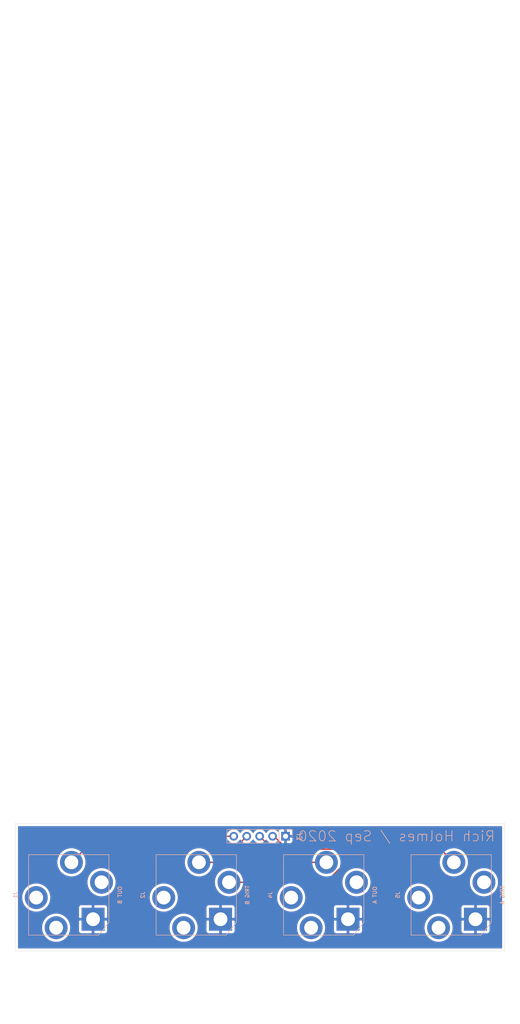
<source format=kicad_pcb>
(kicad_pcb (version 20171130) (host pcbnew 5.1.6-c6e7f7d~87~ubuntu20.04.1)

  (general
    (thickness 1.6)
    (drawings 7)
    (tracks 14)
    (zones 0)
    (modules 7)
    (nets 9)
  )

  (page USLetter)
  (title_block
    (title "Noise Bells")
    (date 2020-09-05)
    (company "Rich Holmes / AnalogOutput")
  )

  (layers
    (0 F.Cu signal)
    (31 B.Cu signal)
    (32 B.Adhes user)
    (33 F.Adhes user)
    (34 B.Paste user)
    (35 F.Paste user)
    (36 B.SilkS user)
    (37 F.SilkS user)
    (38 B.Mask user)
    (39 F.Mask user)
    (40 Dwgs.User user hide)
    (41 Cmts.User user)
    (42 Eco1.User user)
    (43 Eco2.User user)
    (44 Edge.Cuts user)
    (45 Margin user)
    (46 B.CrtYd user)
    (47 F.CrtYd user)
    (48 B.Fab user hide)
    (49 F.Fab user hide)
  )

  (setup
    (last_trace_width 0.25)
    (user_trace_width 0.75)
    (trace_clearance 0.2)
    (zone_clearance 0.508)
    (zone_45_only no)
    (trace_min 0.2)
    (via_size 0.8)
    (via_drill 0.4)
    (via_min_size 0.4)
    (via_min_drill 0.3)
    (uvia_size 0.3)
    (uvia_drill 0.1)
    (uvias_allowed no)
    (uvia_min_size 0.2)
    (uvia_min_drill 0.1)
    (edge_width 0.05)
    (segment_width 0.2)
    (pcb_text_width 0.3)
    (pcb_text_size 1.5 1.5)
    (mod_edge_width 0.12)
    (mod_text_size 1 1)
    (mod_text_width 0.15)
    (pad_size 1.524 1.524)
    (pad_drill 0.762)
    (pad_to_mask_clearance 0.051)
    (solder_mask_min_width 0.25)
    (aux_axis_origin 0 0)
    (visible_elements FFFFFF7F)
    (pcbplotparams
      (layerselection 0x010fc_ffffffff)
      (usegerberextensions false)
      (usegerberattributes false)
      (usegerberadvancedattributes false)
      (creategerberjobfile false)
      (excludeedgelayer true)
      (linewidth 0.100000)
      (plotframeref false)
      (viasonmask false)
      (mode 1)
      (useauxorigin false)
      (hpglpennumber 1)
      (hpglpenspeed 20)
      (hpglpendiameter 15.000000)
      (psnegative false)
      (psa4output false)
      (plotreference true)
      (plotvalue true)
      (plotinvisibletext false)
      (padsonsilk false)
      (subtractmaskfromsilk false)
      (outputformat 1)
      (mirror false)
      (drillshape 0)
      (scaleselection 1)
      (outputdirectory "jackboard4_Gerbers/"))
  )

  (net 0 "")
  (net 1 GND)
  (net 2 "Net-(J3-Pad3)")
  (net 3 "Net-(J1-PadTN)")
  (net 4 "Net-(J1-PadT)")
  (net 5 "Net-(J2-PadTN)")
  (net 6 "Net-(J2-PadT)")
  (net 7 "Net-(J4-PadTN)")
  (net 8 "Net-(J5-PadTN)")

  (net_class Default "This is the default net class."
    (clearance 0.2)
    (trace_width 0.25)
    (via_dia 0.8)
    (via_drill 0.4)
    (uvia_dia 0.3)
    (uvia_drill 0.1)
    (add_net GND)
    (add_net "Net-(J1-PadT)")
    (add_net "Net-(J1-PadTN)")
    (add_net "Net-(J2-PadT)")
    (add_net "Net-(J2-PadTN)")
    (add_net "Net-(J3-Pad3)")
    (add_net "Net-(J4-PadTN)")
    (add_net "Net-(J5-PadTN)")
  )

  (module jackboard4:noisebells_holes (layer B.Cu) (tedit 0) (tstamp 5F8D435A)
    (at 205.4 120.1 180)
    (fp_text reference G*** (at 0 0) (layer B.SilkS) hide
      (effects (font (size 1.524 1.524) (thickness 0.3)) (justify mirror))
    )
    (fp_text value LOGO (at 0.75 0) (layer B.SilkS) hide
      (effects (font (size 1.524 1.524) (thickness 0.3)) (justify mirror))
    )
    (fp_poly (pts (xy -45.155039 -95.402463) (xy -44.865449 -95.402724) (xy -44.618603 -95.403291) (xy -44.410473 -95.404268)
      (xy -44.23703 -95.405765) (xy -44.094247 -95.407886) (xy -43.978096 -95.410739) (xy -43.884547 -95.414431)
      (xy -43.809574 -95.419069) (xy -43.749148 -95.424759) (xy -43.699241 -95.431607) (xy -43.655825 -95.439722)
      (xy -43.614873 -95.449209) (xy -43.601881 -95.452488) (xy -43.337025 -95.545011) (xy -43.097345 -95.678163)
      (xy -42.88653 -95.847253) (xy -42.708266 -96.04759) (xy -42.566239 -96.274484) (xy -42.464136 -96.523244)
      (xy -42.405644 -96.789179) (xy -42.3926 -96.991173) (xy -42.416706 -97.272981) (xy -42.48665 -97.539161)
      (xy -42.598874 -97.785332) (xy -42.74982 -98.007114) (xy -42.935929 -98.200125) (xy -43.153642 -98.359985)
      (xy -43.3994 -98.482312) (xy -43.669042 -98.5626) (xy -43.714937 -98.570856) (xy -43.769263 -98.57791)
      (xy -43.836013 -98.583845) (xy -43.91918 -98.588744) (xy -44.022756 -98.59269) (xy -44.150735 -98.595766)
      (xy -44.307108 -98.598054) (xy -44.495869 -98.599638) (xy -44.721011 -98.6006) (xy -44.986526 -98.601023)
      (xy -45.296406 -98.60099) (xy -45.50938 -98.60078) (xy -45.864178 -98.6001) (xy -46.171434 -98.598947)
      (xy -46.434405 -98.597259) (xy -46.656347 -98.59497) (xy -46.840517 -98.592016) (xy -46.990171 -98.588333)
      (xy -47.108566 -98.583858) (xy -47.198958 -98.578524) (xy -47.264603 -98.572269) (xy -47.3075 -98.565308)
      (xy -47.53493 -98.501648) (xy -47.733063 -98.413757) (xy -47.916207 -98.293714) (xy -48.098665 -98.133598)
      (xy -48.113361 -98.119118) (xy -48.298132 -97.901314) (xy -48.438772 -97.659244) (xy -48.533863 -97.39549)
      (xy -48.551713 -97.3201) (xy -48.584572 -97.047737) (xy -48.569805 -96.779913) (xy -48.510583 -96.521688)
      (xy -48.41008 -96.278123) (xy -48.271465 -96.054278) (xy -48.097912 -95.855214) (xy -47.892591 -95.68599)
      (xy -47.658674 -95.551669) (xy -47.399332 -95.45731) (xy -47.381262 -95.452576) (xy -47.340205 -95.442619)
      (xy -47.297998 -95.434071) (xy -47.25061 -95.426824) (xy -47.194014 -95.420771) (xy -47.12418 -95.415807)
      (xy -47.03708 -95.411822) (xy -46.928684 -95.408712) (xy -46.794964 -95.406368) (xy -46.631891 -95.404684)
      (xy -46.435435 -95.403552) (xy -46.201569 -95.402867) (xy -45.926263 -95.40252) (xy -45.605489 -95.402405)
      (xy -45.491401 -95.4024) (xy -45.155039 -95.402463)) (layer Eco1.User) (width 0.01))
    (fp_poly (pts (xy 45.133018 -95.405955) (xy 45.478205 -95.407342) (xy 45.593 -95.407832) (xy 45.932594 -95.409307)
      (xy 46.225274 -95.410715) (xy 46.474929 -95.412185) (xy 46.685443 -95.413848) (xy 46.860703 -95.415834)
      (xy 47.004597 -95.418272) (xy 47.12101 -95.421292) (xy 47.213828 -95.425024) (xy 47.286939 -95.429597)
      (xy 47.344229 -95.435143) (xy 47.389584 -95.44179) (xy 47.426892 -95.449669) (xy 47.460037 -95.458909)
      (xy 47.492908 -95.469641) (xy 47.498388 -95.4715) (xy 47.755669 -95.58513) (xy 47.988947 -95.740537)
      (xy 48.192994 -95.932351) (xy 48.362578 -96.155197) (xy 48.49247 -96.403705) (xy 48.54387 -96.5454)
      (xy 48.590923 -96.765131) (xy 48.605919 -97.003896) (xy 48.589121 -97.242959) (xy 48.540793 -97.463589)
      (xy 48.530499 -97.494927) (xy 48.412823 -97.760489) (xy 48.254911 -97.996299) (xy 48.059629 -98.199487)
      (xy 47.829845 -98.367184) (xy 47.568426 -98.496522) (xy 47.506326 -98.519765) (xy 47.3075 -98.5901)
      (xy 45.5803 -98.594881) (xy 45.231346 -98.5957) (xy 44.929406 -98.596045) (xy 44.670698 -98.595847)
      (xy 44.451437 -98.595042) (xy 44.26784 -98.593563) (xy 44.116122 -98.591342) (xy 43.9925 -98.588315)
      (xy 43.893191 -98.584413) (xy 43.81441 -98.579572) (xy 43.752375 -98.573724) (xy 43.7033 -98.566803)
      (xy 43.6753 -98.561427) (xy 43.409371 -98.479001) (xy 43.165346 -98.352591) (xy 42.947096 -98.185703)
      (xy 42.758491 -97.981843) (xy 42.603399 -97.744519) (xy 42.488912 -97.486421) (xy 42.453276 -97.346466)
      (xy 42.430623 -97.175829) (xy 42.42175 -96.993145) (xy 42.427452 -96.817049) (xy 42.448526 -96.666176)
      (xy 42.45303 -96.647) (xy 42.543699 -96.380511) (xy 42.674367 -96.136032) (xy 42.840437 -95.919494)
      (xy 43.03731 -95.736831) (xy 43.260387 -95.593976) (xy 43.275045 -95.586529) (xy 43.344505 -95.55193)
      (xy 43.407754 -95.521899) (xy 43.468777 -95.496128) (xy 43.531561 -95.474311) (xy 43.600091 -95.456139)
      (xy 43.678352 -95.441305) (xy 43.770329 -95.429503) (xy 43.880009 -95.420425) (xy 44.011376 -95.413764)
      (xy 44.168416 -95.409212) (xy 44.355115 -95.406462) (xy 44.575458 -95.405208) (xy 44.83343 -95.405141)
      (xy 45.133018 -95.405955)) (layer Eco1.User) (width 0.01))
    (fp_poly (pts (xy -37.065618 -70.023189) (xy -36.586411 -70.086132) (xy -36.115836 -70.194151) (xy -35.658501 -70.346935)
      (xy -35.219011 -70.544173) (xy -34.940614 -70.69876) (xy -34.712438 -70.842452) (xy -34.509078 -70.985968)
      (xy -34.316355 -71.140509) (xy -34.120089 -71.317279) (xy -33.958708 -71.474507) (xy -33.647151 -71.810392)
      (xy -33.380286 -72.1521) (xy -33.152091 -72.50844) (xy -32.956547 -72.888219) (xy -32.891654 -73.035521)
      (xy -32.71992 -73.503847) (xy -32.596997 -73.975856) (xy -32.521432 -74.448814) (xy -32.491768 -74.919985)
      (xy -32.506552 -75.386631) (xy -32.564329 -75.846018) (xy -32.663644 -76.295409) (xy -32.803042 -76.732069)
      (xy -32.981068 -77.153262) (xy -33.196269 -77.556251) (xy -33.447189 -77.938302) (xy -33.732373 -78.296677)
      (xy -34.050367 -78.628642) (xy -34.399715 -78.93146) (xy -34.778965 -79.202395) (xy -35.18666 -79.438712)
      (xy -35.621345 -79.637675) (xy -36.081567 -79.796547) (xy -36.546305 -79.908856) (xy -36.64251 -79.924781)
      (xy -36.767778 -79.941719) (xy -36.911463 -79.958645) (xy -37.062918 -79.974534) (xy -37.211497 -79.988361)
      (xy -37.346553 -79.9991) (xy -37.45744 -80.005725) (xy -37.533512 -80.007213) (xy -37.5539 -80.005887)
      (xy -37.588304 -80.002896) (xy -37.661902 -79.997385) (xy -37.763198 -79.990193) (xy -37.8587 -79.983641)
      (xy -38.327709 -79.927142) (xy -38.795007 -79.822541) (xy -39.254228 -79.67232) (xy -39.699009 -79.478962)
      (xy -40.122985 -79.244952) (xy -40.519792 -78.972773) (xy -40.590814 -78.917563) (xy -40.714545 -78.813056)
      (xy -40.858184 -78.681565) (xy -41.009337 -78.535311) (xy -41.155609 -78.386516) (xy -41.284605 -78.247402)
      (xy -41.363356 -78.1558) (xy -41.646197 -77.771806) (xy -41.891126 -77.359054) (xy -42.0964 -76.923076)
      (xy -42.260278 -76.469404) (xy -42.381018 -76.003569) (xy -42.456879 -75.531104) (xy -42.48612 -75.057541)
      (xy -42.479847 -74.879707) (xy -39.9796 -74.879707) (xy -39.9796 -75.1332) (xy -37.6174 -75.1332)
      (xy -37.6174 -77.4954) (xy -37.3634 -77.4954) (xy -37.3634 -75.1332) (xy -34.9758 -75.1332)
      (xy -34.9758 -74.879702) (xy -37.3507 -74.8665) (xy -37.357302 -73.67905) (xy -37.363903 -72.4916)
      (xy -37.616898 -72.4916) (xy -37.6301 -74.8665) (xy -38.80485 -74.873103) (xy -39.9796 -74.879707)
      (xy -42.479847 -74.879707) (xy -42.471268 -74.636562) (xy -42.404546 -74.127238) (xy -42.291455 -73.636045)
      (xy -42.133629 -73.16526) (xy -41.932702 -72.717163) (xy -41.690308 -72.29403) (xy -41.408079 -71.89814)
      (xy -41.087651 -71.531771) (xy -40.730656 -71.197201) (xy -40.338728 -70.896708) (xy -39.913501 -70.63257)
      (xy -39.456608 -70.407065) (xy -39.429864 -70.395516) (xy -38.976611 -70.228408) (xy -38.508952 -70.107933)
      (xy -38.031495 -70.033779) (xy -37.548848 -70.005635) (xy -37.065618 -70.023189)) (layer Eco1.User) (width 0.01))
    (fp_poly (pts (xy -11.766002 -70.05715) (xy -11.290475 -70.148761) (xy -10.826198 -70.285788) (xy -10.376784 -70.467622)
      (xy -9.945847 -70.693652) (xy -9.537 -70.963268) (xy -9.3345 -71.120352) (xy -9.21558 -71.223707)
      (xy -9.077039 -71.353552) (xy -8.930911 -71.49777) (xy -8.789228 -71.644244) (xy -8.664022 -71.780857)
      (xy -8.577687 -71.882477) (xy -8.303375 -72.262857) (xy -8.064132 -72.676062) (xy -7.862592 -73.115818)
      (xy -7.701392 -73.575849) (xy -7.583167 -74.049882) (xy -7.528141 -74.380981) (xy -7.50719 -74.605647)
      (xy -7.497752 -74.862634) (xy -7.499406 -75.135473) (xy -7.511733 -75.407695) (xy -7.534312 -75.662829)
      (xy -7.566482 -75.883115) (xy -7.682363 -76.371059) (xy -7.844251 -76.84165) (xy -8.049985 -77.291707)
      (xy -8.297406 -77.718051) (xy -8.584355 -78.117502) (xy -8.908671 -78.48688) (xy -9.268196 -78.823006)
      (xy -9.66077 -79.1227) (xy -9.851186 -79.247034) (xy -10.28412 -79.485963) (xy -10.739135 -79.680627)
      (xy -11.21138 -79.829837) (xy -11.696008 -79.932404) (xy -12.188168 -79.987138) (xy -12.683011 -79.992849)
      (xy -12.8524 -79.983309) (xy -13.345689 -79.922233) (xy -13.823342 -79.814515) (xy -14.282873 -79.66248)
      (xy -14.721794 -79.468455) (xy -15.13762 -79.234766) (xy -15.527864 -78.963739) (xy -15.89004 -78.6577)
      (xy -16.221661 -78.318975) (xy -16.520241 -77.949891) (xy -16.783293 -77.552773) (xy -17.00833 -77.129948)
      (xy -17.192868 -76.683742) (xy -17.334418 -76.21648) (xy -17.430495 -75.730489) (xy -17.435462 -75.695763)
      (xy -17.468143 -75.353917) (xy -17.476665 -74.985612) (xy -17.47246 -74.8792) (xy -14.986 -74.8792)
      (xy -14.986 -75.1332) (xy -12.6238 -75.1332) (xy -12.6238 -77.4954) (xy -12.3444 -77.4954)
      (xy -12.3444 -75.1332) (xy -9.9822 -75.1332) (xy -9.9822 -74.8792) (xy -12.343898 -74.8792)
      (xy -12.3571 -72.5043) (xy -12.49045 -72.496622) (xy -12.6238 -72.488945) (xy -12.6238 -74.8792)
      (xy -14.986 -74.8792) (xy -17.47246 -74.8792) (xy -17.461769 -74.608665) (xy -17.424191 -74.2409)
      (xy -17.364671 -73.900134) (xy -17.360214 -73.880026) (xy -17.229395 -73.412044) (xy -17.052538 -72.961214)
      (xy -16.832442 -72.530687) (xy -16.571903 -72.123617) (xy -16.273717 -71.743156) (xy -15.940681 -71.392456)
      (xy -15.575592 -71.07467) (xy -15.181246 -70.792951) (xy -14.760439 -70.550452) (xy -14.31597 -70.350324)
      (xy -14.1859 -70.301682) (xy -13.708331 -70.157065) (xy -13.223943 -70.060913) (xy -12.73635 -70.012616)
      (xy -12.249165 -70.011565) (xy -11.766002 -70.05715)) (layer Eco1.User) (width 0.01))
    (fp_poly (pts (xy 13.129597 -70.040707) (xy 13.622792 -70.126253) (xy 14.1097 -70.260789) (xy 14.296297 -70.329942)
      (xy 14.508784 -70.421401) (xy 14.731895 -70.527685) (xy 14.950369 -70.641313) (xy 15.148941 -70.754806)
      (xy 15.257934 -70.823518) (xy 15.665913 -71.123208) (xy 16.037655 -71.457548) (xy 16.37158 -71.824051)
      (xy 16.666113 -72.220229) (xy 16.919676 -72.643594) (xy 17.130691 -73.091658) (xy 17.297581 -73.561933)
      (xy 17.418769 -74.051932) (xy 17.460957 -74.298259) (xy 17.481913 -74.490856) (xy 17.494815 -74.717929)
      (xy 17.499664 -74.963795) (xy 17.496461 -75.212773) (xy 17.485208 -75.449182) (xy 17.465905 -75.657338)
      (xy 17.460861 -75.695763) (xy 17.367085 -76.186475) (xy 17.225437 -76.662224) (xy 17.037373 -77.120189)
      (xy 16.804349 -77.557549) (xy 16.527819 -77.971482) (xy 16.209239 -78.359169) (xy 15.948784 -78.626062)
      (xy 15.572227 -78.950557) (xy 15.168112 -79.233499) (xy 14.739691 -79.473723) (xy 14.290214 -79.670066)
      (xy 13.822934 -79.821366) (xy 13.341102 -79.926459) (xy 12.84797 -79.98418) (xy 12.34679 -79.993368)
      (xy 12.1539 -79.983823) (xy 11.664116 -79.925719) (xy 11.189559 -79.820804) (xy 10.732676 -79.671432)
      (xy 10.295919 -79.479961) (xy 9.881738 -79.248744) (xy 9.492582 -78.980138) (xy 9.130901 -78.676499)
      (xy 8.799145 -78.340181) (xy 8.499764 -77.973542) (xy 8.235209 -77.578936) (xy 8.007929 -77.158718)
      (xy 7.820373 -76.715246) (xy 7.674993 -76.250873) (xy 7.574238 -75.767957) (xy 7.544913 -75.5523)
      (xy 7.520715 -75.205886) (xy 7.522132 -74.8792) (xy 10.0076 -74.8792) (xy 10.0076 -75.1332)
      (xy 12.3698 -75.1332) (xy 12.3698 -77.4954) (xy 12.6492 -77.4954) (xy 12.6492 -75.1332)
      (xy 15.0114 -75.1332) (xy 15.0114 -74.8792) (xy 12.6492 -74.8792) (xy 12.6492 -72.488945)
      (xy 12.51585 -72.496622) (xy 12.3825 -72.5043) (xy 12.375898 -73.69175) (xy 12.369297 -74.8792)
      (xy 10.0076 -74.8792) (xy 7.522132 -74.8792) (xy 7.522328 -74.834026) (xy 7.548809 -74.454456)
      (xy 7.599214 -74.084911) (xy 7.632118 -73.914) (xy 7.726242 -73.55912) (xy 7.8579 -73.190922)
      (xy 8.021008 -72.822136) (xy 8.209485 -72.465489) (xy 8.41725 -72.133709) (xy 8.602502 -71.883202)
      (xy 8.711642 -71.755813) (xy 8.847644 -71.609664) (xy 8.998529 -71.456622) (xy 9.15232 -71.308552)
      (xy 9.297037 -71.17732) (xy 9.4107 -71.082574) (xy 9.824742 -70.789546) (xy 10.259472 -70.541952)
      (xy 10.711806 -70.340331) (xy 11.17866 -70.185223) (xy 11.65695 -70.077168) (xy 12.143592 -70.016704)
      (xy 12.635502 -70.00437) (xy 13.129597 -70.040707)) (layer Eco1.User) (width 0.01))
    (fp_poly (pts (xy 37.772325 -70.009685) (xy 38.271888 -70.060301) (xy 38.5318 -70.106563) (xy 39.006426 -70.229301)
      (xy 39.465356 -70.398921) (xy 39.905138 -70.613004) (xy 40.322318 -70.869131) (xy 40.713445 -71.164881)
      (xy 41.075065 -71.497834) (xy 41.403726 -71.865572) (xy 41.695976 -72.265673) (xy 41.76371 -72.371703)
      (xy 42.003397 -72.804115) (xy 42.196038 -73.250968) (xy 42.342188 -73.70896) (xy 42.442399 -74.174788)
      (xy 42.497228 -74.645151) (xy 42.507227 -75.116746) (xy 42.472953 -75.58627) (xy 42.394958 -76.050423)
      (xy 42.273797 -76.5059) (xy 42.110025 -76.949401) (xy 41.904195 -77.377623) (xy 41.656863 -77.787264)
      (xy 41.368583 -78.175022) (xy 41.039909 -78.537594) (xy 40.672718 -78.870591) (xy 40.275547 -79.16429)
      (xy 39.851344 -79.416056) (xy 39.40373 -79.624463) (xy 38.936328 -79.788086) (xy 38.452763 -79.905497)
      (xy 37.956657 -79.975271) (xy 37.843102 -79.984298) (xy 37.710957 -79.992983) (xy 37.59645 -79.999874)
      (xy 37.509358 -80.00443) (xy 37.459459 -80.006112) (xy 37.4523 -80.005887) (xy 37.417988 -80.002919)
      (xy 37.344334 -79.997434) (xy 37.242685 -79.990256) (xy 37.141521 -79.983355) (xy 36.760504 -79.939315)
      (xy 36.363494 -79.859386) (xy 35.965791 -79.747697) (xy 35.582694 -79.608378) (xy 35.323177 -79.492635)
      (xy 34.888661 -79.253502) (xy 34.481395 -78.972674) (xy 34.104183 -78.652987) (xy 33.759829 -78.297281)
      (xy 33.45114 -77.90839) (xy 33.180919 -77.489153) (xy 32.997172 -77.1398) (xy 32.806127 -76.681689)
      (xy 32.663272 -76.212017) (xy 32.568258 -75.734216) (xy 32.520737 -75.251722) (xy 32.52045 -74.879702)
      (xy 35.0012 -74.879702) (xy 35.0012 -75.1332) (xy 37.3888 -75.1332) (xy 37.3888 -77.4954)
      (xy 37.6428 -77.4954) (xy 37.6428 -75.1332) (xy 40.005 -75.1332) (xy 40.005 -74.879707)
      (xy 38.83025 -74.873103) (xy 37.6555 -74.8665) (xy 37.648898 -73.67905) (xy 37.642297 -72.4916)
      (xy 37.389302 -72.4916) (xy 37.3761 -74.8665) (xy 35.0012 -74.879702) (xy 32.52045 -74.879702)
      (xy 32.520363 -74.767966) (xy 32.566788 -74.286382) (xy 32.659663 -73.810405) (xy 32.798642 -73.343467)
      (xy 32.983378 -72.889003) (xy 33.213521 -72.450445) (xy 33.488726 -72.031228) (xy 33.51833 -71.991014)
      (xy 33.614333 -71.871837) (xy 33.739947 -71.730417) (xy 33.88537 -71.57656) (xy 34.040795 -71.42007)
      (xy 34.19642 -71.270751) (xy 34.342439 -71.138408) (xy 34.469048 -71.032845) (xy 34.500614 -71.00873)
      (xy 34.922584 -70.72577) (xy 35.364761 -70.488423) (xy 35.824104 -70.297368) (xy 36.297573 -70.153286)
      (xy 36.782127 -70.056858) (xy 37.274724 -70.008764) (xy 37.772325 -70.009685)) (layer Eco1.User) (width 0.01))
    (fp_poly (pts (xy -34.807986 -31.51326) (xy -34.597807 -31.525014) (xy -34.415793 -31.545681) (xy -34.356701 -31.55598)
      (xy -33.937458 -31.663294) (xy -33.542797 -31.814278) (xy -33.174812 -32.007312) (xy -32.835596 -32.240778)
      (xy -32.527244 -32.513057) (xy -32.25185 -32.82253) (xy -32.011507 -33.167577) (xy -31.823374 -33.514579)
      (xy -31.673752 -33.886228) (xy -31.569109 -34.274495) (xy -31.509466 -34.673313) (xy -31.494842 -35.076616)
      (xy -31.525258 -35.478338) (xy -31.600736 -35.872412) (xy -31.721294 -36.252772) (xy -31.813432 -36.46799)
      (xy -32.018349 -36.844088) (xy -32.260632 -37.187108) (xy -32.537732 -37.49508) (xy -32.847099 -37.76603)
      (xy -33.186186 -37.997987) (xy -33.552442 -38.188981) (xy -33.943319 -38.337038) (xy -34.356267 -38.440188)
      (xy -34.365344 -38.441893) (xy -34.543039 -38.467519) (xy -34.748641 -38.485145) (xy -34.963271 -38.494031)
      (xy -35.168049 -38.493438) (xy -35.344095 -38.482625) (xy -35.360082 -38.480874) (xy -35.77489 -38.408498)
      (xy -36.170788 -38.290739) (xy -36.545006 -38.130315) (xy -36.894778 -37.929942) (xy -37.217333 -37.692336)
      (xy -37.509905 -37.420216) (xy -37.769725 -37.116296) (xy -37.994025 -36.783294) (xy -38.180035 -36.423926)
      (xy -38.324989 -36.040909) (xy -38.426117 -35.636959) (xy -38.457659 -35.441113) (xy -38.470891 -35.289544)
      (xy -38.476208 -35.105851) (xy -38.474141 -34.90514) (xy -38.472779 -34.8742) (xy -37.4904 -34.8742)
      (xy -37.4904 -35.1282) (xy -35.1282 -35.1282) (xy -35.1282 -37.4904) (xy -34.8488 -37.4904)
      (xy -34.8488 -35.1282) (xy -32.4866 -35.1282) (xy -32.4866 -34.8742) (xy -34.8488 -34.8742)
      (xy -34.8488 -32.512) (xy -35.1282 -32.512) (xy -35.1282 -34.8742) (xy -37.4904 -34.8742)
      (xy -38.472779 -34.8742) (xy -38.465221 -34.70252) (xy -38.44998 -34.513096) (xy -38.428951 -34.351977)
      (xy -38.417147 -34.29) (xy -38.302719 -33.881565) (xy -38.144452 -33.496152) (xy -37.945031 -33.136384)
      (xy -37.707142 -32.804885) (xy -37.43347 -32.504276) (xy -37.126702 -32.237183) (xy -36.789522 -32.006227)
      (xy -36.424617 -31.814032) (xy -36.034671 -31.663221) (xy -35.622371 -31.556418) (xy -35.617656 -31.555485)
      (xy -35.451163 -31.53153) (xy -35.250298 -31.516511) (xy -35.030694 -31.510423) (xy -34.807986 -31.51326)) (layer Eco1.User) (width 0.01))
    (fp_poly (pts (xy 17.773143 -31.517409) (xy 17.999511 -31.536444) (xy 18.195703 -31.56654) (xy 18.210699 -31.569649)
      (xy 18.622833 -31.681659) (xy 19.009226 -31.837306) (xy 19.371154 -32.037289) (xy 19.709892 -32.282306)
      (xy 20.004307 -32.55027) (xy 20.273626 -32.85744) (xy 20.506538 -33.197163) (xy 20.699888 -33.563592)
      (xy 20.850525 -33.950878) (xy 20.942171 -34.29) (xy 20.965682 -34.432827) (xy 20.983658 -34.61118)
      (xy 20.995572 -34.810028) (xy 21.000899 -35.014345) (xy 20.999115 -35.209103) (xy 20.989692 -35.379272)
      (xy 20.982578 -35.4457) (xy 20.904685 -35.854237) (xy 20.781126 -36.244753) (xy 20.614734 -36.614228)
      (xy 20.408347 -36.959645) (xy 20.164797 -37.277984) (xy 19.886921 -37.566226) (xy 19.577554 -37.821352)
      (xy 19.239529 -38.040344) (xy 18.875683 -38.220182) (xy 18.48885 -38.357849) (xy 18.177074 -38.43322)
      (xy 18.04408 -38.454212) (xy 17.884344 -38.472067) (xy 17.71205 -38.485925) (xy 17.541382 -38.494923)
      (xy 17.386523 -38.4982) (xy 17.261657 -38.494894) (xy 17.2212 -38.491292) (xy 16.801378 -38.422624)
      (xy 16.414146 -38.319025) (xy 16.052772 -38.177728) (xy 15.710523 -37.995965) (xy 15.380669 -37.77097)
      (xy 15.283016 -37.69454) (xy 15.020778 -37.454507) (xy 14.777306 -37.175286) (xy 14.559352 -36.867048)
      (xy 14.373672 -36.539965) (xy 14.227019 -36.204208) (xy 14.161273 -36.005257) (xy 14.068611 -35.597515)
      (xy 14.023698 -35.184875) (xy 14.025542 -34.8742) (xy 15.0114 -34.8742) (xy 15.0114 -35.1282)
      (xy 17.3736 -35.1282) (xy 17.3736 -37.4904) (xy 17.653 -37.4904) (xy 17.653 -35.1282)
      (xy 20.0152 -35.1282) (xy 20.0152 -34.8742) (xy 17.653 -34.8742) (xy 17.653 -32.512)
      (xy 17.3736 -32.512) (xy 17.3736 -34.8742) (xy 15.0114 -34.8742) (xy 14.025542 -34.8742)
      (xy 14.026146 -34.772535) (xy 14.075562 -34.36569) (xy 14.171559 -33.969539) (xy 14.313745 -33.589279)
      (xy 14.348173 -33.514579) (xy 14.553993 -33.13946) (xy 14.797182 -32.79789) (xy 15.075521 -32.491583)
      (xy 15.386793 -32.222254) (xy 15.728779 -31.991615) (xy 16.099262 -31.801381) (xy 16.496023 -31.653264)
      (xy 16.884144 -31.555313) (xy 17.0721 -31.528386) (xy 17.293526 -31.513208) (xy 17.532511 -31.509606)
      (xy 17.773143 -31.517409)) (layer Eco1.User) (width 0.01))
    (fp_poly (pts (xy -34.699441 -1.520119) (xy -34.454294 -1.543005) (xy -34.222441 -1.584754) (xy -33.985962 -1.64834)
      (xy -33.810436 -1.706605) (xy -33.442547 -1.862565) (xy -33.092928 -2.062614) (xy -32.766857 -2.302165)
      (xy -32.469615 -2.57663) (xy -32.20648 -2.881421) (xy -31.982733 -3.211951) (xy -31.894457 -3.371439)
      (xy -31.788957 -3.588362) (xy -31.705124 -3.792272) (xy -31.634614 -4.005395) (xy -31.577697 -4.21528)
      (xy -31.553849 -4.31456) (xy -31.536346 -4.401777) (xy -31.524204 -4.48798) (xy -31.516436 -4.584217)
      (xy -31.512056 -4.701539) (xy -31.510077 -4.850995) (xy -31.509597 -4.9784) (xy -31.510517 -5.178207)
      (xy -31.514515 -5.33747) (xy -31.52224 -5.466387) (xy -31.534338 -5.575156) (xy -31.551456 -5.673974)
      (xy -31.554716 -5.6896) (xy -31.666673 -6.098447) (xy -31.82222 -6.485125) (xy -32.018763 -6.846732)
      (xy -32.253708 -7.180367) (xy -32.524458 -7.483131) (xy -32.828419 -7.752123) (xy -33.162997 -7.984442)
      (xy -33.525595 -8.177187) (xy -33.91362 -8.327459) (xy -33.915126 -8.327941) (xy -34.234421 -8.412291)
      (xy -34.570578 -8.468838) (xy -34.907031 -8.495749) (xy -35.227212 -8.49119) (xy -35.3187 -8.483297)
      (xy -35.740008 -8.414524) (xy -36.141559 -8.300245) (xy -36.520749 -8.142772) (xy -36.874978 -7.944413)
      (xy -37.201642 -7.70748) (xy -37.49814 -7.434282) (xy -37.76187 -7.127129) (xy -37.99023 -6.788333)
      (xy -38.180617 -6.420202) (xy -38.330429 -6.025048) (xy -38.40819 -5.7404) (xy -38.438285 -5.570909)
      (xy -38.459985 -5.366877) (xy -38.472819 -5.143939) (xy -38.476317 -4.917731) (xy -38.47511 -4.8768)
      (xy -37.4904 -4.8768) (xy -37.4904 -5.1308) (xy -35.1282 -5.1308) (xy -35.1282 -7.493)
      (xy -34.8488 -7.493) (xy -34.8488 -5.1308) (xy -32.4866 -5.1308) (xy -32.4866 -4.8768)
      (xy -34.848298 -4.8768) (xy -34.8615 -2.5019) (xy -35.1155 -2.5019) (xy -35.122102 -3.68935)
      (xy -35.128703 -4.8768) (xy -37.4904 -4.8768) (xy -38.47511 -4.8768) (xy -38.470009 -4.703891)
      (xy -38.453426 -4.518053) (xy -38.446376 -4.470097) (xy -38.354074 -4.057903) (xy -38.217356 -3.665614)
      (xy -38.038811 -3.296257) (xy -37.821026 -2.952864) (xy -37.566591 -2.638461) (xy -37.278095 -2.35608)
      (xy -36.958125 -2.108748) (xy -36.609271 -1.899495) (xy -36.234121 -1.73135) (xy -36.051857 -1.668143)
      (xy -35.837271 -1.605882) (xy -35.638714 -1.561635) (xy -35.439623 -1.533017) (xy -35.223436 -1.51764)
      (xy -34.9758 -1.513119) (xy -34.699441 -1.520119)) (layer Eco1.User) (width 0.01))
    (fp_poly (pts (xy 17.5133 -1.513779) (xy 17.785323 -1.520449) (xy 18.024181 -1.540905) (xy 18.246276 -1.57782)
      (xy 18.46801 -1.633865) (xy 18.686485 -1.704864) (xy 19.068049 -1.865715) (xy 19.423237 -2.068365)
      (xy 19.749528 -2.309759) (xy 20.044396 -2.586842) (xy 20.305319 -2.896562) (xy 20.529774 -3.235864)
      (xy 20.715237 -3.601694) (xy 20.859185 -3.990999) (xy 20.959094 -4.400723) (xy 20.971175 -4.470097)
      (xy 20.990881 -4.644146) (xy 21.000212 -4.851074) (xy 20.999633 -5.07521) (xy 20.989612 -5.300878)
      (xy 20.970618 -5.512406) (xy 20.943117 -5.694119) (xy 20.933295 -5.7404) (xy 20.813075 -6.153751)
      (xy 20.650073 -6.541994) (xy 20.446442 -6.90274) (xy 20.204337 -7.233598) (xy 19.92591 -7.53218)
      (xy 19.613315 -7.796097) (xy 19.268706 -8.022959) (xy 18.894235 -8.210378) (xy 18.609343 -8.318883)
      (xy 18.270983 -8.411269) (xy 17.913119 -8.471213) (xy 17.552707 -8.496787) (xy 17.206703 -8.48606)
      (xy 17.170623 -8.482619) (xy 16.757751 -8.415801) (xy 16.362828 -8.303211) (xy 15.988673 -8.14757)
      (xy 15.638105 -7.951599) (xy 15.313942 -7.71802) (xy 15.019003 -7.449555) (xy 14.756105 -7.148926)
      (xy 14.528068 -6.818853) (xy 14.337709 -6.462058) (xy 14.187848 -6.081263) (xy 14.081302 -5.67919)
      (xy 14.044082 -5.463528) (xy 14.026849 -5.275818) (xy 14.021842 -5.056837) (xy 14.026774 -4.8768)
      (xy 15.0114 -4.8768) (xy 15.0114 -5.1308) (xy 17.3736 -5.1308) (xy 17.3736 -7.493)
      (xy 17.653 -7.493) (xy 17.653 -5.1308) (xy 20.0152 -5.1308) (xy 20.0152 -4.8768)
      (xy 17.653502 -4.8768) (xy 17.6403 -2.5019) (xy 17.3863 -2.5019) (xy 17.379698 -3.68935)
      (xy 17.373097 -4.8768) (xy 15.0114 -4.8768) (xy 14.026774 -4.8768) (xy 14.028249 -4.822983)
      (xy 14.045262 -4.590656) (xy 14.072069 -4.376255) (xy 14.106422 -4.201893) (xy 14.233539 -3.791531)
      (xy 14.403291 -3.405736) (xy 14.61381 -3.047215) (xy 14.863223 -2.718675) (xy 15.14966 -2.422826)
      (xy 15.47125 -2.162374) (xy 15.555953 -2.103758) (xy 15.842834 -1.927643) (xy 16.129412 -1.786572)
      (xy 16.431249 -1.673979) (xy 16.763906 -1.583294) (xy 16.817835 -1.571083) (xy 16.932284 -1.547791)
      (xy 17.038759 -1.531525) (xy 17.15075 -1.521172) (xy 17.281746 -1.515622) (xy 17.445239 -1.513762)
      (xy 17.5133 -1.513779)) (layer Eco1.User) (width 0.01))
    (fp_poly (pts (xy -34.615798 38.478094) (xy -34.216321 38.411618) (xy -33.824488 38.298117) (xy -33.444375 38.137466)
      (xy -33.2105 38.010656) (xy -32.859946 37.774113) (xy -32.543797 37.500487) (xy -32.263413 37.191277)
      (xy -32.020153 36.847979) (xy -31.815948 36.473303) (xy -31.66758 36.101198) (xy -31.564689 35.712412)
      (xy -31.50726 35.312874) (xy -31.495279 34.908509) (xy -31.52873 34.505246) (xy -31.607599 34.109011)
      (xy -31.731871 33.725731) (xy -31.823374 33.51458) (xy -32.028506 33.140422) (xy -32.270118 32.79995)
      (xy -32.545379 32.495017) (xy -32.851455 32.22748) (xy -33.185516 31.999195) (xy -33.54473 31.812017)
      (xy -33.926264 31.6678) (xy -34.327287 31.568402) (xy -34.744967 31.515677) (xy -34.884566 31.508878)
      (xy -35.030729 31.506873) (xy -35.178572 31.508869) (xy -35.31025 31.514399) (xy -35.403088 31.522375)
      (xy -35.814126 31.598954) (xy -36.207161 31.721336) (xy -36.579233 31.886803) (xy -36.927381 32.092635)
      (xy -37.248645 32.336115) (xy -37.540062 32.614524) (xy -37.798674 32.925142) (xy -38.021518 33.265251)
      (xy -38.205634 33.632132) (xy -38.348062 34.023068) (xy -38.417147 34.29) (xy -38.440728 34.432481)
      (xy -38.458772 34.610408) (xy -38.470745 34.808673) (xy -38.476118 35.012169) (xy -38.475064 35.1282)
      (xy -37.4904 35.1282) (xy -37.4904 34.8742) (xy -35.1282 34.8742) (xy -35.1282 32.512)
      (xy -34.8488 32.512) (xy -34.8488 34.8742) (xy -32.4866 34.8742) (xy -32.4866 35.1282)
      (xy -34.8488 35.1282) (xy -34.8488 37.4904) (xy -35.1282 37.4904) (xy -35.1282 35.1282)
      (xy -37.4904 35.1282) (xy -38.475064 35.1282) (xy -38.474358 35.205789) (xy -38.464934 35.374427)
      (xy -38.457659 35.441114) (xy -38.377546 35.856344) (xy -38.251168 36.253886) (xy -38.080554 36.630448)
      (xy -37.867731 36.982737) (xy -37.614729 37.307461) (xy -37.323576 37.601329) (xy -36.996299 37.861047)
      (xy -36.944895 37.896399) (xy -36.585163 38.109456) (xy -36.208615 38.276237) (xy -35.819328 38.396615)
      (xy -35.421379 38.470468) (xy -35.018843 38.497669) (xy -34.615798 38.478094)) (layer Eco1.User) (width 0.01))
    (fp_poly (pts (xy 0.412816 38.474444) (xy 0.822592 38.402638) (xy 0.872046 38.390617) (xy 1.265005 38.266608)
      (xy 1.636338 38.098417) (xy 1.983117 37.889098) (xy 2.302411 37.641705) (xy 2.591292 37.35929)
      (xy 2.846829 37.044907) (xy 3.066092 36.701609) (xy 3.246153 36.332449) (xy 3.384082 35.940482)
      (xy 3.441773 35.7124) (xy 3.46789 35.55384) (xy 3.486588 35.360262) (xy 3.4975 35.146955)
      (xy 3.500258 34.929211) (xy 3.494495 34.722319) (xy 3.479844 34.541569) (xy 3.47138 34.479804)
      (xy 3.384069 34.071282) (xy 3.256615 33.691979) (xy 3.185252 33.529098) (xy 2.983253 33.159279)
      (xy 2.742791 32.819787) (xy 2.467151 32.513222) (xy 2.159619 32.242183) (xy 1.823479 32.00927)
      (xy 1.462018 31.817083) (xy 1.07852 31.668221) (xy 0.712433 31.572452) (xy 0.524923 31.542339)
      (xy 0.309022 31.520776) (xy 0.08227 31.508545) (xy -0.137792 31.506428) (xy -0.333622 31.515207)
      (xy -0.4064 31.522575) (xy -0.815364 31.598051) (xy -1.206186 31.71918) (xy -1.575991 31.883168)
      (xy -1.921904 32.087215) (xy -2.24105 32.328526) (xy -2.530553 32.604303) (xy -2.78754 32.911748)
      (xy -3.009135 33.248066) (xy -3.192462 33.610458) (xy -3.334647 33.996128) (xy -3.432816 34.402278)
      (xy -3.445981 34.479804) (xy -3.464303 34.645758) (xy -3.47359 34.843992) (xy -3.474208 35.059217)
      (xy -3.471766 35.1282) (xy -2.4892 35.1282) (xy -2.4892 34.8742) (xy -0.127 34.8742)
      (xy -0.127 32.512) (xy 0.1524 32.512) (xy 0.1524 34.8742) (xy 2.5146 34.8742)
      (xy 2.5146 35.1282) (xy 0.1524 35.1282) (xy 0.1524 37.4904) (xy -0.127 37.4904)
      (xy -0.127 35.1282) (xy -2.4892 35.1282) (xy -3.471766 35.1282) (xy -3.466526 35.276142)
      (xy -3.450909 35.479477) (xy -3.427726 35.653933) (xy -3.416374 35.7124) (xy -3.30343 36.116787)
      (xy -3.148535 36.496484) (xy -2.954874 36.8495) (xy -2.725635 37.173845) (xy -2.464003 37.467531)
      (xy -2.173165 37.728566) (xy -1.856307 37.95496) (xy -1.516616 38.144725) (xy -1.157278 38.295869)
      (xy -0.781479 38.406403) (xy -0.392406 38.474337) (xy 0.006754 38.497681) (xy 0.412816 38.474444)) (layer Eco1.User) (width 0.01))
    (fp_poly (pts (xy 35.457781 38.46795) (xy 35.860957 38.393854) (xy 36.101247 38.325528) (xy 36.48365 38.175127)
      (xy 36.843956 37.980683) (xy 37.178623 37.745445) (xy 37.484109 37.472661) (xy 37.756869 37.165579)
      (xy 37.993362 36.827449) (xy 38.190044 36.461516) (xy 38.228809 36.374849) (xy 38.367176 35.990683)
      (xy 38.458611 35.592644) (xy 38.503119 35.186295) (xy 38.500706 34.777196) (xy 38.451375 34.370909)
      (xy 38.355131 33.972994) (xy 38.226475 33.622139) (xy 38.038944 33.249207) (xy 37.812749 32.906638)
      (xy 37.55138 32.596449) (xy 37.258329 32.320655) (xy 36.937087 32.081274) (xy 36.591146 31.880321)
      (xy 36.223996 31.719813) (xy 35.83913 31.601767) (xy 35.440037 31.528199) (xy 35.030211 31.501126)
      (xy 34.613141 31.522563) (xy 34.594836 31.524634) (xy 34.238069 31.588225) (xy 33.876653 31.694535)
      (xy 33.523121 31.838479) (xy 33.190007 32.014969) (xy 32.896467 32.213818) (xy 32.573107 32.492835)
      (xy 32.290911 32.8016) (xy 32.050003 33.139923) (xy 31.850508 33.50761) (xy 31.69255 33.904471)
      (xy 31.60682 34.199294) (xy 31.568835 34.394674) (xy 31.541972 34.623474) (xy 31.526851 34.869415)
      (xy 31.52409 35.116214) (xy 31.524619 35.1282) (xy 32.512 35.1282) (xy 32.512 34.8742)
      (xy 34.8742 34.8742) (xy 34.8742 32.512) (xy 35.1536 32.512) (xy 35.1536 34.8742)
      (xy 37.5158 34.8742) (xy 37.5158 35.1282) (xy 35.1536 35.1282) (xy 35.1536 37.4904)
      (xy 34.8742 37.4904) (xy 34.8742 35.1282) (xy 32.512 35.1282) (xy 31.524619 35.1282)
      (xy 31.534308 35.34759) (xy 31.556042 35.534903) (xy 31.649575 35.953663) (xy 31.788004 36.350585)
      (xy 31.969475 36.723147) (xy 32.19213 37.068828) (xy 32.454114 37.385107) (xy 32.75357 37.669464)
      (xy 33.088641 37.919376) (xy 33.457472 38.132325) (xy 33.475289 38.141224) (xy 33.847895 38.298166)
      (xy 34.238279 38.409718) (xy 34.64061 38.475473) (xy 35.049055 38.49502) (xy 35.457781 38.46795)) (layer Eco1.User) (width 0.01))
    (fp_poly (pts (xy -34.846369 73.489614) (xy -34.591383 73.473376) (xy -34.362569 73.442395) (xy -34.3154 73.433171)
      (xy -33.896089 73.320735) (xy -33.502411 73.165067) (xy -33.136253 72.967651) (xy -32.7995 72.729967)
      (xy -32.494039 72.453496) (xy -32.221755 72.139721) (xy -31.984536 71.790123) (xy -31.81242 71.467054)
      (xy -31.665796 71.098696) (xy -31.564107 70.712809) (xy -31.507332 70.315513) (xy -31.495448 69.912929)
      (xy -31.528431 69.511179) (xy -31.606259 69.116384) (xy -31.72891 68.734664) (xy -31.823374 68.51578)
      (xy -32.028259 68.142057) (xy -32.269615 67.801816) (xy -32.544555 67.496948) (xy -32.850192 67.229345)
      (xy -33.183638 67.000896) (xy -33.542005 66.813494) (xy -33.922408 66.669029) (xy -34.321959 66.569392)
      (xy -34.737769 66.516474) (xy -34.8869 66.509332) (xy -35.033379 66.507692) (xy -35.182258 66.510089)
      (xy -35.315303 66.516008) (xy -35.407564 66.52406) (xy -35.816502 66.600044) (xy -36.207919 66.721939)
      (xy -36.578798 66.886969) (xy -36.926118 67.092361) (xy -37.246862 67.335338) (xy -37.538013 67.613126)
      (xy -37.79655 67.92295) (xy -38.019456 68.262034) (xy -38.203712 68.627604) (xy -38.346301 69.016884)
      (xy -38.417372 69.2912) (xy -38.440894 69.434053) (xy -38.458879 69.612313) (xy -38.470797 69.810837)
      (xy -38.476118 70.014479) (xy -38.475047 70.1294) (xy -37.4904 70.1294) (xy -37.4904 69.8754)
      (xy -35.1282 69.8754) (xy -35.1282 68.698534) (xy -35.127821 68.458709) (xy -35.126735 68.234527)
      (xy -35.125019 68.031085) (xy -35.122751 67.853483) (xy -35.120008 67.70682) (xy -35.116867 67.596193)
      (xy -35.113405 67.526702) (xy -35.110096 67.503563) (xy -35.0758 67.494187) (xy -35.010303 67.49159)
      (xy -34.976746 67.49298) (xy -34.8615 67.5005) (xy -34.848298 69.8754) (xy -32.4866 69.8754)
      (xy -32.4866 70.1294) (xy -34.8488 70.1294) (xy -34.8488 72.4916) (xy -35.1282 72.4916)
      (xy -35.1282 70.1294) (xy -37.4904 70.1294) (xy -38.475047 70.1294) (xy -38.474313 70.208094)
      (xy -38.46485 70.376538) (xy -38.457659 70.442314) (xy -38.37795 70.855346) (xy -38.252902 71.248987)
      (xy -38.085185 71.62044) (xy -37.877473 71.966909) (xy -37.632438 72.285597) (xy -37.352753 72.573708)
      (xy -37.041089 72.828445) (xy -36.70012 73.047012) (xy -36.332518 73.226613) (xy -35.940956 73.364451)
      (xy -35.5854 73.447764) (xy -35.361674 73.477018) (xy -35.109231 73.490898) (xy -34.846369 73.489614)) (layer Eco1.User) (width 0.01))
    (fp_poly (pts (xy 0.217608 73.490795) (xy 0.531824 73.461155) (xy 0.675743 73.435424) (xy 1.094946 73.322421)
      (xy 1.488986 73.166939) (xy 1.855586 72.97081) (xy 2.19247 72.735868) (xy 2.497361 72.463944)
      (xy 2.767985 72.156871) (xy 3.002063 71.816481) (xy 3.197321 71.444607) (xy 3.224118 71.38391)
      (xy 3.363962 70.996702) (xy 3.456728 70.597417) (xy 3.502497 70.191254) (xy 3.501355 69.783413)
      (xy 3.453385 69.379093) (xy 3.358671 68.983493) (xy 3.217297 68.601813) (xy 3.177826 68.51578)
      (xy 2.972234 68.140826) (xy 2.729564 67.799196) (xy 2.452294 67.492838) (xy 2.142905 67.223702)
      (xy 1.803874 66.993736) (xy 1.437682 66.80489) (xy 1.046806 66.659112) (xy 0.705619 66.572263)
      (xy 0.526261 66.54351) (xy 0.317929 66.522618) (xy 0.097799 66.510341) (xy -0.116949 66.507434)
      (xy -0.30914 66.514653) (xy -0.401988 66.523585) (xy -0.815054 66.600279) (xy -1.209156 66.722366)
      (xy -1.58146 66.887116) (xy -1.929134 67.091797) (xy -2.249346 67.333676) (xy -2.539262 67.610023)
      (xy -2.79605 67.918104) (xy -3.016876 68.25519) (xy -3.198909 68.618547) (xy -3.339314 69.005444)
      (xy -3.435261 69.41315) (xy -3.442396 69.455543) (xy -3.464988 69.650294) (xy -3.476507 69.874752)
      (xy -3.476957 70.109537) (xy -3.476024 70.1294) (xy -2.4892 70.1294) (xy -2.4892 69.8754)
      (xy -0.127 69.8754) (xy -0.127 68.698534) (xy -0.126621 68.458709) (xy -0.125535 68.234527)
      (xy -0.123819 68.031085) (xy -0.121551 67.853483) (xy -0.118808 67.70682) (xy -0.115667 67.596193)
      (xy -0.112205 67.526702) (xy -0.108896 67.503563) (xy -0.0746 67.494187) (xy -0.009103 67.49159)
      (xy 0.024454 67.49298) (xy 0.1397 67.5005) (xy 0.152902 69.8754) (xy 2.5146 69.8754)
      (xy 2.5146 70.1294) (xy 0.1524 70.1294) (xy 0.1524 72.4916) (xy -0.127 72.4916)
      (xy -0.127 70.1294) (xy -2.4892 70.1294) (xy -3.476024 70.1294) (xy -3.466343 70.335269)
      (xy -3.444669 70.532568) (xy -3.442138 70.5485) (xy -3.349089 70.963472) (xy -3.210098 71.358332)
      (xy -3.026922 71.730342) (xy -2.801315 72.076758) (xy -2.535032 72.394842) (xy -2.229828 72.68185)
      (xy -1.933748 72.904312) (xy -1.787005 72.994793) (xy -1.609424 73.091176) (xy -1.418806 73.184708)
      (xy -1.232952 73.266633) (xy -1.076285 73.325985) (xy -0.776781 73.407849) (xy -0.451456 73.46322)
      (xy -0.115072 73.491176) (xy 0.217608 73.490795)) (layer Eco1.User) (width 0.01))
    (fp_poly (pts (xy 35.571074 73.453086) (xy 35.971566 73.364064) (xy 36.359525 73.22783) (xy 36.73158 73.045276)
      (xy 37.084361 72.817298) (xy 37.3126 72.635857) (xy 37.601854 72.35351) (xy 37.856562 72.035884)
      (xy 38.074402 71.68697) (xy 38.253053 71.310759) (xy 38.390191 70.911244) (xy 38.446178 70.687172)
      (xy 38.469297 70.542131) (xy 38.485319 70.360378) (xy 38.494226 70.155476) (xy 38.495998 69.940986)
      (xy 38.490618 69.730469) (xy 38.478067 69.537488) (xy 38.458328 69.375603) (xy 38.448023 69.320768)
      (xy 38.334787 68.909444) (xy 38.179041 68.521876) (xy 37.983517 68.160569) (xy 37.750944 67.828026)
      (xy 37.484051 67.526752) (xy 37.185568 67.25925) (xy 36.858224 67.028025) (xy 36.50475 66.835581)
      (xy 36.127874 66.684422) (xy 35.730326 66.577053) (xy 35.399901 66.524442) (xy 35.02335 66.501585)
      (xy 34.660925 66.517397) (xy 34.5821 66.526383) (xy 34.171696 66.603984) (xy 33.776186 66.728613)
      (xy 33.399607 66.897931) (xy 33.045998 67.109597) (xy 32.719394 67.361274) (xy 32.423833 67.65062)
      (xy 32.223349 67.893088) (xy 31.999025 68.227694) (xy 31.817297 68.580806) (xy 31.674535 68.960123)
      (xy 31.60682 69.200494) (xy 31.568835 69.395874) (xy 31.541972 69.624674) (xy 31.526851 69.870615)
      (xy 31.52409 70.117414) (xy 31.524619 70.1294) (xy 32.512 70.1294) (xy 32.512 69.8754)
      (xy 34.8742 69.8754) (xy 34.8742 68.698534) (xy 34.874579 68.458709) (xy 34.875665 68.234527)
      (xy 34.877381 68.031085) (xy 34.879649 67.853483) (xy 34.882392 67.70682) (xy 34.885533 67.596193)
      (xy 34.888995 67.526702) (xy 34.892304 67.503563) (xy 34.9266 67.494187) (xy 34.992097 67.49159)
      (xy 35.025654 67.49298) (xy 35.1409 67.5005) (xy 35.154102 69.8754) (xy 37.5158 69.8754)
      (xy 37.5158 70.1294) (xy 35.1536 70.1294) (xy 35.1536 72.4916) (xy 34.8742 72.4916)
      (xy 34.8742 70.1294) (xy 32.512 70.1294) (xy 31.524619 70.1294) (xy 31.534308 70.34879)
      (xy 31.556042 70.536103) (xy 31.648459 70.948947) (xy 31.785125 71.34079) (xy 31.963401 71.708877)
      (xy 32.180644 72.050451) (xy 32.434212 72.362758) (xy 32.721466 72.643042) (xy 33.039762 72.888547)
      (xy 33.38646 73.096518) (xy 33.758919 73.2642) (xy 34.154496 73.388836) (xy 34.3281 73.427924)
      (xy 34.745971 73.48591) (xy 35.161419 73.493999) (xy 35.571074 73.453086)) (layer Eco1.User) (width 0.01))
    (fp_poly (pts (xy -44.472518 98.599579) (xy -44.292834 98.598478) (xy -44.144137 98.596586) (xy -44.022465 98.593835)
      (xy -43.923856 98.590156) (xy -43.844347 98.585479) (xy -43.779977 98.579734) (xy -43.726783 98.572852)
      (xy -43.680803 98.564764) (xy -43.677628 98.564126) (xy -43.403398 98.48379) (xy -43.153918 98.360796)
      (xy -42.932934 98.198705) (xy -42.744194 98.001077) (xy -42.591444 97.771472) (xy -42.478431 97.51345)
      (xy -42.441738 97.389802) (xy -42.396504 97.115918) (xy -42.399149 96.846038) (xy -42.446758 96.585028)
      (xy -42.536418 96.337752) (xy -42.665214 96.109079) (xy -42.830233 95.903874) (xy -43.028559 95.727003)
      (xy -43.257281 95.583331) (xy -43.513482 95.477727) (xy -43.601881 95.452489) (xy -43.642711 95.442582)
      (xy -43.684644 95.434077) (xy -43.731695 95.426872) (xy -43.787875 95.420864) (xy -43.857198 95.41595)
      (xy -43.943677 95.412028) (xy -44.051324 95.408995) (xy -44.184152 95.406747) (xy -44.346175 95.405182)
      (xy -44.541405 95.404198) (xy -44.773855 95.40369) (xy -45.047538 95.403557) (xy -45.366467 95.403695)
      (xy -45.501814 95.403799) (xy -45.839763 95.404148) (xy -46.1309 95.404668) (xy -46.379211 95.405466)
      (xy -46.588684 95.406646) (xy -46.763305 95.408315) (xy -46.907062 95.410578) (xy -47.023941 95.413539)
      (xy -47.117931 95.417306) (xy -47.193018 95.421982) (xy -47.253189 95.427673) (xy -47.302431 95.434486)
      (xy -47.344732 95.442524) (xy -47.384078 95.451895) (xy -47.391277 95.453763) (xy -47.651679 95.546773)
      (xy -47.885762 95.679549) (xy -48.090764 95.846993) (xy -48.26392 96.04401) (xy -48.402466 96.2655)
      (xy -48.50364 96.506367) (xy -48.564676 96.761514) (xy -48.582813 97.025842) (xy -48.555285 97.294255)
      (xy -48.50113 97.500815) (xy -48.431693 97.682051) (xy -48.351482 97.833608) (xy -48.248376 97.975757)
      (xy -48.151809 98.085104) (xy -47.966003 98.258705) (xy -47.765907 98.393208) (xy -47.535891 98.498848)
      (xy -47.499122 98.512378) (xy -47.2821 98.5901) (xy -45.580369 98.597478) (xy -45.237114 98.598841)
      (xy -44.940696 98.599691) (xy -44.687151 98.599961) (xy -44.472518 98.599579)) (layer Eco1.User) (width 0.01))
    (fp_poly (pts (xy 45.760132 98.606379) (xy 46.031149 98.60509) (xy 46.29161 98.602764) (xy 46.535951 98.599398)
      (xy 46.75861 98.594989) (xy 46.954022 98.589533) (xy 47.116625 98.583029) (xy 47.240855 98.575474)
      (xy 47.321149 98.566864) (xy 47.3329 98.564717) (xy 47.595722 98.484418) (xy 47.839767 98.359778)
      (xy 48.059902 98.19539) (xy 48.250995 97.995844) (xy 48.407911 97.765734) (xy 48.525517 97.509651)
      (xy 48.531659 97.492273) (xy 48.563132 97.394503) (xy 48.583305 97.308327) (xy 48.594523 97.216868)
      (xy 48.599128 97.103251) (xy 48.599675 97.0026) (xy 48.597468 96.860109) (xy 48.58988 96.750735)
      (xy 48.574497 96.65688) (xy 48.548904 96.56095) (xy 48.531722 96.5073) (xy 48.421439 96.253531)
      (xy 48.268719 96.021772) (xy 48.07923 95.817702) (xy 47.85864 95.647005) (xy 47.612615 95.51536)
      (xy 47.498388 95.471483) (xy 47.465486 95.460575) (xy 47.433012 95.451162) (xy 47.397113 95.443123)
      (xy 47.353937 95.436334) (xy 47.29963 95.430672) (xy 47.23034 95.426014) (xy 47.142215 95.422236)
      (xy 47.031402 95.419216) (xy 46.894048 95.416831) (xy 46.726301 95.414957) (xy 46.524309 95.413471)
      (xy 46.284218 95.41225) (xy 46.002177 95.411172) (xy 45.674333 95.410112) (xy 45.5676 95.409783)
      (xy 45.22385 95.408786) (xy 44.926996 95.408117) (xy 44.673135 95.407864) (xy 44.458363 95.408114)
      (xy 44.278777 95.408953) (xy 44.130474 95.410469) (xy 44.00955 95.412749) (xy 43.912102 95.415879)
      (xy 43.834226 95.419946) (xy 43.772019 95.425038) (xy 43.721578 95.431242) (xy 43.678999 95.438645)
      (xy 43.640379 95.447333) (xy 43.617274 95.453254) (xy 43.354122 95.547233) (xy 43.11434 95.681926)
      (xy 42.903479 95.852893) (xy 42.727086 96.055694) (xy 42.599575 96.267475) (xy 42.51526 96.455265)
      (xy 42.460036 96.62189) (xy 42.430129 96.784921) (xy 42.421766 96.961931) (xy 42.425345 97.0788)
      (xy 42.45177 97.324153) (xy 42.507423 97.540029) (xy 42.597881 97.741908) (xy 42.72872 97.945271)
      (xy 42.74578 97.968346) (xy 42.923189 98.16464) (xy 43.135883 98.330619) (xy 43.374673 98.460518)
      (xy 43.63037 98.548571) (xy 43.693279 98.562846) (xy 43.76388 98.571773) (xy 43.879557 98.579691)
      (xy 44.034747 98.586597) (xy 44.223888 98.59249) (xy 44.441414 98.597364) (xy 44.681764 98.601219)
      (xy 44.939374 98.604051) (xy 45.208681 98.605857) (xy 45.484121 98.606634) (xy 45.760132 98.606379)) (layer Eco1.User) (width 0.01))
  )

  (module ao_tht:noisebells_holes (layer B.Cu) (tedit 0) (tstamp 5F6C672B)
    (at 205 120 180)
    (fp_text reference G*** (at 0 0) (layer Dwgs.User) hide
      (effects (font (size 1.524 1.524) (thickness 0.3)))
    )
    (fp_text value LOGO (at 0.75 0) (layer Dwgs.User) hide
      (effects (font (size 1.524 1.524) (thickness 0.3)))
    )
    (fp_poly (pts (xy 45.878388 98.579803) (xy 46.220068 98.578723) (xy 46.513924 98.576874) (xy 46.761441 98.574233)
      (xy 46.964103 98.570775) (xy 47.123395 98.566479) (xy 47.240804 98.561322) (xy 47.317814 98.555279)
      (xy 47.3456 98.551145) (xy 47.580624 98.477838) (xy 47.808559 98.360873) (xy 48.020455 98.20736)
      (xy 48.207361 98.024405) (xy 48.360325 97.819119) (xy 48.431985 97.6884) (xy 48.508684 97.510125)
      (xy 48.557322 97.348625) (xy 48.582845 97.18206) (xy 48.5902 96.989901) (xy 48.582452 96.793679)
      (xy 48.556048 96.625044) (xy 48.506246 96.462723) (xy 48.437333 96.3041) (xy 48.293102 96.057553)
      (xy 48.113763 95.847314) (xy 47.897405 95.671409) (xy 47.7266 95.569579) (xy 47.661965 95.535693)
      (xy 47.603962 95.506478) (xy 47.548433 95.481574) (xy 47.491221 95.460621) (xy 47.428167 95.443258)
      (xy 47.355112 95.429127) (xy 47.2679 95.417867) (xy 47.162373 95.409118) (xy 47.034371 95.402521)
      (xy 46.879738 95.397716) (xy 46.694315 95.394343) (xy 46.473945 95.392041) (xy 46.214469 95.390452)
      (xy 45.911729 95.389215) (xy 45.6311 95.388221) (xy 45.34317 95.387495) (xy 45.066356 95.38738)
      (xy 44.805505 95.387839) (xy 44.56546 95.388837) (xy 44.351068 95.390339) (xy 44.167174 95.392309)
      (xy 44.018624 95.394713) (xy 43.910262 95.397513) (xy 43.846934 95.400676) (xy 43.8404 95.401314)
      (xy 43.645864 95.432163) (xy 43.477165 95.480011) (xy 43.310344 95.551797) (xy 43.295967 95.55898)
      (xy 43.050952 95.709459) (xy 42.841587 95.893918) (xy 42.670444 96.108207) (xy 42.540096 96.348174)
      (xy 42.453117 96.609668) (xy 42.41208 96.888538) (xy 42.409046 96.9899) (xy 42.43323 97.273957)
      (xy 42.504259 97.541445) (xy 42.619852 97.788722) (xy 42.777728 98.012148) (xy 42.975605 98.208082)
      (xy 43.211202 98.372884) (xy 43.308969 98.425995) (xy 43.366862 98.455002) (xy 43.420179 98.480116)
      (xy 43.472887 98.50162) (xy 43.528951 98.519793) (xy 43.592338 98.534916) (xy 43.667013 98.54727)
      (xy 43.756942 98.557136) (xy 43.866092 98.564793) (xy 43.998427 98.570522) (xy 44.157914 98.574605)
      (xy 44.348518 98.577322) (xy 44.574206 98.578953) (xy 44.838944 98.579779) (xy 45.146696 98.58008)
      (xy 45.487397 98.580137) (xy 45.878388 98.579803)) (layer Dwgs.User) (width 0.01))
    (fp_poly (pts (xy -45.13573 98.580343) (xy -44.829717 98.579992) (xy -44.566537 98.579116) (xy -44.342207 98.577424)
      (xy -44.152745 98.574624) (xy -43.994167 98.570425) (xy -43.86249 98.564534) (xy -43.753731 98.55666)
      (xy -43.663906 98.546512) (xy -43.589033 98.533797) (xy -43.525128 98.518224) (xy -43.468208 98.499501)
      (xy -43.41429 98.477337) (xy -43.359391 98.451439) (xy -43.299528 98.421516) (xy -43.296332 98.419908)
      (xy -43.051606 98.269869) (xy -42.84245 98.085697) (xy -42.671452 97.871568) (xy -42.541197 97.631656)
      (xy -42.454272 97.370136) (xy -42.413264 97.091183) (xy -42.410239 96.9899) (xy -42.434231 96.705194)
      (xy -42.504329 96.437843) (xy -42.617716 96.191524) (xy -42.771574 95.969914) (xy -42.963086 95.776688)
      (xy -43.189434 95.615523) (xy -43.447801 95.490094) (xy -43.5991 95.438675) (xy -43.633897 95.429569)
      (xy -43.674175 95.421739) (xy -43.723929 95.415071) (xy -43.787154 95.409452) (xy -43.867844 95.404769)
      (xy -43.969995 95.400908) (xy -44.0976 95.397755) (xy -44.254654 95.395199) (xy -44.445152 95.393124)
      (xy -44.673089 95.391418) (xy -44.942458 95.389968) (xy -45.257255 95.388659) (xy -45.3771 95.388221)
      (xy -45.66503 95.387495) (xy -45.941844 95.38738) (xy -46.202695 95.387839) (xy -46.44274 95.388837)
      (xy -46.657132 95.390339) (xy -46.841026 95.392309) (xy -46.989576 95.394713) (xy -47.097938 95.397513)
      (xy -47.161266 95.400676) (xy -47.1678 95.401314) (xy -47.354482 95.430514) (xy -47.515464 95.475474)
      (xy -47.675148 95.543553) (xy -47.727246 95.570001) (xy -47.961472 95.71886) (xy -48.165997 95.902422)
      (xy -48.335785 96.114382) (xy -48.4658 96.348438) (xy -48.551007 96.598285) (xy -48.551999 96.60246)
      (xy -48.577113 96.760707) (xy -48.58762 96.945961) (xy -48.583542 97.136585) (xy -48.564903 97.310938)
      (xy -48.55115 97.380981) (xy -48.470774 97.616198) (xy -48.346681 97.840311) (xy -48.185776 98.046474)
      (xy -47.994963 98.227837) (xy -47.781147 98.377552) (xy -47.551232 98.488772) (xy -47.381986 98.540619)
      (xy -47.341576 98.548703) (xy -47.292632 98.555651) (xy -47.231312 98.561545) (xy -47.153772 98.566465)
      (xy -47.05617 98.570491) (xy -46.934665 98.573706) (xy -46.785414 98.576189) (xy -46.604574 98.578021)
      (xy -46.388304 98.579284) (xy -46.13276 98.580057) (xy -45.834101 98.580423) (xy -45.48856 98.580462)
      (xy -45.13573 98.580343)) (layer Dwgs.User) (width 0.01))
    (fp_poly (pts (xy 35.266923 73.468371) (xy 35.468112 73.453621) (xy 35.640585 73.431482) (xy 35.706005 73.418953)
      (xy 36.109224 73.305714) (xy 36.491894 73.149144) (xy 36.850788 72.952194) (xy 37.182679 72.717813)
      (xy 37.484341 72.448954) (xy 37.752547 72.148564) (xy 37.984071 71.819596) (xy 38.175686 71.464999)
      (xy 38.324165 71.087724) (xy 38.35124 71.000212) (xy 38.427453 70.679382) (xy 38.475393 70.339039)
      (xy 38.494205 69.994207) (xy 38.483034 69.659906) (xy 38.444185 69.3674) (xy 38.341077 68.956974)
      (xy 38.194094 68.568603) (xy 38.005975 68.204969) (xy 37.77946 67.86875) (xy 37.517288 67.562625)
      (xy 37.222199 67.289275) (xy 36.896933 67.051379) (xy 36.544228 66.851617) (xy 36.166823 66.692668)
      (xy 35.76746 66.577211) (xy 35.548057 66.534605) (xy 35.388379 66.515914) (xy 35.197062 66.504732)
      (xy 34.990474 66.501054) (xy 34.784982 66.504872) (xy 34.596956 66.516181) (xy 34.442763 66.534974)
      (xy 34.4424 66.535036) (xy 34.023753 66.631312) (xy 33.628344 66.772551) (xy 33.257071 66.958292)
      (xy 32.910833 67.188074) (xy 32.590529 67.461435) (xy 32.539837 67.511093) (xy 32.252968 67.830948)
      (xy 32.012788 68.170812) (xy 31.819398 68.530442) (xy 31.672898 68.909595) (xy 31.57339 69.308029)
      (xy 31.520973 69.725502) (xy 31.512166 69.9897) (xy 31.515146 70.1294) (xy 32.512 70.1294)
      (xy 32.512 69.85) (xy 34.8742 69.85) (xy 34.8742 67.4878) (xy 35.1282 67.4878)
      (xy 35.1282 69.85) (xy 37.4904 69.85) (xy 37.4904 70.1294) (xy 35.1282 70.1294)
      (xy 35.1282 72.4916) (xy 34.8742 72.4916) (xy 34.8742 70.1294) (xy 32.512 70.1294)
      (xy 31.515146 70.1294) (xy 31.517521 70.240678) (xy 31.534092 70.452179) (xy 31.558214 70.612)
      (xy 31.662147 71.025511) (xy 31.810983 71.417742) (xy 32.002555 71.785813) (xy 32.234694 72.126841)
      (xy 32.505235 72.437944) (xy 32.812009 72.716242) (xy 33.152849 72.958851) (xy 33.448424 73.125222)
      (xy 33.612812 73.198582) (xy 33.81023 73.272156) (xy 34.023229 73.340459) (xy 34.234362 73.398007)
      (xy 34.426179 73.439313) (xy 34.471377 73.446814) (xy 34.639245 73.464956) (xy 34.83767 73.474374)
      (xy 35.051836 73.475401) (xy 35.266923 73.468371)) (layer Dwgs.User) (width 0.01))
    (fp_poly (pts (xy 0.265723 73.468371) (xy 0.466912 73.453621) (xy 0.639385 73.431482) (xy 0.704805 73.418953)
      (xy 1.108024 73.305714) (xy 1.490694 73.149144) (xy 1.849588 72.952194) (xy 2.181479 72.717813)
      (xy 2.483141 72.448954) (xy 2.751347 72.148564) (xy 2.982871 71.819596) (xy 3.174486 71.464999)
      (xy 3.322965 71.087724) (xy 3.35004 71.000212) (xy 3.426253 70.679382) (xy 3.474193 70.339039)
      (xy 3.493005 69.994207) (xy 3.481834 69.659906) (xy 3.442985 69.3674) (xy 3.339877 68.956974)
      (xy 3.192894 68.568603) (xy 3.004775 68.204969) (xy 2.77826 67.86875) (xy 2.516088 67.562625)
      (xy 2.220999 67.289275) (xy 1.895733 67.051379) (xy 1.543028 66.851617) (xy 1.165623 66.692668)
      (xy 0.76626 66.577211) (xy 0.546857 66.534605) (xy 0.387179 66.515914) (xy 0.195862 66.504732)
      (xy -0.010726 66.501054) (xy -0.216218 66.504872) (xy -0.404244 66.516181) (xy -0.558437 66.534974)
      (xy -0.5588 66.535036) (xy -0.969234 66.629964) (xy -1.359335 66.769214) (xy -1.726167 66.950093)
      (xy -2.066791 67.169907) (xy -2.378269 67.425963) (xy -2.657663 67.715567) (xy -2.902035 68.036025)
      (xy -3.108446 68.384645) (xy -3.273959 68.758731) (xy -3.389309 69.129925) (xy -3.467054 69.541055)
      (xy -3.495721 69.951415) (xy -3.487415 70.1294) (xy -2.4892 70.1294) (xy -2.4892 69.85)
      (xy -0.127 69.85) (xy -0.127 67.4878) (xy 0.127 67.4878) (xy 0.127 69.85)
      (xy 2.4892 69.85) (xy 2.4892 70.1294) (xy 0.127 70.1294) (xy 0.127 72.4916)
      (xy -0.127 72.4916) (xy -0.127 70.1294) (xy -2.4892 70.1294) (xy -3.487415 70.1294)
      (xy -3.476779 70.357274) (xy -3.4117 70.754899) (xy -3.301953 71.140557) (xy -3.14901 71.510517)
      (xy -2.95434 71.861045) (xy -2.719415 72.188411) (xy -2.445704 72.488881) (xy -2.134679 72.758724)
      (xy -1.8923 72.929483) (xy -1.574808 73.108859) (xy -1.229221 73.259223) (xy -0.871517 73.374508)
      (xy -0.529823 73.446814) (xy -0.361955 73.464956) (xy -0.16353 73.474374) (xy 0.050636 73.475401)
      (xy 0.265723 73.468371)) (layer Dwgs.User) (width 0.01))
    (fp_poly (pts (xy -34.735477 73.468371) (xy -34.534288 73.453621) (xy -34.361815 73.431482) (xy -34.296395 73.418953)
      (xy -33.885422 73.303749) (xy -33.496487 73.144526) (xy -33.132637 72.943457) (xy -32.796919 72.702715)
      (xy -32.492381 72.424473) (xy -32.222068 72.110903) (xy -31.998634 71.7804) (xy -31.811656 71.42673)
      (xy -31.671642 71.069459) (xy -31.576529 70.70099) (xy -31.524251 70.313731) (xy -31.511881 69.9897)
      (xy -31.534418 69.565499) (xy -31.60264 69.162272) (xy -31.717459 68.777433) (xy -31.87979 68.408401)
      (xy -32.090547 68.05259) (xy -32.295201 67.775018) (xy -32.566477 67.477469) (xy -32.873178 67.213695)
      (xy -33.210495 66.986458) (xy -33.573614 66.798523) (xy -33.957726 66.652654) (xy -34.358017 66.551615)
      (xy -34.454343 66.534605) (xy -34.614021 66.515914) (xy -34.805338 66.504732) (xy -35.011926 66.501054)
      (xy -35.217418 66.504872) (xy -35.405444 66.516181) (xy -35.559637 66.534974) (xy -35.56 66.535036)
      (xy -35.970365 66.630002) (xy -36.361398 66.769687) (xy -36.729843 66.951529) (xy -37.07245 67.172966)
      (xy -37.385963 67.431438) (xy -37.667129 67.724381) (xy -37.912696 68.049236) (xy -38.119409 68.403441)
      (xy -38.225268 68.633385) (xy -38.362973 69.027396) (xy -38.451953 69.42633) (xy -38.49356 69.826556)
      (xy -38.490199 70.1294) (xy -37.4904 70.1294) (xy -37.4904 69.85) (xy -35.1282 69.85)
      (xy -35.1282 67.4878) (xy -34.8742 67.4878) (xy -34.8742 69.85) (xy -32.512 69.85)
      (xy -32.512 70.1294) (xy -34.8742 70.1294) (xy -34.8742 72.4916) (xy -35.1282 72.4916)
      (xy -35.1282 70.1294) (xy -37.4904 70.1294) (xy -38.490199 70.1294) (xy -38.489144 70.224445)
      (xy -38.440057 70.616365) (xy -38.347648 70.998686) (xy -38.213269 71.367778) (xy -38.03827 71.720011)
      (xy -37.824002 72.051754) (xy -37.571815 72.359377) (xy -37.283061 72.639249) (xy -36.95909 72.88774)
      (xy -36.601253 73.10122) (xy -36.553976 73.12538) (xy -36.389094 73.198844) (xy -36.191239 73.272494)
      (xy -35.977917 73.340828) (xy -35.766634 73.398346) (xy -35.574898 73.439547) (xy -35.531023 73.446814)
      (xy -35.363155 73.464956) (xy -35.16473 73.474374) (xy -34.950564 73.475401) (xy -34.735477 73.468371)) (layer Dwgs.User) (width 0.01))
    (fp_poly (pts (xy 35.280519 38.464881) (xy 35.47442 38.451824) (xy 35.636802 38.431561) (xy 35.687 38.42206)
      (xy 36.100679 38.308427) (xy 36.491911 38.150441) (xy 36.857944 37.950045) (xy 37.196024 37.709181)
      (xy 37.503401 37.429794) (xy 37.777322 37.113825) (xy 37.999074 36.789763) (xy 38.1894 36.432244)
      (xy 38.332346 36.063287) (xy 38.429045 35.678736) (xy 38.480631 35.274439) (xy 38.490519 34.9885)
      (xy 38.467982 34.564299) (xy 38.39976 34.161072) (xy 38.284941 33.776233) (xy 38.12261 33.407201)
      (xy 37.911853 33.05139) (xy 37.707199 32.773818) (xy 37.436798 32.477319) (xy 37.130697 32.214093)
      (xy 36.793898 31.987013) (xy 36.4314 31.79895) (xy 36.048205 31.652779) (xy 35.649314 31.551372)
      (xy 35.548057 31.533405) (xy 35.382019 31.514101) (xy 35.183722 31.502956) (xy 34.970182 31.499939)
      (xy 34.758412 31.505017) (xy 34.56543 31.518158) (xy 34.4297 31.535505) (xy 34.025381 31.62884)
      (xy 33.639109 31.767612) (xy 33.274247 31.948929) (xy 32.934161 32.169898) (xy 32.622213 32.427626)
      (xy 32.341769 32.71922) (xy 32.096194 33.041789) (xy 31.888851 33.392439) (xy 31.723105 33.768278)
      (xy 31.676326 33.902824) (xy 31.600874 34.165498) (xy 31.550273 34.418633) (xy 31.521664 34.681131)
      (xy 31.512189 34.971896) (xy 31.512166 34.9885) (xy 31.516239 35.1282) (xy 32.512 35.1282)
      (xy 32.512 34.8488) (xy 34.8742 34.8488) (xy 34.8742 32.4866) (xy 35.1282 32.4866)
      (xy 35.1282 34.8488) (xy 37.4904 34.8488) (xy 37.4904 35.1282) (xy 35.1282 35.1282)
      (xy 35.1282 37.4904) (xy 34.8742 37.4904) (xy 34.8742 35.1282) (xy 32.512 35.1282)
      (xy 31.516239 35.1282) (xy 31.520704 35.281296) (xy 31.548225 35.544821) (xy 31.597585 35.797978)
      (xy 31.671644 36.05967) (xy 31.676326 36.074177) (xy 31.82755 36.459808) (xy 32.021437 36.820506)
      (xy 32.254993 37.153606) (xy 32.525222 37.456442) (xy 32.829127 37.72635) (xy 33.163715 37.960665)
      (xy 33.525988 38.156721) (xy 33.912951 38.311854) (xy 34.3154 38.422074) (xy 34.462396 38.445048)
      (xy 34.64604 38.460816) (xy 34.852696 38.469377) (xy 35.068734 38.470732) (xy 35.280519 38.464881)) (layer Dwgs.User) (width 0.01))
    (fp_poly (pts (xy 0.279319 38.464881) (xy 0.47322 38.451824) (xy 0.635602 38.431561) (xy 0.6858 38.42206)
      (xy 1.097638 38.30896) (xy 1.48755 38.151769) (xy 1.852514 37.95263) (xy 2.189504 37.713687)
      (xy 2.495498 37.437085) (xy 2.767471 37.124966) (xy 3.002401 36.779477) (xy 3.002566 36.7792)
      (xy 3.189544 36.42553) (xy 3.329558 36.068259) (xy 3.424671 35.69979) (xy 3.476949 35.312531)
      (xy 3.489319 34.9885) (xy 3.466782 34.564299) (xy 3.39856 34.161072) (xy 3.283741 33.776233)
      (xy 3.12141 33.407201) (xy 2.910653 33.05139) (xy 2.705999 32.773818) (xy 2.435598 32.477319)
      (xy 2.129497 32.214093) (xy 1.792698 31.987013) (xy 1.4302 31.79895) (xy 1.047005 31.652779)
      (xy 0.648114 31.551372) (xy 0.546857 31.533405) (xy 0.380819 31.514101) (xy 0.182522 31.502956)
      (xy -0.031018 31.499939) (xy -0.242788 31.505017) (xy -0.43577 31.518158) (xy -0.5715 31.535505)
      (xy -0.969673 31.627762) (xy -1.353157 31.765868) (xy -1.71769 31.946666) (xy -2.05901 32.166997)
      (xy -2.372857 32.423705) (xy -2.654967 32.71363) (xy -2.90108 33.033616) (xy -3.106933 33.380504)
      (xy -3.133792 33.434085) (xy -3.285233 33.785246) (xy -3.392918 34.135003) (xy -3.45951 34.49501)
      (xy -3.487672 34.876919) (xy -3.489034 34.9885) (xy -3.484961 35.1282) (xy -2.4892 35.1282)
      (xy -2.4892 34.8488) (xy -0.127 34.8488) (xy -0.127 32.4866) (xy 0.127 32.4866)
      (xy 0.127 34.8488) (xy 2.4892 34.8488) (xy 2.4892 35.1282) (xy 0.127 35.1282)
      (xy 0.127 37.4904) (xy -0.127 37.4904) (xy -0.127 35.1282) (xy -2.4892 35.1282)
      (xy -3.484961 35.1282) (xy -3.480496 35.281296) (xy -3.452975 35.544821) (xy -3.403615 35.797978)
      (xy -3.329556 36.05967) (xy -3.324874 36.074177) (xy -3.17365 36.459808) (xy -2.979763 36.820506)
      (xy -2.746207 37.153606) (xy -2.475978 37.456442) (xy -2.172073 37.72635) (xy -1.837485 37.960665)
      (xy -1.475212 38.156721) (xy -1.088249 38.311854) (xy -0.6858 38.422074) (xy -0.538804 38.445048)
      (xy -0.35516 38.460816) (xy -0.148504 38.469377) (xy 0.067534 38.470732) (xy 0.279319 38.464881)) (layer Dwgs.User) (width 0.01))
    (fp_poly (pts (xy -34.722493 38.46487) (xy -34.528734 38.451868) (xy -34.366439 38.431699) (xy -34.3154 38.42206)
      (xy -33.903562 38.30896) (xy -33.51365 38.151769) (xy -33.148686 37.95263) (xy -32.811696 37.713687)
      (xy -32.505702 37.437085) (xy -32.233729 37.124966) (xy -31.998799 36.779477) (xy -31.998634 36.7792)
      (xy -31.811656 36.42553) (xy -31.671642 36.068259) (xy -31.576529 35.69979) (xy -31.524251 35.312531)
      (xy -31.511881 34.9885) (xy -31.534418 34.564299) (xy -31.60264 34.161072) (xy -31.717459 33.776233)
      (xy -31.87979 33.407201) (xy -32.090547 33.05139) (xy -32.295201 32.773818) (xy -32.563837 32.479423)
      (xy -32.869369 32.216681) (xy -33.206656 31.988723) (xy -33.570558 31.798679) (xy -33.955932 31.649679)
      (xy -34.29 31.559075) (xy -34.418189 31.538256) (xy -34.583672 31.522292) (xy -34.773154 31.511443)
      (xy -34.973338 31.505968) (xy -35.170929 31.506127) (xy -35.352628 31.512181) (xy -35.50514 31.52439)
      (xy -35.5727 31.533988) (xy -35.982901 31.631091) (xy -36.372703 31.772592) (xy -36.739158 31.95578)
      (xy -37.079321 32.177944) (xy -37.390246 32.436371) (xy -37.668985 32.72835) (xy -37.912593 33.05117)
      (xy -38.118123 33.402119) (xy -38.282628 33.778486) (xy -38.390862 34.127549) (xy -38.469482 34.535648)
      (xy -38.499297 34.940612) (xy -38.491301 35.1282) (xy -37.4904 35.1282) (xy -37.4904 34.8488)
      (xy -35.1282 34.8488) (xy -35.1282 32.4866) (xy -34.8742 32.4866) (xy -34.8742 34.8488)
      (xy -32.512 34.8488) (xy -32.512 35.1282) (xy -34.8742 35.1282) (xy -34.8742 37.4904)
      (xy -35.1282 37.4904) (xy -35.1282 35.1282) (xy -37.4904 35.1282) (xy -38.491301 35.1282)
      (xy -38.482303 35.339271) (xy -38.420494 35.728456) (xy -38.315866 36.104998) (xy -38.170414 36.465728)
      (xy -37.986134 36.807477) (xy -37.76502 37.127075) (xy -37.509067 37.421354) (xy -37.220272 37.687145)
      (xy -36.900629 37.921277) (xy -36.552133 38.120583) (xy -36.176779 38.281893) (xy -35.776564 38.402038)
      (xy -35.687 38.422285) (xy -35.540029 38.445155) (xy -35.356485 38.460847) (xy -35.149976 38.469361)
      (xy -34.93411 38.470702) (xy -34.722493 38.46487)) (layer Dwgs.User) (width 0.01))
    (fp_poly (pts (xy 17.768077 -1.532224) (xy 17.973442 -1.548653) (xy 18.086674 -1.564189) (xy 18.486175 -1.656465)
      (xy 18.868692 -1.794709) (xy 19.230759 -1.975923) (xy 19.568906 -2.197105) (xy 19.879667 -2.455257)
      (xy 20.159573 -2.747378) (xy 20.405158 -3.070468) (xy 20.612953 -3.421528) (xy 20.77949 -3.797556)
      (xy 20.827717 -3.935516) (xy 20.898977 -4.180234) (xy 20.94784 -4.414834) (xy 20.976979 -4.657159)
      (xy 20.989071 -4.92505) (xy 20.989776 -5.0165) (xy 20.974483 -5.385709) (xy 20.926411 -5.726547)
      (xy 20.842709 -6.051691) (xy 20.720526 -6.373819) (xy 20.650569 -6.52457) (xy 20.443449 -6.89299)
      (xy 20.199878 -7.228854) (xy 19.92311 -7.530133) (xy 19.616399 -7.794796) (xy 19.282999 -8.020815)
      (xy 18.926164 -8.20616) (xy 18.549147 -8.348801) (xy 18.155203 -8.44671) (xy 17.747585 -8.497856)
      (xy 17.4752 -8.505044) (xy 17.350435 -8.502742) (xy 17.237415 -8.49932) (xy 17.149967 -8.495276)
      (xy 17.1069 -8.491825) (xy 16.686846 -8.414576) (xy 16.287364 -8.292244) (xy 15.911035 -8.127252)
      (xy 15.560441 -7.922024) (xy 15.238161 -7.678984) (xy 14.946778 -7.400556) (xy 14.688872 -7.089164)
      (xy 14.467025 -6.747232) (xy 14.283816 -6.377183) (xy 14.141829 -5.981442) (xy 14.055366 -5.6261)
      (xy 14.030995 -5.452716) (xy 14.016196 -5.245699) (xy 14.010996 -5.021309) (xy 14.013831 -4.8768)
      (xy 15.0114 -4.8768) (xy 15.0114 -5.1562) (xy 17.3736 -5.1562) (xy 17.3736 -7.5184)
      (xy 17.6276 -7.5184) (xy 17.6276 -5.1562) (xy 19.9898 -5.1562) (xy 19.9898 -4.8768)
      (xy 17.6276 -4.8768) (xy 17.6276 -2.5146) (xy 17.3736 -2.5146) (xy 17.3736 -4.8768)
      (xy 15.0114 -4.8768) (xy 14.013831 -4.8768) (xy 14.01542 -4.795807) (xy 14.029493 -4.585455)
      (xy 14.053242 -4.406513) (xy 14.053441 -4.405416) (xy 14.15207 -4.001154) (xy 14.296804 -3.612694)
      (xy 14.485031 -3.245096) (xy 14.714137 -2.903425) (xy 14.981512 -2.592741) (xy 14.996892 -2.577042)
      (xy 15.315186 -2.289225) (xy 15.658962 -2.044709) (xy 16.026079 -1.844621) (xy 16.414396 -1.690086)
      (xy 16.821772 -1.58223) (xy 16.926077 -1.562738) (xy 17.105043 -1.540631) (xy 17.31657 -1.528191)
      (xy 17.54335 -1.525396) (xy 17.768077 -1.532224)) (layer Dwgs.User) (width 0.01))
    (fp_poly (pts (xy -34.733723 -1.532224) (xy -34.528358 -1.548653) (xy -34.415126 -1.564189) (xy -34.015208 -1.656408)
      (xy -33.633569 -1.79405) (xy -33.273277 -1.974067) (xy -32.9374 -2.193414) (xy -32.629004 -2.449045)
      (xy -32.351159 -2.737912) (xy -32.106933 -3.056969) (xy -31.899391 -3.40317) (xy -31.731604 -3.773467)
      (xy -31.606638 -4.164816) (xy -31.554042 -4.405416) (xy -31.529345 -4.592149) (xy -31.51527 -4.811056)
      (xy -31.511759 -5.045124) (xy -31.518756 -5.277342) (xy -31.536206 -5.490699) (xy -31.558114 -5.6388)
      (xy -31.661651 -6.052212) (xy -31.809132 -6.442271) (xy -31.998242 -6.806625) (xy -32.226669 -7.142919)
      (xy -32.492098 -7.448798) (xy -32.792216 -7.72191) (xy -33.124709 -7.9599) (xy -33.487264 -8.160414)
      (xy -33.877567 -8.321098) (xy -34.293304 -8.439599) (xy -34.315886 -8.444631) (xy -34.406214 -8.459118)
      (xy -34.53329 -8.472365) (xy -34.68492 -8.483819) (xy -34.848911 -8.49293) (xy -35.013067 -8.499143)
      (xy -35.165196 -8.501908) (xy -35.293102 -8.50067) (xy -35.384593 -8.494879) (xy -35.3949 -8.493513)
      (xy -35.610765 -8.456222) (xy -35.827025 -8.409163) (xy -36.02189 -8.357249) (xy -36.0807 -8.33894)
      (xy -36.471801 -8.185398) (xy -36.836046 -7.990056) (xy -37.171078 -7.755619) (xy -37.474538 -7.484789)
      (xy -37.744071 -7.18027) (xy -37.977317 -6.844766) (xy -38.17192 -6.480979) (xy -38.325523 -6.091612)
      (xy -38.435768 -5.67937) (xy -38.446434 -5.6261) (xy -38.471415 -5.448078) (xy -38.486247 -5.236569)
      (xy -38.490927 -5.007863) (xy -38.487803 -4.8768) (xy -37.4904 -4.8768) (xy -37.4904 -5.1562)
      (xy -35.1282 -5.1562) (xy -35.1282 -7.5184) (xy -34.8742 -7.5184) (xy -34.8742 -5.1562)
      (xy -32.512 -5.1562) (xy -32.512 -4.8768) (xy -34.8742 -4.8768) (xy -34.8742 -2.5146)
      (xy -35.1282 -2.5146) (xy -35.1282 -4.8768) (xy -37.4904 -4.8768) (xy -38.487803 -4.8768)
      (xy -38.485453 -4.778249) (xy -38.469823 -4.564016) (xy -38.446595 -4.395193) (xy -38.348533 -3.995446)
      (xy -38.203512 -3.609975) (xy -38.014454 -3.243443) (xy -37.784281 -2.900512) (xy -37.515916 -2.585845)
      (xy -37.212281 -2.304104) (xy -37.063182 -2.188029) (xy -36.767623 -1.996773) (xy -36.438714 -1.830259)
      (xy -36.09024 -1.694281) (xy -35.735986 -1.594635) (xy -35.575723 -1.562738) (xy -35.396757 -1.540631)
      (xy -35.18523 -1.528191) (xy -34.95845 -1.525396) (xy -34.733723 -1.532224)) (layer Dwgs.User) (width 0.01))
    (fp_poly (pts (xy 18.044833 -31.560478) (xy 18.457565 -31.648477) (xy 18.504657 -31.661724) (xy 18.866407 -31.791678)
      (xy 19.216021 -31.96727) (xy 19.547881 -32.183759) (xy 19.856371 -32.436402) (xy 20.135873 -32.72046)
      (xy 20.38077 -33.03119) (xy 20.585444 -33.36385) (xy 20.634391 -33.459484) (xy 20.78577 -33.810506)
      (xy 20.893452 -34.160217) (xy 20.9601 -34.520257) (xy 20.988374 -34.902266) (xy 20.989776 -35.0139)
      (xy 20.969982 -35.421293) (xy 20.90891 -35.803981) (xy 20.804498 -36.169547) (xy 20.654686 -36.525575)
      (xy 20.503166 -36.8046) (xy 20.267932 -37.150732) (xy 19.995859 -37.463019) (xy 19.689598 -37.739568)
      (xy 19.351801 -37.978487) (xy 18.985119 -38.177885) (xy 18.592204 -38.335868) (xy 18.205405 -38.444006)
      (xy 18.078292 -38.464903) (xy 17.913716 -38.480782) (xy 17.724791 -38.49141) (xy 17.524628 -38.496555)
      (xy 17.326338 -38.495982) (xy 17.143034 -38.48946) (xy 16.987828 -38.476756) (xy 16.918108 -38.466861)
      (xy 16.762534 -38.433103) (xy 16.579876 -38.383116) (xy 16.386703 -38.322321) (xy 16.199582 -38.256139)
      (xy 16.03508 -38.189988) (xy 15.947824 -38.149421) (xy 15.581306 -37.93742) (xy 15.247121 -37.687427)
      (xy 14.947436 -37.402323) (xy 14.684418 -37.08499) (xy 14.460236 -36.738311) (xy 14.277057 -36.365167)
      (xy 14.137047 -35.968439) (xy 14.057614 -35.6362) (xy 14.030672 -35.450711) (xy 14.015605 -35.234648)
      (xy 14.011566 -35.0139) (xy 14.019248 -34.8742) (xy 15.0114 -34.8742) (xy 15.0114 -35.1536)
      (xy 17.3736 -35.1536) (xy 17.3736 -37.5158) (xy 17.6276 -37.5158) (xy 17.6276 -35.1536)
      (xy 19.9898 -35.1536) (xy 19.9898 -34.8742) (xy 17.6276 -34.8742) (xy 17.6276 -32.512)
      (xy 17.3736 -32.512) (xy 17.3736 -34.8742) (xy 15.0114 -34.8742) (xy 14.019248 -34.8742)
      (xy 14.035157 -34.584944) (xy 14.105877 -34.174943) (xy 14.223643 -33.784094) (xy 14.388375 -33.412592)
      (xy 14.59999 -33.060635) (xy 14.858408 -32.728418) (xy 15.040029 -32.534506) (xy 15.351406 -32.258514)
      (xy 15.688705 -32.024683) (xy 16.048142 -31.833966) (xy 16.425928 -31.687316) (xy 16.818277 -31.585689)
      (xy 17.221402 -31.530037) (xy 17.631516 -31.521316) (xy 18.044833 -31.560478)) (layer Dwgs.User) (width 0.01))
    (fp_poly (pts (xy -34.502912 -31.554594) (xy -34.105819 -31.634171) (xy -33.721184 -31.759346) (xy -33.509743 -31.851084)
      (xy -33.135765 -32.056301) (xy -32.79569 -32.298666) (xy -32.49105 -32.576177) (xy -32.223377 -32.886832)
      (xy -31.994204 -33.228628) (xy -31.805062 -33.599564) (xy -31.657483 -33.997636) (xy -31.556168 -34.4043)
      (xy -31.518029 -34.693301) (xy -31.507862 -35.009398) (xy -31.524804 -35.337864) (xy -31.567991 -35.663973)
      (xy -31.636559 -35.972997) (xy -31.65116 -36.024411) (xy -31.789806 -36.407435) (xy -31.972202 -36.767944)
      (xy -32.195276 -37.103128) (xy -32.455956 -37.410176) (xy -32.751168 -37.686277) (xy -33.07784 -37.928623)
      (xy -33.4329 -38.134401) (xy -33.813275 -38.300802) (xy -34.215893 -38.425015) (xy -34.296395 -38.444006)
      (xy -34.416992 -38.463776) (xy -34.575228 -38.479197) (xy -34.75811 -38.489997) (xy -34.952641 -38.495907)
      (xy -35.145827 -38.496657) (xy -35.324671 -38.491978) (xy -35.476178 -38.4816) (xy -35.562008 -38.470277)
      (xy -35.978554 -38.372134) (xy -36.372542 -38.229964) (xy -36.741431 -38.046268) (xy -37.082677 -37.823544)
      (xy -37.393739 -37.564294) (xy -37.672074 -37.271016) (xy -37.915139 -36.946212) (xy -38.120392 -36.592381)
      (xy -38.285291 -36.212024) (xy -38.407293 -35.807639) (xy -38.444186 -35.6362) (xy -38.470165 -35.450826)
      (xy -38.485723 -35.232721) (xy -38.490801 -34.998883) (xy -38.487875 -34.8742) (xy -37.4904 -34.8742)
      (xy -37.4904 -35.1536) (xy -35.1282 -35.1536) (xy -35.1282 -37.5158) (xy -34.8742 -37.5158)
      (xy -34.8742 -35.1536) (xy -32.512 -35.1536) (xy -32.512 -34.8742) (xy -34.8742 -34.8742)
      (xy -34.8742 -32.512) (xy -35.1282 -32.512) (xy -35.1282 -34.8742) (xy -37.4904 -34.8742)
      (xy -38.487875 -34.8742) (xy -38.485342 -34.766313) (xy -38.46929 -34.552009) (xy -38.448359 -34.402816)
      (xy -38.349261 -33.997353) (xy -38.204215 -33.61022) (xy -38.015824 -33.24479) (xy -37.786687 -32.904436)
      (xy -37.519407 -32.592533) (xy -37.216585 -32.312453) (xy -36.880822 -32.067571) (xy -36.514718 -31.86126)
      (xy -36.473303 -31.841347) (xy -36.100466 -31.692649) (xy -35.711239 -31.589643) (xy -35.311392 -31.532311)
      (xy -34.906693 -31.520635) (xy -34.502912 -31.554594)) (layer Dwgs.User) (width 0.01))
    (fp_poly (pts (xy 38.198786 -70.071889) (xy 38.68929 -70.163196) (xy 39.162047 -70.300509) (xy 39.614968 -70.482784)
      (xy 40.045962 -70.708975) (xy 40.452939 -70.978039) (xy 40.833809 -71.288931) (xy 41.186481 -71.640606)
      (xy 41.508864 -72.032019) (xy 41.688797 -72.2884) (xy 41.935478 -72.707833) (xy 42.138154 -73.14972)
      (xy 42.296138 -73.609982) (xy 42.408744 -74.084538) (xy 42.475286 -74.569307) (xy 42.495076 -75.060209)
      (xy 42.46743 -75.553165) (xy 42.39166 -76.044093) (xy 42.351049 -76.2254) (xy 42.213076 -76.686725)
      (xy 42.029284 -77.131185) (xy 41.802721 -77.555497) (xy 41.536429 -77.956376) (xy 41.233456 -78.330541)
      (xy 40.896845 -78.674708) (xy 40.529642 -78.985592) (xy 40.134893 -79.259912) (xy 39.715642 -79.494383)
      (xy 39.274934 -79.685723) (xy 39.0779 -79.754469) (xy 38.583899 -79.888756) (xy 38.084833 -79.974103)
      (xy 37.58445 -80.010115) (xy 37.086497 -79.996402) (xy 36.9189 -79.980397) (xy 36.695102 -79.94695)
      (xy 36.443927 -79.89558) (xy 36.183676 -79.830601) (xy 35.932648 -79.756325) (xy 35.84753 -79.727957)
      (xy 35.396082 -79.545821) (xy 34.966657 -79.319775) (xy 34.562163 -79.052977) (xy 34.185507 -78.748582)
      (xy 33.839598 -78.409747) (xy 33.527342 -78.039628) (xy 33.251647 -77.641383) (xy 33.015422 -77.218167)
      (xy 32.821572 -76.773138) (xy 32.673007 -76.309452) (xy 32.662909 -76.270643) (xy 32.616657 -76.079448)
      (xy 32.581699 -75.907139) (xy 32.556225 -75.739542) (xy 32.538422 -75.562486) (xy 32.526481 -75.361799)
      (xy 32.51916 -75.1459) (xy 32.51912 -74.8792) (xy 35.0012 -74.8792) (xy 35.0012 -75.1586)
      (xy 37.3634 -75.1586) (xy 37.3634 -77.523454) (xy 37.6301 -77.5081) (xy 37.636703 -76.333603)
      (xy 37.643307 -75.159107) (xy 38.817803 -75.152503) (xy 39.9923 -75.1459) (xy 40.007654 -74.8792)
      (xy 37.6428 -74.8792) (xy 37.6428 -72.517) (xy 37.3634 -72.517) (xy 37.3634 -74.8792)
      (xy 35.0012 -74.8792) (xy 32.51912 -74.8792) (xy 32.519103 -74.768233) (xy 32.541056 -74.422679)
      (xy 32.587237 -74.094561) (xy 32.659864 -73.769208) (xy 32.761156 -73.431943) (xy 32.791758 -73.3425)
      (xy 32.975145 -72.89298) (xy 33.201019 -72.467137) (xy 33.466224 -72.067356) (xy 33.767602 -71.696024)
      (xy 34.101996 -71.355526) (xy 34.466249 -71.048248) (xy 34.857204 -70.776577) (xy 35.271703 -70.542898)
      (xy 35.706589 -70.349597) (xy 36.158705 -70.199062) (xy 36.624894 -70.093676) (xy 37.101999 -70.035828)
      (xy 37.1729 -70.031474) (xy 37.692625 -70.027634) (xy 38.198786 -70.071889)) (layer Dwgs.User) (width 0.01))
    (fp_poly (pts (xy 13.006703 -70.048378) (xy 13.496935 -70.118311) (xy 13.969364 -70.23525) (xy 14.425859 -70.399694)
      (xy 14.868288 -70.612143) (xy 15.024373 -70.70041) (xy 15.440704 -70.973964) (xy 15.822873 -71.282902)
      (xy 16.1695 -71.624048) (xy 16.479205 -71.994229) (xy 16.750609 -72.390271) (xy 16.982331 -72.809)
      (xy 17.172992 -73.247243) (xy 17.321211 -73.701827) (xy 17.42561 -74.169577) (xy 17.484807 -74.647319)
      (xy 17.497423 -75.13188) (xy 17.462078 -75.620086) (xy 17.377393 -76.108764) (xy 17.376866 -76.1111)
      (xy 17.243682 -76.588416) (xy 17.065155 -77.046319) (xy 16.843837 -77.481983) (xy 16.582279 -77.892587)
      (xy 16.283035 -78.275307) (xy 15.948655 -78.627319) (xy 15.581693 -78.9458) (xy 15.184701 -79.227928)
      (xy 14.76023 -79.470879) (xy 14.310832 -79.671829) (xy 14.0843 -79.753443) (xy 13.634431 -79.878948)
      (xy 13.167341 -79.96351) (xy 12.694139 -80.005947) (xy 12.225936 -80.005078) (xy 11.938 -79.981703)
      (xy 11.448582 -79.901068) (xy 10.975529 -79.773951) (xy 10.521451 -79.602732) (xy 10.088957 -79.389792)
      (xy 9.680659 -79.137512) (xy 9.299164 -78.848273) (xy 8.947083 -78.524455) (xy 8.627026 -78.168441)
      (xy 8.341603 -77.78261) (xy 8.093423 -77.369344) (xy 7.885097 -76.931023) (xy 7.719233 -76.47003)
      (xy 7.606886 -76.030354) (xy 7.531319 -75.54301) (xy 7.50465 -75.0512) (xy 7.512149 -74.8792)
      (xy 10.0076 -74.8792) (xy 10.0076 -75.1586) (xy 12.3698 -75.1586) (xy 12.3698 -77.5208)
      (xy 12.6238 -77.5208) (xy 12.6238 -75.159102) (xy 14.9987 -75.1459) (xy 14.9987 -74.8919)
      (xy 13.81125 -74.885298) (xy 12.6238 -74.878697) (xy 12.6238 -72.517) (xy 12.3698 -72.517)
      (xy 12.3698 -74.8792) (xy 10.0076 -74.8792) (xy 7.512149 -74.8792) (xy 7.526089 -74.55952)
      (xy 7.594844 -74.072562) (xy 7.710126 -73.594921) (xy 7.871143 -73.131189) (xy 8.077105 -72.685961)
      (xy 8.228346 -72.419064) (xy 8.506762 -72.010775) (xy 8.825347 -71.631035) (xy 9.179929 -71.283717)
      (xy 9.566337 -70.972696) (xy 9.980399 -70.701848) (xy 10.216676 -70.572297) (xy 10.660173 -70.369128)
      (xy 11.105654 -70.214421) (xy 11.559803 -70.106569) (xy 12.029304 -70.043968) (xy 12.4968 -70.024951)
      (xy 13.006703 -70.048378)) (layer Dwgs.User) (width 0.01))
    (fp_poly (pts (xy -11.986069 -70.048926) (xy -11.490993 -70.121349) (xy -11.012772 -70.241464) (xy -10.552608 -70.408789)
      (xy -10.111701 -70.622839) (xy -9.691252 -70.883133) (xy -9.292462 -71.189189) (xy -9.045781 -71.4121)
      (xy -8.695726 -71.781372) (xy -8.391225 -72.172695) (xy -8.131484 -72.587316) (xy -7.915714 -73.026481)
      (xy -7.76144 -73.434664) (xy -7.62738 -73.920325) (xy -7.542697 -74.408266) (xy -7.506326 -74.895443)
      (xy -7.517205 -75.378817) (xy -7.574269 -75.855346) (xy -7.676455 -76.321988) (xy -7.822698 -76.775703)
      (xy -8.011937 -77.213449) (xy -8.243106 -77.632186) (xy -8.515142 -78.028871) (xy -8.826982 -78.400464)
      (xy -9.177561 -78.743924) (xy -9.565816 -79.056208) (xy -9.779 -79.20315) (xy -10.20195 -79.449542)
      (xy -10.647875 -79.652776) (xy -11.111805 -79.811723) (xy -11.58877 -79.925257) (xy -12.073798 -79.99225)
      (xy -12.561918 -80.011576) (xy -13.04816 -79.982108) (xy -13.155883 -79.968762) (xy -13.654764 -79.875994)
      (xy -14.135715 -79.735986) (xy -14.596879 -79.549687) (xy -15.036395 -79.318048) (xy -15.452406 -79.04202)
      (xy -15.843052 -78.722552) (xy -16.119943 -78.453271) (xy -16.44416 -78.078834) (xy -16.724867 -77.681528)
      (xy -16.962102 -77.26464) (xy -17.155904 -76.831458) (xy -17.306311 -76.38527) (xy -17.413361 -75.929363)
      (xy -17.477092 -75.467024) (xy -17.497544 -75.001541) (xy -17.491553 -74.8792) (xy -15.014055 -74.8792)
      (xy -15.006378 -75.01255) (xy -14.9987 -75.1459) (xy -12.6238 -75.159102) (xy -12.6238 -77.5208)
      (xy -12.3698 -77.5208) (xy -12.3698 -75.1586) (xy -10.0076 -75.1586) (xy -10.0076 -74.8792)
      (xy -12.3698 -74.8792) (xy -12.3698 -72.517) (xy -12.6238 -72.517) (xy -12.6238 -74.8792)
      (xy -15.014055 -74.8792) (xy -17.491553 -74.8792) (xy -17.474753 -74.536201) (xy -17.40876 -74.074293)
      (xy -17.299601 -73.619103) (xy -17.147315 -73.17392) (xy -16.951942 -72.74203) (xy -16.713518 -72.326722)
      (xy -16.432082 -71.931282) (xy -16.107673 -71.558998) (xy -16.038721 -71.488692) (xy -15.660904 -71.145477)
      (xy -15.258981 -70.846743) (xy -14.834538 -70.593144) (xy -14.389155 -70.385336) (xy -13.924418 -70.223971)
      (xy -13.441908 -70.109705) (xy -12.943209 -70.043191) (xy -12.4968 -70.024678) (xy -11.986069 -70.048926)) (layer Dwgs.User) (width 0.01))
    (fp_poly (pts (xy -37.0763 -70.038796) (xy -36.6434 -70.091732) (xy -36.51757 -70.11518) (xy -36.032703 -70.238491)
      (xy -35.56922 -70.406415) (xy -35.129386 -70.616504) (xy -34.715465 -70.866305) (xy -34.32972 -71.153371)
      (xy -33.974416 -71.475249) (xy -33.651817 -71.82949) (xy -33.364186 -72.213643) (xy -33.113788 -72.625259)
      (xy -32.902888 -73.061886) (xy -32.733748 -73.521076) (xy -32.608633 -74.000377) (xy -32.538645 -74.421333)
      (xy -32.523917 -74.589147) (xy -32.515593 -74.791593) (xy -32.513523 -75.012927) (xy -32.517556 -75.237406)
      (xy -32.52754 -75.449286) (xy -32.543326 -75.632825) (xy -32.55083 -75.691979) (xy -32.647059 -76.194678)
      (xy -32.789681 -76.677468) (xy -32.977949 -77.138849) (xy -33.211116 -77.577319) (xy -33.488437 -77.991377)
      (xy -33.809165 -78.379522) (xy -33.972058 -78.549942) (xy -34.344749 -78.887306) (xy -34.745777 -79.182694)
      (xy -35.174079 -79.43556) (xy -35.628593 -79.645359) (xy -36.108259 -79.811543) (xy -36.612015 -79.933567)
      (xy -36.6903 -79.948155) (xy -36.840369 -79.96853) (xy -37.027949 -79.984013) (xy -37.23997 -79.994395)
      (xy -37.46336 -79.999465) (xy -37.685048 -79.999011) (xy -37.891961 -79.992823) (xy -38.071028 -79.980691)
      (xy -38.1508 -79.971694) (xy -38.64132 -79.880723) (xy -39.113506 -79.744079) (xy -39.564977 -79.564188)
      (xy -39.99335 -79.343474) (xy -40.396245 -79.084362) (xy -40.77128 -78.789275) (xy -41.116073 -78.460637)
      (xy -41.428242 -78.100874) (xy -41.705407 -77.712409) (xy -41.945185 -77.297667) (xy -42.145194 -76.859072)
      (xy -42.303054 -76.399047) (xy -42.416383 -75.920019) (xy -42.467618 -75.577514) (xy -42.493085 -75.209974)
      (xy -42.49054 -74.8792) (xy -40.007655 -74.8792) (xy -39.999978 -75.01255) (xy -39.9923 -75.1459)
      (xy -38.81755 -75.152503) (xy -37.6428 -75.159107) (xy -37.6428 -76.32302) (xy -37.642442 -76.56144)
      (xy -37.641415 -76.784156) (xy -37.639794 -76.986044) (xy -37.637652 -77.161984) (xy -37.635062 -77.306855)
      (xy -37.632098 -77.415535) (xy -37.628833 -77.482902) (xy -37.625867 -77.503866) (xy -37.592445 -77.513798)
      (xy -37.526676 -77.51989) (xy -37.486167 -77.5208) (xy -37.3634 -77.5208) (xy -37.3634 -75.1586)
      (xy -35.0012 -75.1586) (xy -35.0012 -74.8792) (xy -37.3634 -74.8792) (xy -37.3634 -72.517)
      (xy -37.6428 -72.517) (xy -37.6428 -74.8792) (xy -40.007655 -74.8792) (xy -42.49054 -74.8792)
      (xy -42.49008 -74.819534) (xy -42.45977 -74.424555) (xy -42.403319 -74.043398) (xy -42.356442 -73.8251)
      (xy -42.215356 -73.352014) (xy -42.029172 -72.898993) (xy -41.800548 -72.468776) (xy -41.532139 -72.064101)
      (xy -41.226602 -71.687707) (xy -40.886593 -71.342331) (xy -40.514769 -71.030713) (xy -40.113787 -70.75559)
      (xy -39.686302 -70.519702) (xy -39.234972 -70.325787) (xy -38.8366 -70.196568) (xy -38.418307 -70.102614)
      (xy -37.976797 -70.044695) (xy -37.525113 -70.02327) (xy -37.0763 -70.038796)) (layer Dwgs.User) (width 0.01))
    (fp_poly (pts (xy 45.5041 -95.4151) (xy 45.844846 -95.415176) (xy 46.138695 -95.41547) (xy 46.389551 -95.416077)
      (xy 46.601317 -95.417093) (xy 46.777895 -95.418615) (xy 46.92319 -95.420738) (xy 47.041103 -95.42356)
      (xy 47.135539 -95.427175) (xy 47.210401 -95.431681) (xy 47.269591 -95.437173) (xy 47.317013 -95.443747)
      (xy 47.35657 -95.4515) (xy 47.392166 -95.460527) (xy 47.3964 -95.461713) (xy 47.654417 -95.558689)
      (xy 47.891723 -95.69547) (xy 48.102922 -95.866622) (xy 48.282619 -96.066714) (xy 48.425418 -96.290315)
      (xy 48.525923 -96.531992) (xy 48.551149 -96.624219) (xy 48.575181 -96.771873) (xy 48.587267 -96.946744)
      (xy 48.587073 -97.127157) (xy 48.574267 -97.291439) (xy 48.562511 -97.363299) (xy 48.491178 -97.592976)
      (xy 48.376373 -97.817116) (xy 48.225303 -98.026671) (xy 48.045175 -98.212592) (xy 47.843195 -98.365829)
      (xy 47.7012 -98.444771) (xy 47.585494 -98.495456) (xy 47.466715 -98.540084) (xy 47.365561 -98.57108)
      (xy 47.34023 -98.576895) (xy 47.290331 -98.581885) (xy 47.194997 -98.586644) (xy 47.059592 -98.591137)
      (xy 46.889479 -98.595328) (xy 46.690023 -98.599181) (xy 46.466588 -98.602659) (xy 46.224537 -98.605728)
      (xy 45.969236 -98.608352) (xy 45.706048 -98.610495) (xy 45.440337 -98.612121) (xy 45.177467 -98.613193)
      (xy 44.922803 -98.613678) (xy 44.681708 -98.613538) (xy 44.459547 -98.612738) (xy 44.261683 -98.611242)
      (xy 44.093481 -98.609014) (xy 43.960305 -98.606019) (xy 43.867519 -98.602221) (xy 43.8404 -98.600243)
      (xy 43.637132 -98.570333) (xy 43.45687 -98.517142) (xy 43.307579 -98.450692) (xy 43.058867 -98.298596)
      (xy 42.846961 -98.11365) (xy 42.674144 -97.899501) (xy 42.542696 -97.659795) (xy 42.454897 -97.398179)
      (xy 42.41303 -97.118298) (xy 42.409645 -97.0153) (xy 42.433058 -96.732305) (xy 42.503412 -96.465082)
      (xy 42.618234 -96.217617) (xy 42.775051 -95.993901) (xy 42.97139 -95.79792) (xy 43.204778 -95.633664)
      (xy 43.297933 -95.58279) (xy 43.3601 -95.551256) (xy 43.416442 -95.523944) (xy 43.47095 -95.500551)
      (xy 43.527616 -95.480774) (xy 43.590433 -95.46431) (xy 43.663392 -95.450855) (xy 43.750485 -95.440105)
      (xy 43.855704 -95.431757) (xy 43.983041 -95.425509) (xy 44.136488 -95.421055) (xy 44.320036 -95.418094)
      (xy 44.537678 -95.416321) (xy 44.793405 -95.415433) (xy 45.09121 -95.415127) (xy 45.435084 -95.415098)
      (xy 45.5041 -95.4151)) (layer Dwgs.User) (width 0.01))
    (fp_poly (pts (xy -44.845548 -95.415231) (xy -44.582369 -95.415917) (xy -44.357867 -95.41748) (xy -44.168001 -95.420267)
      (xy -44.008731 -95.424625) (xy -43.876014 -95.430904) (xy -43.765811 -95.439449) (xy -43.674081 -95.450608)
      (xy -43.596781 -95.46473) (xy -43.529873 -95.482162) (xy -43.469314 -95.50325) (xy -43.411064 -95.528344)
      (xy -43.351081 -95.557789) (xy -43.285326 -95.591934) (xy -43.253223 -95.608693) (xy -43.020678 -95.755694)
      (xy -42.825649 -95.931829) (xy -42.668062 -96.132068) (xy -42.547838 -96.351379) (xy -42.464903 -96.584729)
      (xy -42.419178 -96.827088) (xy -42.410588 -97.073423) (xy -42.439057 -97.318703) (xy -42.504508 -97.557896)
      (xy -42.606864 -97.78597) (xy -42.746049 -97.997894) (xy -42.921986 -98.188635) (xy -43.1346 -98.353163)
      (xy -43.296332 -98.445626) (xy -43.358239 -98.476386) (xy -43.414994 -98.502913) (xy -43.470735 -98.525532)
      (xy -43.529599 -98.54457) (xy -43.595725 -98.560353) (xy -43.673249 -98.573208) (xy -43.766309 -98.58346)
      (xy -43.879044 -98.591435) (xy -44.01559 -98.597461) (xy -44.180085 -98.601863) (xy -44.376667 -98.604968)
      (xy -44.609474 -98.607102) (xy -44.882642 -98.608591) (xy -45.20031 -98.609761) (xy -45.38542 -98.610355)
      (xy -45.669952 -98.611157) (xy -45.941304 -98.611722) (xy -46.194895 -98.612055) (xy -46.426147 -98.612157)
      (xy -46.630479 -98.612034) (xy -46.803312 -98.611687) (xy -46.940066 -98.611121) (xy -47.036163 -98.610339)
      (xy -47.087023 -98.609343) (xy -47.0916 -98.609102) (xy -47.363215 -98.567133) (xy -47.62567 -98.479301)
      (xy -47.7012 -98.44509) (xy -47.922026 -98.313244) (xy -48.123625 -98.141848) (xy -48.295832 -97.941074)
      (xy -48.428483 -97.721094) (xy -48.431986 -97.7138) (xy -48.507466 -97.538879) (xy -48.555762 -97.380604)
      (xy -48.581622 -97.217722) (xy -48.589798 -97.028983) (xy -48.589825 -97.007699) (xy -48.571757 -96.745988)
      (xy -48.516725 -96.510251) (xy -48.424376 -96.293373) (xy -48.268003 -96.048966) (xy -48.07501 -95.838311)
      (xy -47.849383 -95.664632) (xy -47.595106 -95.531152) (xy -47.3964 -95.461713) (xy -47.36102 -95.452524)
      (xy -47.322151 -95.444622) (xy -47.275891 -95.43791) (xy -47.218335 -95.432292) (xy -47.145582 -95.427672)
      (xy -47.053727 -95.423954) (xy -46.938867 -95.421041) (xy -46.797101 -95.418838) (xy -46.624523 -95.417248)
      (xy -46.417231 -95.416176) (xy -46.171323 -95.415525) (xy -45.882893 -95.415198) (xy -45.548041 -95.4151)
      (xy -45.5041 -95.4151) (xy -45.151445 -95.415074) (xy -44.845548 -95.415231)) (layer Dwgs.User) (width 0.01))
    (fp_poly (pts (xy 50.2666 -100.2792) (xy -50.2666 -100.2792) (xy -50.2666 99.7204) (xy -49.7332 99.7204)
      (xy -49.7332 -99.7458) (xy 49.7332 -99.7458) (xy 49.7332 99.7204) (xy -49.7332 99.7204)
      (xy -50.2666 99.7204) (xy -50.2666 100.2538) (xy 50.2666 100.2538) (xy 50.2666 -100.2792)) (layer Dwgs.User) (width 0.01))
  )

  (module ao_tht:Jack_6.35mm_PJ_629HAN (layer B.Cu) (tedit 5EEEC23B) (tstamp 5F6955B0)
    (at 217.51 195.01 270)
    (path /5F6C7136)
    (fp_text reference J4 (at 0 10.5 90) (layer B.SilkS)
      (effects (font (size 0.75 0.75) (thickness 0.15)) (justify mirror))
    )
    (fp_text value AudioJack2_SwitchT (at 0 -10 90) (layer B.Fab)
      (effects (font (size 1 1) (thickness 0.15)) (justify mirror))
    )
    (fp_line (start -7.894 7.89) (end 7.854 7.89) (layer Dwgs.User) (width 0.12))
    (fp_line (start 7.85 -5.85) (end 5.35 -7.85) (layer B.SilkS) (width 0.12))
    (fp_line (start 7.854 7.89) (end 7.854 -4.81) (layer Dwgs.User) (width 0.12))
    (fp_line (start -7.9 -7.85) (end -7.9 7.9) (layer B.SilkS) (width 0.12))
    (fp_line (start 7.854 -4.81) (end 7.854 -5.826) (layer Dwgs.User) (width 0.12))
    (fp_line (start -7.9 7.9) (end 7.85 7.9) (layer B.SilkS) (width 0.12))
    (fp_line (start 7.85 -5.8) (end 7.85 -5.85) (layer B.SilkS) (width 0.12))
    (fp_line (start -7.894 -7.858) (end -7.894 7.89) (layer Dwgs.User) (width 0.12))
    (fp_line (start 7.854 -5.826) (end 5.314 -7.858) (layer Dwgs.User) (width 0.12))
    (fp_line (start 7.85 7.9) (end 7.85 -5.8) (layer B.SilkS) (width 0.12))
    (fp_line (start 5.35 -7.85) (end -7.9 -7.85) (layer B.SilkS) (width 0.12))
    (fp_line (start 5.314 -7.858) (end -7.894 -7.858) (layer Dwgs.User) (width 0.12))
    (fp_line (start -9 9) (end 9 9) (layer B.CrtYd) (width 0.12))
    (fp_line (start 9 9) (end 9 -9) (layer B.CrtYd) (width 0.12))
    (fp_line (start 9 -9) (end -9 -9) (layer B.CrtYd) (width 0.12))
    (fp_line (start -9 -9) (end -9 9) (layer B.CrtYd) (width 0.12))
    (fp_text user "OUT A" (at 0 -10 90) (layer B.SilkS)
      (effects (font (size 0.75 0.75) (thickness 0.15)) (justify mirror))
    )
    (pad RN thru_hole circle (at 6.4 2.5 270) (size 4.500001 4.500001) (drill 2.7) (layers *.Cu *.Mask))
    (pad TN thru_hole circle (at -2.5 -6.4 270) (size 4.5 4.5) (drill 2.7) (layers *.Cu *.Mask)
      (net 7 "Net-(J4-PadTN)"))
    (pad R thru_hole circle (at 0.5 6.4 270) (size 4.500001 4.500001) (drill 2.7) (layers *.Cu *.Mask))
    (pad S thru_hole rect (at 4.74 -4.74 270) (size 4.500001 4.500001) (drill 2.7) (layers *.Cu *.Mask)
      (net 1 GND))
    (pad T thru_hole circle (at -6.4 -0.5 270) (size 4.5 4.5) (drill 2.7) (layers *.Cu *.Mask)
      (net 2 "Net-(J3-Pad3)"))
  )

  (module ao_tht:Jack_6.35mm_PJ_629HAN (layer B.Cu) (tedit 5EEEC23B) (tstamp 5F6955CA)
    (at 242.51 195.01 270)
    (path /5F6C6326)
    (fp_text reference J5 (at 0 10.5 90) (layer B.SilkS)
      (effects (font (size 0.75 0.75) (thickness 0.15)) (justify mirror))
    )
    (fp_text value AudioJack2_SwitchT (at 0 -10 90) (layer B.Fab)
      (effects (font (size 1 1) (thickness 0.15)) (justify mirror))
    )
    (fp_line (start -7.894 7.89) (end 7.854 7.89) (layer Dwgs.User) (width 0.12))
    (fp_line (start 7.85 -5.85) (end 5.35 -7.85) (layer B.SilkS) (width 0.12))
    (fp_line (start 7.854 7.89) (end 7.854 -4.81) (layer Dwgs.User) (width 0.12))
    (fp_line (start -7.9 -7.85) (end -7.9 7.9) (layer B.SilkS) (width 0.12))
    (fp_line (start 7.854 -4.81) (end 7.854 -5.826) (layer Dwgs.User) (width 0.12))
    (fp_line (start -7.9 7.9) (end 7.85 7.9) (layer B.SilkS) (width 0.12))
    (fp_line (start 7.85 -5.8) (end 7.85 -5.85) (layer B.SilkS) (width 0.12))
    (fp_line (start -7.894 -7.858) (end -7.894 7.89) (layer Dwgs.User) (width 0.12))
    (fp_line (start 7.854 -5.826) (end 5.314 -7.858) (layer Dwgs.User) (width 0.12))
    (fp_line (start 7.85 7.9) (end 7.85 -5.8) (layer B.SilkS) (width 0.12))
    (fp_line (start 5.35 -7.85) (end -7.9 -7.85) (layer B.SilkS) (width 0.12))
    (fp_line (start 5.314 -7.858) (end -7.894 -7.858) (layer Dwgs.User) (width 0.12))
    (fp_line (start -9 9) (end 9 9) (layer B.CrtYd) (width 0.12))
    (fp_line (start 9 9) (end 9 -9) (layer B.CrtYd) (width 0.12))
    (fp_line (start 9 -9) (end -9 -9) (layer B.CrtYd) (width 0.12))
    (fp_line (start -9 -9) (end -9 9) (layer B.CrtYd) (width 0.12))
    (fp_text user "TRIG A" (at 0 -10 90) (layer B.SilkS)
      (effects (font (size 0.75 0.75) (thickness 0.15)) (justify mirror))
    )
    (pad RN thru_hole circle (at 6.4 2.5 270) (size 4.500001 4.500001) (drill 2.7) (layers *.Cu *.Mask))
    (pad TN thru_hole circle (at -2.5 -6.4 270) (size 4.5 4.5) (drill 2.7) (layers *.Cu *.Mask)
      (net 8 "Net-(J5-PadTN)"))
    (pad R thru_hole circle (at 0.5 6.4 270) (size 4.500001 4.500001) (drill 2.7) (layers *.Cu *.Mask))
    (pad S thru_hole rect (at 4.74 -4.74 270) (size 4.500001 4.500001) (drill 2.7) (layers *.Cu *.Mask)
      (net 1 GND))
    (pad T thru_hole circle (at -6.4 -0.5 270) (size 4.5 4.5) (drill 2.7) (layers *.Cu *.Mask)
      (net 5 "Net-(J2-PadTN)"))
  )

  (module ao_tht:Jack_6.35mm_PJ_629HAN (layer B.Cu) (tedit 5EEEC23B) (tstamp 5F695566)
    (at 192.51 195.01 270)
    (path /5F6C78BA)
    (fp_text reference J2 (at 0 10.5 90) (layer B.SilkS)
      (effects (font (size 0.75 0.75) (thickness 0.15)) (justify mirror))
    )
    (fp_text value AudioJack2_SwitchT (at 0 -10 90) (layer B.Fab)
      (effects (font (size 1 1) (thickness 0.15)) (justify mirror))
    )
    (fp_line (start -7.894 7.89) (end 7.854 7.89) (layer Dwgs.User) (width 0.12))
    (fp_line (start 7.85 -5.85) (end 5.35 -7.85) (layer B.SilkS) (width 0.12))
    (fp_line (start 7.854 7.89) (end 7.854 -4.81) (layer Dwgs.User) (width 0.12))
    (fp_line (start -7.9 -7.85) (end -7.9 7.9) (layer B.SilkS) (width 0.12))
    (fp_line (start 7.854 -4.81) (end 7.854 -5.826) (layer Dwgs.User) (width 0.12))
    (fp_line (start -7.9 7.9) (end 7.85 7.9) (layer B.SilkS) (width 0.12))
    (fp_line (start 7.85 -5.8) (end 7.85 -5.85) (layer B.SilkS) (width 0.12))
    (fp_line (start -7.894 -7.858) (end -7.894 7.89) (layer Dwgs.User) (width 0.12))
    (fp_line (start 7.854 -5.826) (end 5.314 -7.858) (layer Dwgs.User) (width 0.12))
    (fp_line (start 7.85 7.9) (end 7.85 -5.8) (layer B.SilkS) (width 0.12))
    (fp_line (start 5.35 -7.85) (end -7.9 -7.85) (layer B.SilkS) (width 0.12))
    (fp_line (start 5.314 -7.858) (end -7.894 -7.858) (layer Dwgs.User) (width 0.12))
    (fp_line (start -9 9) (end 9 9) (layer B.CrtYd) (width 0.12))
    (fp_line (start 9 9) (end 9 -9) (layer B.CrtYd) (width 0.12))
    (fp_line (start 9 -9) (end -9 -9) (layer B.CrtYd) (width 0.12))
    (fp_line (start -9 -9) (end -9 9) (layer B.CrtYd) (width 0.12))
    (fp_text user "TRIG B" (at 0 -10 90) (layer B.SilkS)
      (effects (font (size 0.75 0.75) (thickness 0.15)) (justify mirror))
    )
    (pad RN thru_hole circle (at 6.4 2.5 270) (size 4.500001 4.500001) (drill 2.7) (layers *.Cu *.Mask))
    (pad TN thru_hole circle (at -2.5 -6.4 270) (size 4.5 4.5) (drill 2.7) (layers *.Cu *.Mask)
      (net 5 "Net-(J2-PadTN)"))
    (pad R thru_hole circle (at 0.5 6.4 270) (size 4.500001 4.500001) (drill 2.7) (layers *.Cu *.Mask))
    (pad S thru_hole rect (at 4.74 -4.74 270) (size 4.500001 4.500001) (drill 2.7) (layers *.Cu *.Mask)
      (net 1 GND))
    (pad T thru_hole circle (at -6.4 -0.5 270) (size 4.5 4.5) (drill 2.7) (layers *.Cu *.Mask)
      (net 6 "Net-(J2-PadT)"))
  )

  (module ao_tht:Jack_6.35mm_PJ_629HAN (layer B.Cu) (tedit 5EEEC23B) (tstamp 5F69554C)
    (at 167.51 195.01 270)
    (path /5F6C7CF9)
    (fp_text reference J1 (at 0 10.5 90) (layer B.SilkS)
      (effects (font (size 0.75 0.75) (thickness 0.15)) (justify mirror))
    )
    (fp_text value AudioJack2_SwitchT (at 0 -10 90) (layer B.Fab)
      (effects (font (size 1 1) (thickness 0.15)) (justify mirror))
    )
    (fp_line (start -7.894 7.89) (end 7.854 7.89) (layer Dwgs.User) (width 0.12))
    (fp_line (start 7.85 -5.85) (end 5.35 -7.85) (layer B.SilkS) (width 0.12))
    (fp_line (start 7.854 7.89) (end 7.854 -4.81) (layer Dwgs.User) (width 0.12))
    (fp_line (start -7.9 -7.85) (end -7.9 7.9) (layer B.SilkS) (width 0.12))
    (fp_line (start 7.854 -4.81) (end 7.854 -5.826) (layer Dwgs.User) (width 0.12))
    (fp_line (start -7.9 7.9) (end 7.85 7.9) (layer B.SilkS) (width 0.12))
    (fp_line (start 7.85 -5.8) (end 7.85 -5.85) (layer B.SilkS) (width 0.12))
    (fp_line (start -7.894 -7.858) (end -7.894 7.89) (layer Dwgs.User) (width 0.12))
    (fp_line (start 7.854 -5.826) (end 5.314 -7.858) (layer Dwgs.User) (width 0.12))
    (fp_line (start 7.85 7.9) (end 7.85 -5.8) (layer B.SilkS) (width 0.12))
    (fp_line (start 5.35 -7.85) (end -7.9 -7.85) (layer B.SilkS) (width 0.12))
    (fp_line (start 5.314 -7.858) (end -7.894 -7.858) (layer Dwgs.User) (width 0.12))
    (fp_line (start -9 9) (end 9 9) (layer B.CrtYd) (width 0.12))
    (fp_line (start 9 9) (end 9 -9) (layer B.CrtYd) (width 0.12))
    (fp_line (start 9 -9) (end -9 -9) (layer B.CrtYd) (width 0.12))
    (fp_line (start -9 -9) (end -9 9) (layer B.CrtYd) (width 0.12))
    (fp_text user "OUT B" (at 0 -10 90) (layer B.SilkS)
      (effects (font (size 0.75 0.75) (thickness 0.15)) (justify mirror))
    )
    (pad RN thru_hole circle (at 6.4 2.5 270) (size 4.500001 4.500001) (drill 2.7) (layers *.Cu *.Mask))
    (pad TN thru_hole circle (at -2.5 -6.4 270) (size 4.5 4.5) (drill 2.7) (layers *.Cu *.Mask)
      (net 3 "Net-(J1-PadTN)"))
    (pad R thru_hole circle (at 0.5 6.4 270) (size 4.500001 4.500001) (drill 2.7) (layers *.Cu *.Mask))
    (pad S thru_hole rect (at 4.74 -4.74 270) (size 4.500001 4.500001) (drill 2.7) (layers *.Cu *.Mask)
      (net 1 GND))
    (pad T thru_hole circle (at -6.4 -0.5 270) (size 4.5 4.5) (drill 2.7) (layers *.Cu *.Mask)
      (net 4 "Net-(J1-PadT)"))
  )

  (module Connector_PinSocket_2.54mm:PinSocket_1x05_P2.54mm_Vertical (layer B.Cu) (tedit 5A19A420) (tstamp 5F547B3D)
    (at 210 183.5 90)
    (descr "Through hole straight socket strip, 1x05, 2.54mm pitch, single row (from Kicad 4.0.7), script generated")
    (tags "Through hole socket strip THT 1x05 2.54mm single row")
    (path /5F556FBD)
    (fp_text reference J3 (at 0 2.77 90) (layer B.SilkS)
      (effects (font (size 1 1) (thickness 0.15)) (justify mirror))
    )
    (fp_text value Conn_01x05 (at 0 -12.93 90) (layer B.Fab)
      (effects (font (size 1 1) (thickness 0.15)) (justify mirror))
    )
    (fp_line (start -1.8 -11.9) (end -1.8 1.8) (layer B.CrtYd) (width 0.05))
    (fp_line (start 1.75 -11.9) (end -1.8 -11.9) (layer B.CrtYd) (width 0.05))
    (fp_line (start 1.75 1.8) (end 1.75 -11.9) (layer B.CrtYd) (width 0.05))
    (fp_line (start -1.8 1.8) (end 1.75 1.8) (layer B.CrtYd) (width 0.05))
    (fp_line (start 0 1.33) (end 1.33 1.33) (layer B.SilkS) (width 0.12))
    (fp_line (start 1.33 1.33) (end 1.33 0) (layer B.SilkS) (width 0.12))
    (fp_line (start 1.33 -1.27) (end 1.33 -11.49) (layer B.SilkS) (width 0.12))
    (fp_line (start -1.33 -11.49) (end 1.33 -11.49) (layer B.SilkS) (width 0.12))
    (fp_line (start -1.33 -1.27) (end -1.33 -11.49) (layer B.SilkS) (width 0.12))
    (fp_line (start -1.33 -1.27) (end 1.33 -1.27) (layer B.SilkS) (width 0.12))
    (fp_line (start -1.27 -11.43) (end -1.27 1.27) (layer B.Fab) (width 0.1))
    (fp_line (start 1.27 -11.43) (end -1.27 -11.43) (layer B.Fab) (width 0.1))
    (fp_line (start 1.27 0.635) (end 1.27 -11.43) (layer B.Fab) (width 0.1))
    (fp_line (start 0.635 1.27) (end 1.27 0.635) (layer B.Fab) (width 0.1))
    (fp_line (start -1.27 1.27) (end 0.635 1.27) (layer B.Fab) (width 0.1))
    (fp_text user %R (at 0 -5.08 180) (layer B.Fab)
      (effects (font (size 1 1) (thickness 0.15)) (justify mirror))
    )
    (pad 5 thru_hole oval (at 0 -10.16 90) (size 1.7 1.7) (drill 1) (layers *.Cu *.Mask)
      (net 4 "Net-(J1-PadT)"))
    (pad 4 thru_hole oval (at 0 -7.62 90) (size 1.7 1.7) (drill 1) (layers *.Cu *.Mask)
      (net 6 "Net-(J2-PadT)"))
    (pad 3 thru_hole oval (at 0 -5.08 90) (size 1.7 1.7) (drill 1) (layers *.Cu *.Mask)
      (net 2 "Net-(J3-Pad3)"))
    (pad 2 thru_hole oval (at 0 -2.54 90) (size 1.7 1.7) (drill 1) (layers *.Cu *.Mask)
      (net 5 "Net-(J2-PadTN)"))
    (pad 1 thru_hole rect (at 0 0 90) (size 1.7 1.7) (drill 1) (layers *.Cu *.Mask)
      (net 1 GND))
    (model ${KISYS3DMOD}/Connector_PinSocket_2.54mm.3dshapes/PinSocket_1x05_P2.54mm_Vertical.wrl
      (at (xyz 0 0 0))
      (scale (xyz 1 1 1))
      (rotate (xyz 0 0 0))
    )
  )

  (dimension 96 (width 0.15) (layer Dwgs.User)
    (gr_text "96.000 mm" (at 205 173.7) (layer Dwgs.User)
      (effects (font (size 1 1) (thickness 0.15)))
    )
    (feature1 (pts (xy 253 181) (xy 253 174.413579)))
    (feature2 (pts (xy 157 181) (xy 157 174.413579)))
    (crossbar (pts (xy 157 175) (xy 253 175)))
    (arrow1a (pts (xy 253 175) (xy 251.873496 175.586421)))
    (arrow1b (pts (xy 253 175) (xy 251.873496 174.413579)))
    (arrow2a (pts (xy 157 175) (xy 158.126504 175.586421)))
    (arrow2b (pts (xy 157 175) (xy 158.126504 174.413579)))
  )
  (dimension 25 (width 0.15) (layer Dwgs.User)
    (gr_text "25.000 mm" (at 259.3 193.5 270) (layer Dwgs.User)
      (effects (font (size 1 1) (thickness 0.15)))
    )
    (feature1 (pts (xy 253 206) (xy 258.586421 206)))
    (feature2 (pts (xy 253 181) (xy 258.586421 181)))
    (crossbar (pts (xy 258 181) (xy 258 206)))
    (arrow1a (pts (xy 258 206) (xy 257.413579 204.873496)))
    (arrow1b (pts (xy 258 206) (xy 258.586421 204.873496)))
    (arrow2a (pts (xy 258 181) (xy 257.413579 182.126504)))
    (arrow2b (pts (xy 258 181) (xy 258.586421 182.126504)))
  )
  (gr_text "Rich Holmes / Sep 2020 " (at 231 183.5) (layer B.SilkS)
    (effects (font (size 2 2) (thickness 0.15)) (justify mirror))
  )
  (gr_line (start 157 206) (end 157 181) (layer Edge.Cuts) (width 0.05) (tstamp 5F5513A2))
  (gr_line (start 253 206) (end 157 206) (layer Edge.Cuts) (width 0.05))
  (gr_line (start 253 181) (end 253 206) (layer Edge.Cuts) (width 0.05))
  (gr_line (start 157 181) (end 253 181) (layer Edge.Cuts) (width 0.05))

  (segment (start 210.03 188.61) (end 204.92 183.5) (width 0.25) (layer F.Cu) (net 2))
  (segment (start 218.01 188.61) (end 210.03 188.61) (width 0.25) (layer F.Cu) (net 2))
  (segment (start 173.12 183.5) (end 199.84 183.5) (width 0.25) (layer F.Cu) (net 4))
  (segment (start 168.01 188.61) (end 173.12 183.5) (width 0.25) (layer F.Cu) (net 4))
  (segment (start 207.75 183.5) (end 207.46 183.5) (width 0.25) (layer F.Cu) (net 5))
  (segment (start 210.284999 186.034999) (end 207.75 183.5) (width 0.25) (layer F.Cu) (net 5))
  (segment (start 243.01 188.61) (end 240.434999 186.034999) (width 0.25) (layer F.Cu) (net 5))
  (segment (start 240.434999 186.034999) (end 224.284999 186.034999) (width 0.25) (layer F.Cu) (net 5))
  (segment (start 198.91 192.51) (end 217.921002 192.51) (width 0.25) (layer F.Cu) (net 5))
  (segment (start 224.284999 186.146003) (end 224.284999 186.034999) (width 0.25) (layer F.Cu) (net 5) (status 1000000))
  (segment (start 224.284999 186.034999) (end 210.284999 186.034999) (width 0.25) (layer F.Cu) (net 5))
  (segment (start 217.921002 192.51) (end 224.284999 186.146003) (width 0.25) (layer F.Cu) (net 5))
  (segment (start 197.27 188.61) (end 202.38 183.5) (width 0.25) (layer F.Cu) (net 6))
  (segment (start 193.01 188.61) (end 197.27 188.61) (width 0.25) (layer F.Cu) (net 6))

  (zone (net 1) (net_name GND) (layer F.Cu) (tstamp 5F8D4404) (hatch edge 0.508)
    (connect_pads (clearance 0.508))
    (min_thickness 0.254)
    (fill yes (arc_segments 32) (thermal_gap 0.508) (thermal_bridge_width 0.508))
    (polygon
      (pts
        (xy 256 209) (xy 154 209) (xy 154 177) (xy 256 177)
      )
    )
    (filled_polygon
      (pts
        (xy 252.340001 205.34) (xy 157.66 205.34) (xy 157.66 201.125852) (xy 162.125 201.125852) (xy 162.125 201.694148)
        (xy 162.235869 202.251523) (xy 162.453346 202.77656) (xy 162.769074 203.24908) (xy 163.17092 203.650926) (xy 163.64344 203.966654)
        (xy 164.168477 204.184131) (xy 164.725852 204.295) (xy 165.294148 204.295) (xy 165.851523 204.184131) (xy 166.37656 203.966654)
        (xy 166.84908 203.650926) (xy 167.250926 203.24908) (xy 167.566654 202.77656) (xy 167.784131 202.251523) (xy 167.834162 202)
        (xy 169.361928 202) (xy 169.374188 202.124482) (xy 169.410498 202.24418) (xy 169.469463 202.354494) (xy 169.548815 202.451185)
        (xy 169.645506 202.530537) (xy 169.75582 202.589502) (xy 169.875518 202.625812) (xy 170 202.638072) (xy 171.96425 202.635)
        (xy 172.123 202.47625) (xy 172.123 199.877) (xy 172.377 199.877) (xy 172.377 202.47625) (xy 172.53575 202.635)
        (xy 174.5 202.638072) (xy 174.624482 202.625812) (xy 174.74418 202.589502) (xy 174.854494 202.530537) (xy 174.951185 202.451185)
        (xy 175.030537 202.354494) (xy 175.089502 202.24418) (xy 175.125812 202.124482) (xy 175.138072 202) (xy 175.136705 201.125852)
        (xy 187.125 201.125852) (xy 187.125 201.694148) (xy 187.235869 202.251523) (xy 187.453346 202.77656) (xy 187.769074 203.24908)
        (xy 188.17092 203.650926) (xy 188.64344 203.966654) (xy 189.168477 204.184131) (xy 189.725852 204.295) (xy 190.294148 204.295)
        (xy 190.851523 204.184131) (xy 191.37656 203.966654) (xy 191.84908 203.650926) (xy 192.250926 203.24908) (xy 192.566654 202.77656)
        (xy 192.784131 202.251523) (xy 192.834162 202) (xy 194.361928 202) (xy 194.374188 202.124482) (xy 194.410498 202.24418)
        (xy 194.469463 202.354494) (xy 194.548815 202.451185) (xy 194.645506 202.530537) (xy 194.75582 202.589502) (xy 194.875518 202.625812)
        (xy 195 202.638072) (xy 196.96425 202.635) (xy 197.123 202.47625) (xy 197.123 199.877) (xy 197.377 199.877)
        (xy 197.377 202.47625) (xy 197.53575 202.635) (xy 199.5 202.638072) (xy 199.624482 202.625812) (xy 199.74418 202.589502)
        (xy 199.854494 202.530537) (xy 199.951185 202.451185) (xy 200.030537 202.354494) (xy 200.089502 202.24418) (xy 200.125812 202.124482)
        (xy 200.138072 202) (xy 200.136705 201.125852) (xy 212.125 201.125852) (xy 212.125 201.694148) (xy 212.235869 202.251523)
        (xy 212.453346 202.77656) (xy 212.769074 203.24908) (xy 213.17092 203.650926) (xy 213.64344 203.966654) (xy 214.168477 204.184131)
        (xy 214.725852 204.295) (xy 215.294148 204.295) (xy 215.851523 204.184131) (xy 216.37656 203.966654) (xy 216.84908 203.650926)
        (xy 217.250926 203.24908) (xy 217.566654 202.77656) (xy 217.784131 202.251523) (xy 217.834162 202) (xy 219.361928 202)
        (xy 219.374188 202.124482) (xy 219.410498 202.24418) (xy 219.469463 202.354494) (xy 219.548815 202.451185) (xy 219.645506 202.530537)
        (xy 219.75582 202.589502) (xy 219.875518 202.625812) (xy 220 202.638072) (xy 221.96425 202.635) (xy 222.123 202.47625)
        (xy 222.123 199.877) (xy 222.377 199.877) (xy 222.377 202.47625) (xy 222.53575 202.635) (xy 224.5 202.638072)
        (xy 224.624482 202.625812) (xy 224.74418 202.589502) (xy 224.854494 202.530537) (xy 224.951185 202.451185) (xy 225.030537 202.354494)
        (xy 225.089502 202.24418) (xy 225.125812 202.124482) (xy 225.138072 202) (xy 225.136705 201.125852) (xy 237.125 201.125852)
        (xy 237.125 201.694148) (xy 237.235869 202.251523) (xy 237.453346 202.77656) (xy 237.769074 203.24908) (xy 238.17092 203.650926)
        (xy 238.64344 203.966654) (xy 239.168477 204.184131) (xy 239.725852 204.295) (xy 240.294148 204.295) (xy 240.851523 204.184131)
        (xy 241.37656 203.966654) (xy 241.84908 203.650926) (xy 242.250926 203.24908) (xy 242.566654 202.77656) (xy 242.784131 202.251523)
        (xy 242.834162 202) (xy 244.361928 202) (xy 244.374188 202.124482) (xy 244.410498 202.24418) (xy 244.469463 202.354494)
        (xy 244.548815 202.451185) (xy 244.645506 202.530537) (xy 244.75582 202.589502) (xy 244.875518 202.625812) (xy 245 202.638072)
        (xy 246.96425 202.635) (xy 247.123 202.47625) (xy 247.123 199.877) (xy 247.377 199.877) (xy 247.377 202.47625)
        (xy 247.53575 202.635) (xy 249.5 202.638072) (xy 249.624482 202.625812) (xy 249.74418 202.589502) (xy 249.854494 202.530537)
        (xy 249.951185 202.451185) (xy 250.030537 202.354494) (xy 250.089502 202.24418) (xy 250.125812 202.124482) (xy 250.138072 202)
        (xy 250.135 200.03575) (xy 249.97625 199.877) (xy 247.377 199.877) (xy 247.123 199.877) (xy 244.52375 199.877)
        (xy 244.365 200.03575) (xy 244.361928 202) (xy 242.834162 202) (xy 242.895 201.694148) (xy 242.895 201.125852)
        (xy 242.784131 200.568477) (xy 242.566654 200.04344) (xy 242.250926 199.57092) (xy 241.84908 199.169074) (xy 241.37656 198.853346)
        (xy 240.851523 198.635869) (xy 240.294148 198.525) (xy 239.725852 198.525) (xy 239.168477 198.635869) (xy 238.64344 198.853346)
        (xy 238.17092 199.169074) (xy 237.769074 199.57092) (xy 237.453346 200.04344) (xy 237.235869 200.568477) (xy 237.125 201.125852)
        (xy 225.136705 201.125852) (xy 225.135 200.03575) (xy 224.97625 199.877) (xy 222.377 199.877) (xy 222.123 199.877)
        (xy 219.52375 199.877) (xy 219.365 200.03575) (xy 219.361928 202) (xy 217.834162 202) (xy 217.895 201.694148)
        (xy 217.895 201.125852) (xy 217.784131 200.568477) (xy 217.566654 200.04344) (xy 217.250926 199.57092) (xy 216.84908 199.169074)
        (xy 216.37656 198.853346) (xy 215.851523 198.635869) (xy 215.294148 198.525) (xy 214.725852 198.525) (xy 214.168477 198.635869)
        (xy 213.64344 198.853346) (xy 213.17092 199.169074) (xy 212.769074 199.57092) (xy 212.453346 200.04344) (xy 212.235869 200.568477)
        (xy 212.125 201.125852) (xy 200.136705 201.125852) (xy 200.135 200.03575) (xy 199.97625 199.877) (xy 197.377 199.877)
        (xy 197.123 199.877) (xy 194.52375 199.877) (xy 194.365 200.03575) (xy 194.361928 202) (xy 192.834162 202)
        (xy 192.895 201.694148) (xy 192.895 201.125852) (xy 192.784131 200.568477) (xy 192.566654 200.04344) (xy 192.250926 199.57092)
        (xy 191.84908 199.169074) (xy 191.37656 198.853346) (xy 190.851523 198.635869) (xy 190.294148 198.525) (xy 189.725852 198.525)
        (xy 189.168477 198.635869) (xy 188.64344 198.853346) (xy 188.17092 199.169074) (xy 187.769074 199.57092) (xy 187.453346 200.04344)
        (xy 187.235869 200.568477) (xy 187.125 201.125852) (xy 175.136705 201.125852) (xy 175.135 200.03575) (xy 174.97625 199.877)
        (xy 172.377 199.877) (xy 172.123 199.877) (xy 169.52375 199.877) (xy 169.365 200.03575) (xy 169.361928 202)
        (xy 167.834162 202) (xy 167.895 201.694148) (xy 167.895 201.125852) (xy 167.784131 200.568477) (xy 167.566654 200.04344)
        (xy 167.250926 199.57092) (xy 166.84908 199.169074) (xy 166.37656 198.853346) (xy 165.851523 198.635869) (xy 165.294148 198.525)
        (xy 164.725852 198.525) (xy 164.168477 198.635869) (xy 163.64344 198.853346) (xy 163.17092 199.169074) (xy 162.769074 199.57092)
        (xy 162.453346 200.04344) (xy 162.235869 200.568477) (xy 162.125 201.125852) (xy 157.66 201.125852) (xy 157.66 195.225852)
        (xy 158.225 195.225852) (xy 158.225 195.794148) (xy 158.335869 196.351523) (xy 158.553346 196.87656) (xy 158.869074 197.34908)
        (xy 159.27092 197.750926) (xy 159.74344 198.066654) (xy 160.268477 198.284131) (xy 160.825852 198.395) (xy 161.394148 198.395)
        (xy 161.951523 198.284131) (xy 162.47656 198.066654) (xy 162.94908 197.750926) (xy 163.200006 197.5) (xy 169.361928 197.5)
        (xy 169.365 199.46425) (xy 169.52375 199.623) (xy 172.123 199.623) (xy 172.123 197.02375) (xy 172.377 197.02375)
        (xy 172.377 199.623) (xy 174.97625 199.623) (xy 175.135 199.46425) (xy 175.138072 197.5) (xy 175.125812 197.375518)
        (xy 175.089502 197.25582) (xy 175.030537 197.145506) (xy 174.951185 197.048815) (xy 174.854494 196.969463) (xy 174.74418 196.910498)
        (xy 174.624482 196.874188) (xy 174.5 196.861928) (xy 172.53575 196.865) (xy 172.377 197.02375) (xy 172.123 197.02375)
        (xy 171.96425 196.865) (xy 170 196.861928) (xy 169.875518 196.874188) (xy 169.75582 196.910498) (xy 169.645506 196.969463)
        (xy 169.548815 197.048815) (xy 169.469463 197.145506) (xy 169.410498 197.25582) (xy 169.374188 197.375518) (xy 169.361928 197.5)
        (xy 163.200006 197.5) (xy 163.350926 197.34908) (xy 163.666654 196.87656) (xy 163.884131 196.351523) (xy 163.995 195.794148)
        (xy 163.995 195.225852) (xy 163.884131 194.668477) (xy 163.666654 194.14344) (xy 163.350926 193.67092) (xy 162.94908 193.269074)
        (xy 162.47656 192.953346) (xy 161.951523 192.735869) (xy 161.394148 192.625) (xy 160.825852 192.625) (xy 160.268477 192.735869)
        (xy 159.74344 192.953346) (xy 159.27092 193.269074) (xy 158.869074 193.67092) (xy 158.553346 194.14344) (xy 158.335869 194.668477)
        (xy 158.225 195.225852) (xy 157.66 195.225852) (xy 157.66 192.225852) (xy 171.025 192.225852) (xy 171.025 192.794148)
        (xy 171.135869 193.351523) (xy 171.353346 193.87656) (xy 171.669074 194.34908) (xy 172.07092 194.750926) (xy 172.54344 195.066654)
        (xy 173.068477 195.284131) (xy 173.625852 195.395) (xy 174.194148 195.395) (xy 174.751523 195.284131) (xy 174.892221 195.225852)
        (xy 183.225 195.225852) (xy 183.225 195.794148) (xy 183.335869 196.351523) (xy 183.553346 196.87656) (xy 183.869074 197.34908)
        (xy 184.27092 197.750926) (xy 184.74344 198.066654) (xy 185.268477 198.284131) (xy 185.825852 198.395) (xy 186.394148 198.395)
        (xy 186.951523 198.284131) (xy 187.47656 198.066654) (xy 187.94908 197.750926) (xy 188.200006 197.5) (xy 194.361928 197.5)
        (xy 194.365 199.46425) (xy 194.52375 199.623) (xy 197.123 199.623) (xy 197.123 197.02375) (xy 197.377 197.02375)
        (xy 197.377 199.623) (xy 199.97625 199.623) (xy 200.135 199.46425) (xy 200.138072 197.5) (xy 200.125812 197.375518)
        (xy 200.089502 197.25582) (xy 200.030537 197.145506) (xy 199.951185 197.048815) (xy 199.854494 196.969463) (xy 199.74418 196.910498)
        (xy 199.624482 196.874188) (xy 199.5 196.861928) (xy 197.53575 196.865) (xy 197.377 197.02375) (xy 197.123 197.02375)
        (xy 196.96425 196.865) (xy 195 196.861928) (xy 194.875518 196.874188) (xy 194.75582 196.910498) (xy 194.645506 196.969463)
        (xy 194.548815 197.048815) (xy 194.469463 197.145506) (xy 194.410498 197.25582) (xy 194.374188 197.375518) (xy 194.361928 197.5)
        (xy 188.200006 197.5) (xy 188.350926 197.34908) (xy 188.666654 196.87656) (xy 188.884131 196.351523) (xy 188.995 195.794148)
        (xy 188.995 195.225852) (xy 188.884131 194.668477) (xy 188.666654 194.14344) (xy 188.350926 193.67092) (xy 187.94908 193.269074)
        (xy 187.47656 192.953346) (xy 186.951523 192.735869) (xy 186.394148 192.625) (xy 185.825852 192.625) (xy 185.268477 192.735869)
        (xy 184.74344 192.953346) (xy 184.27092 193.269074) (xy 183.869074 193.67092) (xy 183.553346 194.14344) (xy 183.335869 194.668477)
        (xy 183.225 195.225852) (xy 174.892221 195.225852) (xy 175.27656 195.066654) (xy 175.74908 194.750926) (xy 176.150926 194.34908)
        (xy 176.466654 193.87656) (xy 176.684131 193.351523) (xy 176.795 192.794148) (xy 176.795 192.225852) (xy 176.684131 191.668477)
        (xy 176.466654 191.14344) (xy 176.150926 190.67092) (xy 175.74908 190.269074) (xy 175.27656 189.953346) (xy 174.751523 189.735869)
        (xy 174.194148 189.625) (xy 173.625852 189.625) (xy 173.068477 189.735869) (xy 172.54344 189.953346) (xy 172.07092 190.269074)
        (xy 171.669074 190.67092) (xy 171.353346 191.14344) (xy 171.135869 191.668477) (xy 171.025 192.225852) (xy 157.66 192.225852)
        (xy 157.66 188.325852) (xy 165.125 188.325852) (xy 165.125 188.894148) (xy 165.235869 189.451523) (xy 165.453346 189.97656)
        (xy 165.769074 190.44908) (xy 166.17092 190.850926) (xy 166.64344 191.166654) (xy 167.168477 191.384131) (xy 167.725852 191.495)
        (xy 168.294148 191.495) (xy 168.851523 191.384131) (xy 169.37656 191.166654) (xy 169.84908 190.850926) (xy 170.250926 190.44908)
        (xy 170.566654 189.97656) (xy 170.784131 189.451523) (xy 170.895 188.894148) (xy 170.895 188.325852) (xy 170.784131 187.768477)
        (xy 170.566654 187.24344) (xy 170.520474 187.174327) (xy 173.434802 184.26) (xy 198.561822 184.26) (xy 198.686525 184.446632)
        (xy 198.893368 184.653475) (xy 199.136589 184.81599) (xy 199.406842 184.927932) (xy 199.69374 184.985) (xy 199.820198 184.985)
        (xy 196.955199 187.85) (xy 195.800347 187.85) (xy 195.784131 187.768477) (xy 195.566654 187.24344) (xy 195.250926 186.77092)
        (xy 194.84908 186.369074) (xy 194.37656 186.053346) (xy 193.851523 185.835869) (xy 193.294148 185.725) (xy 192.725852 185.725)
        (xy 192.168477 185.835869) (xy 191.64344 186.053346) (xy 191.17092 186.369074) (xy 190.769074 186.77092) (xy 190.453346 187.24344)
        (xy 190.235869 187.768477) (xy 190.125 188.325852) (xy 190.125 188.894148) (xy 190.235869 189.451523) (xy 190.453346 189.97656)
        (xy 190.769074 190.44908) (xy 191.17092 190.850926) (xy 191.64344 191.166654) (xy 192.168477 191.384131) (xy 192.725852 191.495)
        (xy 193.294148 191.495) (xy 193.851523 191.384131) (xy 194.37656 191.166654) (xy 194.84908 190.850926) (xy 195.250926 190.44908)
        (xy 195.566654 189.97656) (xy 195.784131 189.451523) (xy 195.800347 189.37) (xy 197.232678 189.37) (xy 197.27 189.373676)
        (xy 197.307322 189.37) (xy 197.307333 189.37) (xy 197.418986 189.359003) (xy 197.562247 189.315546) (xy 197.694276 189.244974)
        (xy 197.810001 189.150001) (xy 197.833804 189.120997) (xy 202.013592 184.94121) (xy 202.23374 184.985) (xy 202.52626 184.985)
        (xy 202.813158 184.927932) (xy 203.083411 184.81599) (xy 203.326632 184.653475) (xy 203.533475 184.446632) (xy 203.65 184.27224)
        (xy 203.766525 184.446632) (xy 203.973368 184.653475) (xy 204.216589 184.81599) (xy 204.486842 184.927932) (xy 204.77374 184.985)
        (xy 205.06626 184.985) (xy 205.286408 184.941209) (xy 209.466201 189.121003) (xy 209.489999 189.150001) (xy 209.605724 189.244974)
        (xy 209.737753 189.315546) (xy 209.881014 189.359003) (xy 209.992667 189.37) (xy 209.992676 189.37) (xy 210.029999 189.373676)
        (xy 210.067322 189.37) (xy 215.219653 189.37) (xy 215.235869 189.451523) (xy 215.453346 189.97656) (xy 215.769074 190.44908)
        (xy 216.17092 190.850926) (xy 216.64344 191.166654) (xy 217.168477 191.384131) (xy 217.725852 191.495) (xy 217.861201 191.495)
        (xy 217.606201 191.75) (xy 201.700347 191.75) (xy 201.684131 191.668477) (xy 201.466654 191.14344) (xy 201.150926 190.67092)
        (xy 200.74908 190.269074) (xy 200.27656 189.953346) (xy 199.751523 189.735869) (xy 199.194148 189.625) (xy 198.625852 189.625)
        (xy 198.068477 189.735869) (xy 197.54344 189.953346) (xy 197.07092 190.269074) (xy 196.669074 190.67092) (xy 196.353346 191.14344)
        (xy 196.135869 191.668477) (xy 196.025 192.225852) (xy 196.025 192.794148) (xy 196.135869 193.351523) (xy 196.353346 193.87656)
        (xy 196.669074 194.34908) (xy 197.07092 194.750926) (xy 197.54344 195.066654) (xy 198.068477 195.284131) (xy 198.625852 195.395)
        (xy 199.194148 195.395) (xy 199.751523 195.284131) (xy 200.27656 195.066654) (xy 200.74908 194.750926) (xy 201.150926 194.34908)
        (xy 201.466654 193.87656) (xy 201.684131 193.351523) (xy 201.700347 193.27) (xy 209.269994 193.27) (xy 208.869074 193.67092)
        (xy 208.553346 194.14344) (xy 208.335869 194.668477) (xy 208.225 195.225852) (xy 208.225 195.794148) (xy 208.335869 196.351523)
        (xy 208.553346 196.87656) (xy 208.869074 197.34908) (xy 209.27092 197.750926) (xy 209.74344 198.066654) (xy 210.268477 198.284131)
        (xy 210.825852 198.395) (xy 211.394148 198.395) (xy 211.951523 198.284131) (xy 212.47656 198.066654) (xy 212.94908 197.750926)
        (xy 213.200006 197.5) (xy 219.361928 197.5) (xy 219.365 199.46425) (xy 219.52375 199.623) (xy 222.123 199.623)
        (xy 222.123 197.02375) (xy 222.377 197.02375) (xy 222.377 199.623) (xy 224.97625 199.623) (xy 225.135 199.46425)
        (xy 225.138072 197.5) (xy 225.125812 197.375518) (xy 225.089502 197.25582) (xy 225.030537 197.145506) (xy 224.951185 197.048815)
        (xy 224.854494 196.969463) (xy 224.74418 196.910498) (xy 224.624482 196.874188) (xy 224.5 196.861928) (xy 222.53575 196.865)
        (xy 222.377 197.02375) (xy 222.123 197.02375) (xy 221.96425 196.865) (xy 220 196.861928) (xy 219.875518 196.874188)
        (xy 219.75582 196.910498) (xy 219.645506 196.969463) (xy 219.548815 197.048815) (xy 219.469463 197.145506) (xy 219.410498 197.25582)
        (xy 219.374188 197.375518) (xy 219.361928 197.5) (xy 213.200006 197.5) (xy 213.350926 197.34908) (xy 213.666654 196.87656)
        (xy 213.884131 196.351523) (xy 213.995 195.794148) (xy 213.995 195.225852) (xy 213.884131 194.668477) (xy 213.666654 194.14344)
        (xy 213.350926 193.67092) (xy 212.950006 193.27) (xy 217.88368 193.27) (xy 217.921002 193.273676) (xy 217.958324 193.27)
        (xy 217.958335 193.27) (xy 218.069988 193.259003) (xy 218.213249 193.215546) (xy 218.345278 193.144974) (xy 218.461003 193.050001)
        (xy 218.484806 193.020997) (xy 219.279951 192.225852) (xy 221.025 192.225852) (xy 221.025 192.794148) (xy 221.135869 193.351523)
        (xy 221.353346 193.87656) (xy 221.669074 194.34908) (xy 222.07092 194.750926) (xy 222.54344 195.066654) (xy 223.068477 195.284131)
        (xy 223.625852 195.395) (xy 224.194148 195.395) (xy 224.751523 195.284131) (xy 224.892221 195.225852) (xy 233.225 195.225852)
        (xy 233.225 195.794148) (xy 233.335869 196.351523) (xy 233.553346 196.87656) (xy 233.869074 197.34908) (xy 234.27092 197.750926)
        (xy 234.74344 198.066654) (xy 235.268477 198.284131) (xy 235.825852 198.395) (xy 236.394148 198.395) (xy 236.951523 198.284131)
        (xy 237.47656 198.066654) (xy 237.94908 197.750926) (xy 238.200006 197.5) (xy 244.361928 197.5) (xy 244.365 199.46425)
        (xy 244.52375 199.623) (xy 247.123 199.623) (xy 247.123 197.02375) (xy 247.377 197.02375) (xy 247.377 199.623)
        (xy 249.97625 199.623) (xy 250.135 199.46425) (xy 250.138072 197.5) (xy 250.125812 197.375518) (xy 250.089502 197.25582)
        (xy 250.030537 197.145506) (xy 249.951185 197.048815) (xy 249.854494 196.969463) (xy 249.74418 196.910498) (xy 249.624482 196.874188)
        (xy 249.5 196.861928) (xy 247.53575 196.865) (xy 247.377 197.02375) (xy 247.123 197.02375) (xy 246.96425 196.865)
        (xy 245 196.861928) (xy 244.875518 196.874188) (xy 244.75582 196.910498) (xy 244.645506 196.969463) (xy 244.548815 197.048815)
        (xy 244.469463 197.145506) (xy 244.410498 197.25582) (xy 244.374188 197.375518) (xy 244.361928 197.5) (xy 238.200006 197.5)
        (xy 238.350926 197.34908) (xy 238.666654 196.87656) (xy 238.884131 196.351523) (xy 238.995 195.794148) (xy 238.995 195.225852)
        (xy 238.884131 194.668477) (xy 238.666654 194.14344) (xy 238.350926 193.67092) (xy 237.94908 193.269074) (xy 237.47656 192.953346)
        (xy 236.951523 192.735869) (xy 236.394148 192.625) (xy 235.825852 192.625) (xy 235.268477 192.735869) (xy 234.74344 192.953346)
        (xy 234.27092 193.269074) (xy 233.869074 193.67092) (xy 233.553346 194.14344) (xy 233.335869 194.668477) (xy 233.225 195.225852)
        (xy 224.892221 195.225852) (xy 225.27656 195.066654) (xy 225.74908 194.750926) (xy 226.150926 194.34908) (xy 226.466654 193.87656)
        (xy 226.684131 193.351523) (xy 226.795 192.794148) (xy 226.795 192.225852) (xy 246.025 192.225852) (xy 246.025 192.794148)
        (xy 246.135869 193.351523) (xy 246.353346 193.87656) (xy 246.669074 194.34908) (xy 247.07092 194.750926) (xy 247.54344 195.066654)
        (xy 248.068477 195.284131) (xy 248.625852 195.395) (xy 249.194148 195.395) (xy 249.751523 195.284131) (xy 250.27656 195.066654)
        (xy 250.74908 194.750926) (xy 251.150926 194.34908) (xy 251.466654 193.87656) (xy 251.684131 193.351523) (xy 251.795 192.794148)
        (xy 251.795 192.225852) (xy 251.684131 191.668477) (xy 251.466654 191.14344) (xy 251.150926 190.67092) (xy 250.74908 190.269074)
        (xy 250.27656 189.953346) (xy 249.751523 189.735869) (xy 249.194148 189.625) (xy 248.625852 189.625) (xy 248.068477 189.735869)
        (xy 247.54344 189.953346) (xy 247.07092 190.269074) (xy 246.669074 190.67092) (xy 246.353346 191.14344) (xy 246.135869 191.668477)
        (xy 246.025 192.225852) (xy 226.795 192.225852) (xy 226.684131 191.668477) (xy 226.466654 191.14344) (xy 226.150926 190.67092)
        (xy 225.74908 190.269074) (xy 225.27656 189.953346) (xy 224.751523 189.735869) (xy 224.194148 189.625) (xy 223.625852 189.625)
        (xy 223.068477 189.735869) (xy 222.54344 189.953346) (xy 222.07092 190.269074) (xy 221.669074 190.67092) (xy 221.353346 191.14344)
        (xy 221.135869 191.668477) (xy 221.025 192.225852) (xy 219.279951 192.225852) (xy 224.710805 186.794999) (xy 240.120198 186.794999)
        (xy 240.499526 187.174327) (xy 240.453346 187.24344) (xy 240.235869 187.768477) (xy 240.125 188.325852) (xy 240.125 188.894148)
        (xy 240.235869 189.451523) (xy 240.453346 189.97656) (xy 240.769074 190.44908) (xy 241.17092 190.850926) (xy 241.64344 191.166654)
        (xy 242.168477 191.384131) (xy 242.725852 191.495) (xy 243.294148 191.495) (xy 243.851523 191.384131) (xy 244.37656 191.166654)
        (xy 244.84908 190.850926) (xy 245.250926 190.44908) (xy 245.566654 189.97656) (xy 245.784131 189.451523) (xy 245.895 188.894148)
        (xy 245.895 188.325852) (xy 245.784131 187.768477) (xy 245.566654 187.24344) (xy 245.250926 186.77092) (xy 244.84908 186.369074)
        (xy 244.37656 186.053346) (xy 243.851523 185.835869) (xy 243.294148 185.725) (xy 242.725852 185.725) (xy 242.168477 185.835869)
        (xy 241.64344 186.053346) (xy 241.574327 186.099526) (xy 240.998803 185.524002) (xy 240.975 185.494998) (xy 240.859275 185.400025)
        (xy 240.727246 185.329453) (xy 240.583985 185.285996) (xy 240.472332 185.274999) (xy 240.472321 185.274999) (xy 240.434999 185.271323)
        (xy 240.397677 185.274999) (xy 224.322332 185.274999) (xy 224.284999 185.271322) (xy 224.247666 185.274999) (xy 210.599801 185.274999)
        (xy 210.309933 184.985132) (xy 210.85 184.988072) (xy 210.974482 184.975812) (xy 211.09418 184.939502) (xy 211.204494 184.880537)
        (xy 211.301185 184.801185) (xy 211.380537 184.704494) (xy 211.439502 184.59418) (xy 211.475812 184.474482) (xy 211.488072 184.35)
        (xy 211.485 183.78575) (xy 211.32625 183.627) (xy 210.127 183.627) (xy 210.127 183.647) (xy 209.873 183.647)
        (xy 209.873 183.627) (xy 209.853 183.627) (xy 209.853 183.373) (xy 209.873 183.373) (xy 209.873 182.17375)
        (xy 210.127 182.17375) (xy 210.127 183.373) (xy 211.32625 183.373) (xy 211.485 183.21425) (xy 211.488072 182.65)
        (xy 211.475812 182.525518) (xy 211.439502 182.40582) (xy 211.380537 182.295506) (xy 211.301185 182.198815) (xy 211.204494 182.119463)
        (xy 211.09418 182.060498) (xy 210.974482 182.024188) (xy 210.85 182.011928) (xy 210.28575 182.015) (xy 210.127 182.17375)
        (xy 209.873 182.17375) (xy 209.71425 182.015) (xy 209.15 182.011928) (xy 209.025518 182.024188) (xy 208.90582 182.060498)
        (xy 208.795506 182.119463) (xy 208.698815 182.198815) (xy 208.619463 182.295506) (xy 208.560498 182.40582) (xy 208.538487 182.47838)
        (xy 208.406632 182.346525) (xy 208.163411 182.18401) (xy 207.893158 182.072068) (xy 207.60626 182.015) (xy 207.31374 182.015)
        (xy 207.026842 182.072068) (xy 206.756589 182.18401) (xy 206.513368 182.346525) (xy 206.306525 182.553368) (xy 206.19 182.72776)
        (xy 206.073475 182.553368) (xy 205.866632 182.346525) (xy 205.623411 182.18401) (xy 205.353158 182.072068) (xy 205.06626 182.015)
        (xy 204.77374 182.015) (xy 204.486842 182.072068) (xy 204.216589 182.18401) (xy 203.973368 182.346525) (xy 203.766525 182.553368)
        (xy 203.65 182.72776) (xy 203.533475 182.553368) (xy 203.326632 182.346525) (xy 203.083411 182.18401) (xy 202.813158 182.072068)
        (xy 202.52626 182.015) (xy 202.23374 182.015) (xy 201.946842 182.072068) (xy 201.676589 182.18401) (xy 201.433368 182.346525)
        (xy 201.226525 182.553368) (xy 201.11 182.72776) (xy 200.993475 182.553368) (xy 200.786632 182.346525) (xy 200.543411 182.18401)
        (xy 200.273158 182.072068) (xy 199.98626 182.015) (xy 199.69374 182.015) (xy 199.406842 182.072068) (xy 199.136589 182.18401)
        (xy 198.893368 182.346525) (xy 198.686525 182.553368) (xy 198.561822 182.74) (xy 173.157322 182.74) (xy 173.119999 182.736324)
        (xy 173.082676 182.74) (xy 173.082667 182.74) (xy 172.971014 182.750997) (xy 172.827753 182.794454) (xy 172.695724 182.865026)
        (xy 172.579999 182.959999) (xy 172.556201 182.988997) (xy 169.445673 186.099526) (xy 169.37656 186.053346) (xy 168.851523 185.835869)
        (xy 168.294148 185.725) (xy 167.725852 185.725) (xy 167.168477 185.835869) (xy 166.64344 186.053346) (xy 166.17092 186.369074)
        (xy 165.769074 186.77092) (xy 165.453346 187.24344) (xy 165.235869 187.768477) (xy 165.125 188.325852) (xy 157.66 188.325852)
        (xy 157.66 181.66) (xy 252.34 181.66)
      )
    )
  )
  (zone (net 1) (net_name GND) (layer B.Cu) (tstamp 5F8D4401) (hatch edge 0.508)
    (connect_pads (clearance 0.508))
    (min_thickness 0.254)
    (fill yes (arc_segments 32) (thermal_gap 0.508) (thermal_bridge_width 0.508))
    (polygon
      (pts
        (xy 256 209) (xy 154 209) (xy 154 177) (xy 256 177)
      )
    )
    (filled_polygon
      (pts
        (xy 252.340001 205.34) (xy 157.66 205.34) (xy 157.66 201.125852) (xy 162.125 201.125852) (xy 162.125 201.694148)
        (xy 162.235869 202.251523) (xy 162.453346 202.77656) (xy 162.769074 203.24908) (xy 163.17092 203.650926) (xy 163.64344 203.966654)
        (xy 164.168477 204.184131) (xy 164.725852 204.295) (xy 165.294148 204.295) (xy 165.851523 204.184131) (xy 166.37656 203.966654)
        (xy 166.84908 203.650926) (xy 167.250926 203.24908) (xy 167.566654 202.77656) (xy 167.784131 202.251523) (xy 167.834162 202)
        (xy 169.361928 202) (xy 169.374188 202.124482) (xy 169.410498 202.24418) (xy 169.469463 202.354494) (xy 169.548815 202.451185)
        (xy 169.645506 202.530537) (xy 169.75582 202.589502) (xy 169.875518 202.625812) (xy 170 202.638072) (xy 171.96425 202.635)
        (xy 172.123 202.47625) (xy 172.123 199.877) (xy 172.377 199.877) (xy 172.377 202.47625) (xy 172.53575 202.635)
        (xy 174.5 202.638072) (xy 174.624482 202.625812) (xy 174.74418 202.589502) (xy 174.854494 202.530537) (xy 174.951185 202.451185)
        (xy 175.030537 202.354494) (xy 175.089502 202.24418) (xy 175.125812 202.124482) (xy 175.138072 202) (xy 175.136705 201.125852)
        (xy 187.125 201.125852) (xy 187.125 201.694148) (xy 187.235869 202.251523) (xy 187.453346 202.77656) (xy 187.769074 203.24908)
        (xy 188.17092 203.650926) (xy 188.64344 203.966654) (xy 189.168477 204.184131) (xy 189.725852 204.295) (xy 190.294148 204.295)
        (xy 190.851523 204.184131) (xy 191.37656 203.966654) (xy 191.84908 203.650926) (xy 192.250926 203.24908) (xy 192.566654 202.77656)
        (xy 192.784131 202.251523) (xy 192.834162 202) (xy 194.361928 202) (xy 194.374188 202.124482) (xy 194.410498 202.24418)
        (xy 194.469463 202.354494) (xy 194.548815 202.451185) (xy 194.645506 202.530537) (xy 194.75582 202.589502) (xy 194.875518 202.625812)
        (xy 195 202.638072) (xy 196.96425 202.635) (xy 197.123 202.47625) (xy 197.123 199.877) (xy 197.377 199.877)
        (xy 197.377 202.47625) (xy 197.53575 202.635) (xy 199.5 202.638072) (xy 199.624482 202.625812) (xy 199.74418 202.589502)
        (xy 199.854494 202.530537) (xy 199.951185 202.451185) (xy 200.030537 202.354494) (xy 200.089502 202.24418) (xy 200.125812 202.124482)
        (xy 200.138072 202) (xy 200.136705 201.125852) (xy 212.125 201.125852) (xy 212.125 201.694148) (xy 212.235869 202.251523)
        (xy 212.453346 202.77656) (xy 212.769074 203.24908) (xy 213.17092 203.650926) (xy 213.64344 203.966654) (xy 214.168477 204.184131)
        (xy 214.725852 204.295) (xy 215.294148 204.295) (xy 215.851523 204.184131) (xy 216.37656 203.966654) (xy 216.84908 203.650926)
        (xy 217.250926 203.24908) (xy 217.566654 202.77656) (xy 217.784131 202.251523) (xy 217.834162 202) (xy 219.361928 202)
        (xy 219.374188 202.124482) (xy 219.410498 202.24418) (xy 219.469463 202.354494) (xy 219.548815 202.451185) (xy 219.645506 202.530537)
        (xy 219.75582 202.589502) (xy 219.875518 202.625812) (xy 220 202.638072) (xy 221.96425 202.635) (xy 222.123 202.47625)
        (xy 222.123 199.877) (xy 222.377 199.877) (xy 222.377 202.47625) (xy 222.53575 202.635) (xy 224.5 202.638072)
        (xy 224.624482 202.625812) (xy 224.74418 202.589502) (xy 224.854494 202.530537) (xy 224.951185 202.451185) (xy 225.030537 202.354494)
        (xy 225.089502 202.24418) (xy 225.125812 202.124482) (xy 225.138072 202) (xy 225.136705 201.125852) (xy 237.125 201.125852)
        (xy 237.125 201.694148) (xy 237.235869 202.251523) (xy 237.453346 202.77656) (xy 237.769074 203.24908) (xy 238.17092 203.650926)
        (xy 238.64344 203.966654) (xy 239.168477 204.184131) (xy 239.725852 204.295) (xy 240.294148 204.295) (xy 240.851523 204.184131)
        (xy 241.37656 203.966654) (xy 241.84908 203.650926) (xy 242.250926 203.24908) (xy 242.566654 202.77656) (xy 242.784131 202.251523)
        (xy 242.834162 202) (xy 244.361928 202) (xy 244.374188 202.124482) (xy 244.410498 202.24418) (xy 244.469463 202.354494)
        (xy 244.548815 202.451185) (xy 244.645506 202.530537) (xy 244.75582 202.589502) (xy 244.875518 202.625812) (xy 245 202.638072)
        (xy 246.96425 202.635) (xy 247.123 202.47625) (xy 247.123 199.877) (xy 247.377 199.877) (xy 247.377 202.47625)
        (xy 247.53575 202.635) (xy 249.5 202.638072) (xy 249.624482 202.625812) (xy 249.74418 202.589502) (xy 249.854494 202.530537)
        (xy 249.951185 202.451185) (xy 250.030537 202.354494) (xy 250.089502 202.24418) (xy 250.125812 202.124482) (xy 250.138072 202)
        (xy 250.135 200.03575) (xy 249.97625 199.877) (xy 247.377 199.877) (xy 247.123 199.877) (xy 244.52375 199.877)
        (xy 244.365 200.03575) (xy 244.361928 202) (xy 242.834162 202) (xy 242.895 201.694148) (xy 242.895 201.125852)
        (xy 242.784131 200.568477) (xy 242.566654 200.04344) (xy 242.250926 199.57092) (xy 241.84908 199.169074) (xy 241.37656 198.853346)
        (xy 240.851523 198.635869) (xy 240.294148 198.525) (xy 239.725852 198.525) (xy 239.168477 198.635869) (xy 238.64344 198.853346)
        (xy 238.17092 199.169074) (xy 237.769074 199.57092) (xy 237.453346 200.04344) (xy 237.235869 200.568477) (xy 237.125 201.125852)
        (xy 225.136705 201.125852) (xy 225.135 200.03575) (xy 224.97625 199.877) (xy 222.377 199.877) (xy 222.123 199.877)
        (xy 219.52375 199.877) (xy 219.365 200.03575) (xy 219.361928 202) (xy 217.834162 202) (xy 217.895 201.694148)
        (xy 217.895 201.125852) (xy 217.784131 200.568477) (xy 217.566654 200.04344) (xy 217.250926 199.57092) (xy 216.84908 199.169074)
        (xy 216.37656 198.853346) (xy 215.851523 198.635869) (xy 215.294148 198.525) (xy 214.725852 198.525) (xy 214.168477 198.635869)
        (xy 213.64344 198.853346) (xy 213.17092 199.169074) (xy 212.769074 199.57092) (xy 212.453346 200.04344) (xy 212.235869 200.568477)
        (xy 212.125 201.125852) (xy 200.136705 201.125852) (xy 200.135 200.03575) (xy 199.97625 199.877) (xy 197.377 199.877)
        (xy 197.123 199.877) (xy 194.52375 199.877) (xy 194.365 200.03575) (xy 194.361928 202) (xy 192.834162 202)
        (xy 192.895 201.694148) (xy 192.895 201.125852) (xy 192.784131 200.568477) (xy 192.566654 200.04344) (xy 192.250926 199.57092)
        (xy 191.84908 199.169074) (xy 191.37656 198.853346) (xy 190.851523 198.635869) (xy 190.294148 198.525) (xy 189.725852 198.525)
        (xy 189.168477 198.635869) (xy 188.64344 198.853346) (xy 188.17092 199.169074) (xy 187.769074 199.57092) (xy 187.453346 200.04344)
        (xy 187.235869 200.568477) (xy 187.125 201.125852) (xy 175.136705 201.125852) (xy 175.135 200.03575) (xy 174.97625 199.877)
        (xy 172.377 199.877) (xy 172.123 199.877) (xy 169.52375 199.877) (xy 169.365 200.03575) (xy 169.361928 202)
        (xy 167.834162 202) (xy 167.895 201.694148) (xy 167.895 201.125852) (xy 167.784131 200.568477) (xy 167.566654 200.04344)
        (xy 167.250926 199.57092) (xy 166.84908 199.169074) (xy 166.37656 198.853346) (xy 165.851523 198.635869) (xy 165.294148 198.525)
        (xy 164.725852 198.525) (xy 164.168477 198.635869) (xy 163.64344 198.853346) (xy 163.17092 199.169074) (xy 162.769074 199.57092)
        (xy 162.453346 200.04344) (xy 162.235869 200.568477) (xy 162.125 201.125852) (xy 157.66 201.125852) (xy 157.66 195.225852)
        (xy 158.225 195.225852) (xy 158.225 195.794148) (xy 158.335869 196.351523) (xy 158.553346 196.87656) (xy 158.869074 197.34908)
        (xy 159.27092 197.750926) (xy 159.74344 198.066654) (xy 160.268477 198.284131) (xy 160.825852 198.395) (xy 161.394148 198.395)
        (xy 161.951523 198.284131) (xy 162.47656 198.066654) (xy 162.94908 197.750926) (xy 163.200006 197.5) (xy 169.361928 197.5)
        (xy 169.365 199.46425) (xy 169.52375 199.623) (xy 172.123 199.623) (xy 172.123 197.02375) (xy 172.377 197.02375)
        (xy 172.377 199.623) (xy 174.97625 199.623) (xy 175.135 199.46425) (xy 175.138072 197.5) (xy 175.125812 197.375518)
        (xy 175.089502 197.25582) (xy 175.030537 197.145506) (xy 174.951185 197.048815) (xy 174.854494 196.969463) (xy 174.74418 196.910498)
        (xy 174.624482 196.874188) (xy 174.5 196.861928) (xy 172.53575 196.865) (xy 172.377 197.02375) (xy 172.123 197.02375)
        (xy 171.96425 196.865) (xy 170 196.861928) (xy 169.875518 196.874188) (xy 169.75582 196.910498) (xy 169.645506 196.969463)
        (xy 169.548815 197.048815) (xy 169.469463 197.145506) (xy 169.410498 197.25582) (xy 169.374188 197.375518) (xy 169.361928 197.5)
        (xy 163.200006 197.5) (xy 163.350926 197.34908) (xy 163.666654 196.87656) (xy 163.884131 196.351523) (xy 163.995 195.794148)
        (xy 163.995 195.225852) (xy 163.884131 194.668477) (xy 163.666654 194.14344) (xy 163.350926 193.67092) (xy 162.94908 193.269074)
        (xy 162.47656 192.953346) (xy 161.951523 192.735869) (xy 161.394148 192.625) (xy 160.825852 192.625) (xy 160.268477 192.735869)
        (xy 159.74344 192.953346) (xy 159.27092 193.269074) (xy 158.869074 193.67092) (xy 158.553346 194.14344) (xy 158.335869 194.668477)
        (xy 158.225 195.225852) (xy 157.66 195.225852) (xy 157.66 192.225852) (xy 171.025 192.225852) (xy 171.025 192.794148)
        (xy 171.135869 193.351523) (xy 171.353346 193.87656) (xy 171.669074 194.34908) (xy 172.07092 194.750926) (xy 172.54344 195.066654)
        (xy 173.068477 195.284131) (xy 173.625852 195.395) (xy 174.194148 195.395) (xy 174.751523 195.284131) (xy 174.892221 195.225852)
        (xy 183.225 195.225852) (xy 183.225 195.794148) (xy 183.335869 196.351523) (xy 183.553346 196.87656) (xy 183.869074 197.34908)
        (xy 184.27092 197.750926) (xy 184.74344 198.066654) (xy 185.268477 198.284131) (xy 185.825852 198.395) (xy 186.394148 198.395)
        (xy 186.951523 198.284131) (xy 187.47656 198.066654) (xy 187.94908 197.750926) (xy 188.200006 197.5) (xy 194.361928 197.5)
        (xy 194.365 199.46425) (xy 194.52375 199.623) (xy 197.123 199.623) (xy 197.123 197.02375) (xy 197.377 197.02375)
        (xy 197.377 199.623) (xy 199.97625 199.623) (xy 200.135 199.46425) (xy 200.138072 197.5) (xy 200.125812 197.375518)
        (xy 200.089502 197.25582) (xy 200.030537 197.145506) (xy 199.951185 197.048815) (xy 199.854494 196.969463) (xy 199.74418 196.910498)
        (xy 199.624482 196.874188) (xy 199.5 196.861928) (xy 197.53575 196.865) (xy 197.377 197.02375) (xy 197.123 197.02375)
        (xy 196.96425 196.865) (xy 195 196.861928) (xy 194.875518 196.874188) (xy 194.75582 196.910498) (xy 194.645506 196.969463)
        (xy 194.548815 197.048815) (xy 194.469463 197.145506) (xy 194.410498 197.25582) (xy 194.374188 197.375518) (xy 194.361928 197.5)
        (xy 188.200006 197.5) (xy 188.350926 197.34908) (xy 188.666654 196.87656) (xy 188.884131 196.351523) (xy 188.995 195.794148)
        (xy 188.995 195.225852) (xy 188.884131 194.668477) (xy 188.666654 194.14344) (xy 188.350926 193.67092) (xy 187.94908 193.269074)
        (xy 187.47656 192.953346) (xy 186.951523 192.735869) (xy 186.394148 192.625) (xy 185.825852 192.625) (xy 185.268477 192.735869)
        (xy 184.74344 192.953346) (xy 184.27092 193.269074) (xy 183.869074 193.67092) (xy 183.553346 194.14344) (xy 183.335869 194.668477)
        (xy 183.225 195.225852) (xy 174.892221 195.225852) (xy 175.27656 195.066654) (xy 175.74908 194.750926) (xy 176.150926 194.34908)
        (xy 176.466654 193.87656) (xy 176.684131 193.351523) (xy 176.795 192.794148) (xy 176.795 192.225852) (xy 196.025 192.225852)
        (xy 196.025 192.794148) (xy 196.135869 193.351523) (xy 196.353346 193.87656) (xy 196.669074 194.34908) (xy 197.07092 194.750926)
        (xy 197.54344 195.066654) (xy 198.068477 195.284131) (xy 198.625852 195.395) (xy 199.194148 195.395) (xy 199.751523 195.284131)
        (xy 199.892221 195.225852) (xy 208.225 195.225852) (xy 208.225 195.794148) (xy 208.335869 196.351523) (xy 208.553346 196.87656)
        (xy 208.869074 197.34908) (xy 209.27092 197.750926) (xy 209.74344 198.066654) (xy 210.268477 198.284131) (xy 210.825852 198.395)
        (xy 211.394148 198.395) (xy 211.951523 198.284131) (xy 212.47656 198.066654) (xy 212.94908 197.750926) (xy 213.200006 197.5)
        (xy 219.361928 197.5) (xy 219.365 199.46425) (xy 219.52375 199.623) (xy 222.123 199.623) (xy 222.123 197.02375)
        (xy 222.377 197.02375) (xy 222.377 199.623) (xy 224.97625 199.623) (xy 225.135 199.46425) (xy 225.138072 197.5)
        (xy 225.125812 197.375518) (xy 225.089502 197.25582) (xy 225.030537 197.145506) (xy 224.951185 197.048815) (xy 224.854494 196.969463)
        (xy 224.74418 196.910498) (xy 224.624482 196.874188) (xy 224.5 196.861928) (xy 222.53575 196.865) (xy 222.377 197.02375)
        (xy 222.123 197.02375) (xy 221.96425 196.865) (xy 220 196.861928) (xy 219.875518 196.874188) (xy 219.75582 196.910498)
        (xy 219.645506 196.969463) (xy 219.548815 197.048815) (xy 219.469463 197.145506) (xy 219.410498 197.25582) (xy 219.374188 197.375518)
        (xy 219.361928 197.5) (xy 213.200006 197.5) (xy 213.350926 197.34908) (xy 213.666654 196.87656) (xy 213.884131 196.351523)
        (xy 213.995 195.794148) (xy 213.995 195.225852) (xy 213.884131 194.668477) (xy 213.666654 194.14344) (xy 213.350926 193.67092)
        (xy 212.94908 193.269074) (xy 212.47656 192.953346) (xy 211.951523 192.735869) (xy 211.394148 192.625) (xy 210.825852 192.625)
        (xy 210.268477 192.735869) (xy 209.74344 192.953346) (xy 209.27092 193.269074) (xy 208.869074 193.67092) (xy 208.553346 194.14344)
        (xy 208.335869 194.668477) (xy 208.225 195.225852) (xy 199.892221 195.225852) (xy 200.27656 195.066654) (xy 200.74908 194.750926)
        (xy 201.150926 194.34908) (xy 201.466654 193.87656) (xy 201.684131 193.351523) (xy 201.795 192.794148) (xy 201.795 192.225852)
        (xy 221.025 192.225852) (xy 221.025 192.794148) (xy 221.135869 193.351523) (xy 221.353346 193.87656) (xy 221.669074 194.34908)
        (xy 222.07092 194.750926) (xy 222.54344 195.066654) (xy 223.068477 195.284131) (xy 223.625852 195.395) (xy 224.194148 195.395)
        (xy 224.751523 195.284131) (xy 224.892221 195.225852) (xy 233.225 195.225852) (xy 233.225 195.794148) (xy 233.335869 196.351523)
        (xy 233.553346 196.87656) (xy 233.869074 197.34908) (xy 234.27092 197.750926) (xy 234.74344 198.066654) (xy 235.268477 198.284131)
        (xy 235.825852 198.395) (xy 236.394148 198.395) (xy 236.951523 198.284131) (xy 237.47656 198.066654) (xy 237.94908 197.750926)
        (xy 238.200006 197.5) (xy 244.361928 197.5) (xy 244.365 199.46425) (xy 244.52375 199.623) (xy 247.123 199.623)
        (xy 247.123 197.02375) (xy 247.377 197.02375) (xy 247.377 199.623) (xy 249.97625 199.623) (xy 250.135 199.46425)
        (xy 250.138072 197.5) (xy 250.125812 197.375518) (xy 250.089502 197.25582) (xy 250.030537 197.145506) (xy 249.951185 197.048815)
        (xy 249.854494 196.969463) (xy 249.74418 196.910498) (xy 249.624482 196.874188) (xy 249.5 196.861928) (xy 247.53575 196.865)
        (xy 247.377 197.02375) (xy 247.123 197.02375) (xy 246.96425 196.865) (xy 245 196.861928) (xy 244.875518 196.874188)
        (xy 244.75582 196.910498) (xy 244.645506 196.969463) (xy 244.548815 197.048815) (xy 244.469463 197.145506) (xy 244.410498 197.25582)
        (xy 244.374188 197.375518) (xy 244.361928 197.5) (xy 238.200006 197.5) (xy 238.350926 197.34908) (xy 238.666654 196.87656)
        (xy 238.884131 196.351523) (xy 238.995 195.794148) (xy 238.995 195.225852) (xy 238.884131 194.668477) (xy 238.666654 194.14344)
        (xy 238.350926 193.67092) (xy 237.94908 193.269074) (xy 237.47656 192.953346) (xy 236.951523 192.735869) (xy 236.394148 192.625)
        (xy 235.825852 192.625) (xy 235.268477 192.735869) (xy 234.74344 192.953346) (xy 234.27092 193.269074) (xy 233.869074 193.67092)
        (xy 233.553346 194.14344) (xy 233.335869 194.668477) (xy 233.225 195.225852) (xy 224.892221 195.225852) (xy 225.27656 195.066654)
        (xy 225.74908 194.750926) (xy 226.150926 194.34908) (xy 226.466654 193.87656) (xy 226.684131 193.351523) (xy 226.795 192.794148)
        (xy 226.795 192.225852) (xy 246.025 192.225852) (xy 246.025 192.794148) (xy 246.135869 193.351523) (xy 246.353346 193.87656)
        (xy 246.669074 194.34908) (xy 247.07092 194.750926) (xy 247.54344 195.066654) (xy 248.068477 195.284131) (xy 248.625852 195.395)
        (xy 249.194148 195.395) (xy 249.751523 195.284131) (xy 250.27656 195.066654) (xy 250.74908 194.750926) (xy 251.150926 194.34908)
        (xy 251.466654 193.87656) (xy 251.684131 193.351523) (xy 251.795 192.794148) (xy 251.795 192.225852) (xy 251.684131 191.668477)
        (xy 251.466654 191.14344) (xy 251.150926 190.67092) (xy 250.74908 190.269074) (xy 250.27656 189.953346) (xy 249.751523 189.735869)
        (xy 249.194148 189.625) (xy 248.625852 189.625) (xy 248.068477 189.735869) (xy 247.54344 189.953346) (xy 247.07092 190.269074)
        (xy 246.669074 190.67092) (xy 246.353346 191.14344) (xy 246.135869 191.668477) (xy 246.025 192.225852) (xy 226.795 192.225852)
        (xy 226.684131 191.668477) (xy 226.466654 191.14344) (xy 226.150926 190.67092) (xy 225.74908 190.269074) (xy 225.27656 189.953346)
        (xy 224.751523 189.735869) (xy 224.194148 189.625) (xy 223.625852 189.625) (xy 223.068477 189.735869) (xy 222.54344 189.953346)
        (xy 222.07092 190.269074) (xy 221.669074 190.67092) (xy 221.353346 191.14344) (xy 221.135869 191.668477) (xy 221.025 192.225852)
        (xy 201.795 192.225852) (xy 201.684131 191.668477) (xy 201.466654 191.14344) (xy 201.150926 190.67092) (xy 200.74908 190.269074)
        (xy 200.27656 189.953346) (xy 199.751523 189.735869) (xy 199.194148 189.625) (xy 198.625852 189.625) (xy 198.068477 189.735869)
        (xy 197.54344 189.953346) (xy 197.07092 190.269074) (xy 196.669074 190.67092) (xy 196.353346 191.14344) (xy 196.135869 191.668477)
        (xy 196.025 192.225852) (xy 176.795 192.225852) (xy 176.684131 191.668477) (xy 176.466654 191.14344) (xy 176.150926 190.67092)
        (xy 175.74908 190.269074) (xy 175.27656 189.953346) (xy 174.751523 189.735869) (xy 174.194148 189.625) (xy 173.625852 189.625)
        (xy 173.068477 189.735869) (xy 172.54344 189.953346) (xy 172.07092 190.269074) (xy 171.669074 190.67092) (xy 171.353346 191.14344)
        (xy 171.135869 191.668477) (xy 171.025 192.225852) (xy 157.66 192.225852) (xy 157.66 188.325852) (xy 165.125 188.325852)
        (xy 165.125 188.894148) (xy 165.235869 189.451523) (xy 165.453346 189.97656) (xy 165.769074 190.44908) (xy 166.17092 190.850926)
        (xy 166.64344 191.166654) (xy 167.168477 191.384131) (xy 167.725852 191.495) (xy 168.294148 191.495) (xy 168.851523 191.384131)
        (xy 169.37656 191.166654) (xy 169.84908 190.850926) (xy 170.250926 190.44908) (xy 170.566654 189.97656) (xy 170.784131 189.451523)
        (xy 170.895 188.894148) (xy 170.895 188.325852) (xy 190.125 188.325852) (xy 190.125 188.894148) (xy 190.235869 189.451523)
        (xy 190.453346 189.97656) (xy 190.769074 190.44908) (xy 191.17092 190.850926) (xy 191.64344 191.166654) (xy 192.168477 191.384131)
        (xy 192.725852 191.495) (xy 193.294148 191.495) (xy 193.851523 191.384131) (xy 194.37656 191.166654) (xy 194.84908 190.850926)
        (xy 195.250926 190.44908) (xy 195.566654 189.97656) (xy 195.784131 189.451523) (xy 195.895 188.894148) (xy 195.895 188.325852)
        (xy 215.125 188.325852) (xy 215.125 188.894148) (xy 215.235869 189.451523) (xy 215.453346 189.97656) (xy 215.769074 190.44908)
        (xy 216.17092 190.850926) (xy 216.64344 191.166654) (xy 217.168477 191.384131) (xy 217.725852 191.495) (xy 218.294148 191.495)
        (xy 218.851523 191.384131) (xy 219.37656 191.166654) (xy 219.84908 190.850926) (xy 220.250926 190.44908) (xy 220.566654 189.97656)
        (xy 220.784131 189.451523) (xy 220.895 188.894148) (xy 220.895 188.325852) (xy 240.125 188.325852) (xy 240.125 188.894148)
        (xy 240.235869 189.451523) (xy 240.453346 189.97656) (xy 240.769074 190.44908) (xy 241.17092 190.850926) (xy 241.64344 191.166654)
        (xy 242.168477 191.384131) (xy 242.725852 191.495) (xy 243.294148 191.495) (xy 243.851523 191.384131) (xy 244.37656 191.166654)
        (xy 244.84908 190.850926) (xy 245.250926 190.44908) (xy 245.566654 189.97656) (xy 245.784131 189.451523) (xy 245.895 188.894148)
        (xy 245.895 188.325852) (xy 245.784131 187.768477) (xy 245.566654 187.24344) (xy 245.250926 186.77092) (xy 244.84908 186.369074)
        (xy 244.37656 186.053346) (xy 243.851523 185.835869) (xy 243.294148 185.725) (xy 242.725852 185.725) (xy 242.168477 185.835869)
        (xy 241.64344 186.053346) (xy 241.17092 186.369074) (xy 240.769074 186.77092) (xy 240.453346 187.24344) (xy 240.235869 187.768477)
        (xy 240.125 188.325852) (xy 220.895 188.325852) (xy 220.784131 187.768477) (xy 220.566654 187.24344) (xy 220.250926 186.77092)
        (xy 219.84908 186.369074) (xy 219.37656 186.053346) (xy 218.851523 185.835869) (xy 218.294148 185.725) (xy 217.725852 185.725)
        (xy 217.168477 185.835869) (xy 216.64344 186.053346) (xy 216.17092 186.369074) (xy 215.769074 186.77092) (xy 215.453346 187.24344)
        (xy 215.235869 187.768477) (xy 215.125 188.325852) (xy 195.895 188.325852) (xy 195.784131 187.768477) (xy 195.566654 187.24344)
        (xy 195.250926 186.77092) (xy 194.84908 186.369074) (xy 194.37656 186.053346) (xy 193.851523 185.835869) (xy 193.294148 185.725)
        (xy 192.725852 185.725) (xy 192.168477 185.835869) (xy 191.64344 186.053346) (xy 191.17092 186.369074) (xy 190.769074 186.77092)
        (xy 190.453346 187.24344) (xy 190.235869 187.768477) (xy 190.125 188.325852) (xy 170.895 188.325852) (xy 170.784131 187.768477)
        (xy 170.566654 187.24344) (xy 170.250926 186.77092) (xy 169.84908 186.369074) (xy 169.37656 186.053346) (xy 168.851523 185.835869)
        (xy 168.294148 185.725) (xy 167.725852 185.725) (xy 167.168477 185.835869) (xy 166.64344 186.053346) (xy 166.17092 186.369074)
        (xy 165.769074 186.77092) (xy 165.453346 187.24344) (xy 165.235869 187.768477) (xy 165.125 188.325852) (xy 157.66 188.325852)
        (xy 157.66 183.35374) (xy 198.355 183.35374) (xy 198.355 183.64626) (xy 198.412068 183.933158) (xy 198.52401 184.203411)
        (xy 198.686525 184.446632) (xy 198.893368 184.653475) (xy 199.136589 184.81599) (xy 199.406842 184.927932) (xy 199.69374 184.985)
        (xy 199.98626 184.985) (xy 200.273158 184.927932) (xy 200.543411 184.81599) (xy 200.786632 184.653475) (xy 200.993475 184.446632)
        (xy 201.11 184.27224) (xy 201.226525 184.446632) (xy 201.433368 184.653475) (xy 201.676589 184.81599) (xy 201.946842 184.927932)
        (xy 202.23374 184.985) (xy 202.52626 184.985) (xy 202.813158 184.927932) (xy 203.083411 184.81599) (xy 203.326632 184.653475)
        (xy 203.533475 184.446632) (xy 203.65 184.27224) (xy 203.766525 184.446632) (xy 203.973368 184.653475) (xy 204.216589 184.81599)
        (xy 204.486842 184.927932) (xy 204.77374 184.985) (xy 205.06626 184.985) (xy 205.353158 184.927932) (xy 205.623411 184.81599)
        (xy 205.866632 184.653475) (xy 206.073475 184.446632) (xy 206.19 184.27224) (xy 206.306525 184.446632) (xy 206.513368 184.653475)
        (xy 206.756589 184.81599) (xy 207.026842 184.927932) (xy 207.31374 184.985) (xy 207.60626 184.985) (xy 207.893158 184.927932)
        (xy 208.163411 184.81599) (xy 208.406632 184.653475) (xy 208.538487 184.52162) (xy 208.560498 184.59418) (xy 208.619463 184.704494)
        (xy 208.698815 184.801185) (xy 208.795506 184.880537) (xy 208.90582 184.939502) (xy 209.025518 184.975812) (xy 209.15 184.988072)
        (xy 209.71425 184.985) (xy 209.873 184.82625) (xy 209.873 183.627) (xy 210.127 183.627) (xy 210.127 184.82625)
        (xy 210.28575 184.985) (xy 210.85 184.988072) (xy 210.974482 184.975812) (xy 211.09418 184.939502) (xy 211.204494 184.880537)
        (xy 211.301185 184.801185) (xy 211.380537 184.704494) (xy 211.439502 184.59418) (xy 211.475812 184.474482) (xy 211.488072 184.35)
        (xy 211.485 183.78575) (xy 211.32625 183.627) (xy 210.127 183.627) (xy 209.873 183.627) (xy 209.853 183.627)
        (xy 209.853 183.373) (xy 209.873 183.373) (xy 209.873 182.17375) (xy 210.127 182.17375) (xy 210.127 183.373)
        (xy 211.32625 183.373) (xy 211.485 183.21425) (xy 211.488072 182.65) (xy 211.475812 182.525518) (xy 211.439502 182.40582)
        (xy 211.380537 182.295506) (xy 211.301185 182.198815) (xy 211.204494 182.119463) (xy 211.09418 182.060498) (xy 210.974482 182.024188)
        (xy 210.85 182.011928) (xy 210.28575 182.015) (xy 210.127 182.17375) (xy 209.873 182.17375) (xy 209.71425 182.015)
        (xy 209.15 182.011928) (xy 209.025518 182.024188) (xy 208.90582 182.060498) (xy 208.795506 182.119463) (xy 208.698815 182.198815)
        (xy 208.619463 182.295506) (xy 208.560498 182.40582) (xy 208.538487 182.47838) (xy 208.406632 182.346525) (xy 208.163411 182.18401)
        (xy 207.893158 182.072068) (xy 207.60626 182.015) (xy 207.31374 182.015) (xy 207.026842 182.072068) (xy 206.756589 182.18401)
        (xy 206.513368 182.346525) (xy 206.306525 182.553368) (xy 206.19 182.72776) (xy 206.073475 182.553368) (xy 205.866632 182.346525)
        (xy 205.623411 182.18401) (xy 205.353158 182.072068) (xy 205.06626 182.015) (xy 204.77374 182.015) (xy 204.486842 182.072068)
        (xy 204.216589 182.18401) (xy 203.973368 182.346525) (xy 203.766525 182.553368) (xy 203.65 182.72776) (xy 203.533475 182.553368)
        (xy 203.326632 182.346525) (xy 203.083411 182.18401) (xy 202.813158 182.072068) (xy 202.52626 182.015) (xy 202.23374 182.015)
        (xy 201.946842 182.072068) (xy 201.676589 182.18401) (xy 201.433368 182.346525) (xy 201.226525 182.553368) (xy 201.11 182.72776)
        (xy 200.993475 182.553368) (xy 200.786632 182.346525) (xy 200.543411 182.18401) (xy 200.273158 182.072068) (xy 199.98626 182.015)
        (xy 199.69374 182.015) (xy 199.406842 182.072068) (xy 199.136589 182.18401) (xy 198.893368 182.346525) (xy 198.686525 182.553368)
        (xy 198.52401 182.796589) (xy 198.412068 183.066842) (xy 198.355 183.35374) (xy 157.66 183.35374) (xy 157.66 181.66)
        (xy 252.34 181.66)
      )
    )
  )
)

</source>
